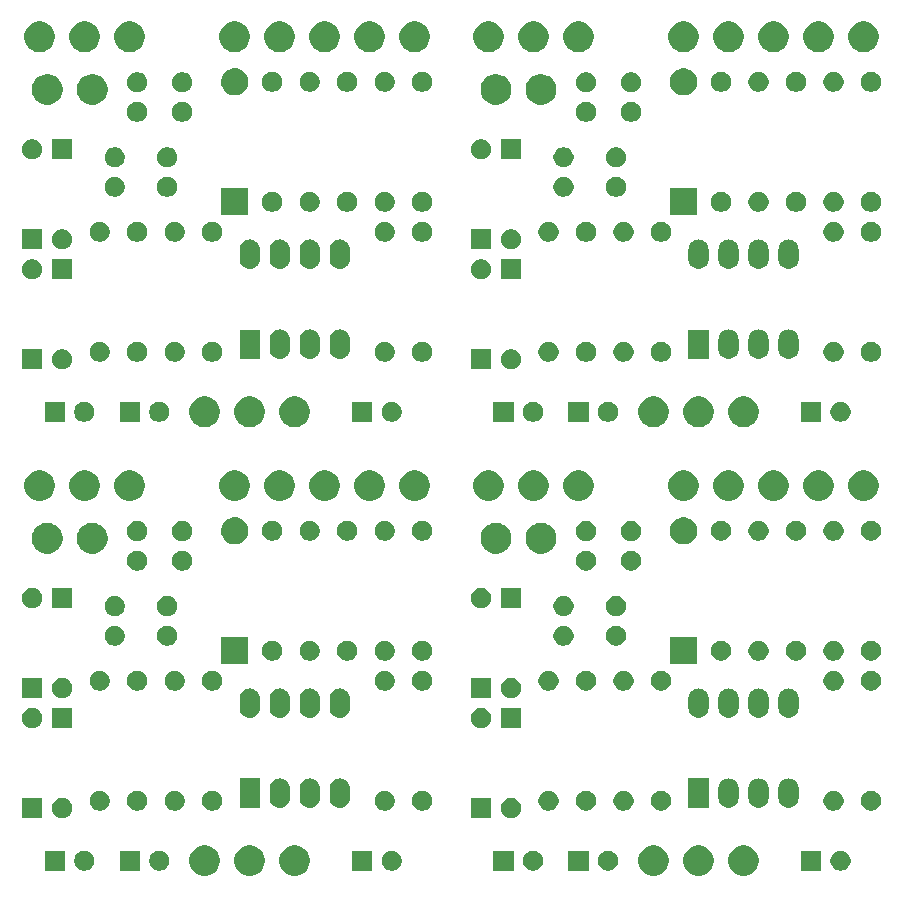
<source format=gts>
G04 #@! TF.GenerationSoftware,KiCad,Pcbnew,(5.1.5-0-10_14)*
G04 #@! TF.CreationDate,2021-05-05T16:20:11+09:00*
G04 #@! TF.ProjectId,Eternity,45746572-6e69-4747-992e-6b696361645f,rev?*
G04 #@! TF.SameCoordinates,Original*
G04 #@! TF.FileFunction,Soldermask,Top*
G04 #@! TF.FilePolarity,Negative*
%FSLAX46Y46*%
G04 Gerber Fmt 4.6, Leading zero omitted, Abs format (unit mm)*
G04 Created by KiCad (PCBNEW (5.1.5-0-10_14)) date 2021-05-05 16:20:11*
%MOMM*%
%LPD*%
G04 APERTURE LIST*
%ADD10C,0.100000*%
G04 APERTURE END LIST*
D10*
G36*
X172999487Y-156128996D02*
G01*
X173236253Y-156227068D01*
X173236255Y-156227069D01*
X173449339Y-156369447D01*
X173630553Y-156550661D01*
X173772932Y-156763747D01*
X173871004Y-157000513D01*
X173921000Y-157251861D01*
X173921000Y-157508139D01*
X173871004Y-157759487D01*
X173861224Y-157783097D01*
X173772931Y-157996255D01*
X173630553Y-158209339D01*
X173449339Y-158390553D01*
X173236255Y-158532931D01*
X173236254Y-158532932D01*
X173236253Y-158532932D01*
X172999487Y-158631004D01*
X172748139Y-158681000D01*
X172491861Y-158681000D01*
X172240513Y-158631004D01*
X172003747Y-158532932D01*
X172003746Y-158532932D01*
X172003745Y-158532931D01*
X171790661Y-158390553D01*
X171609447Y-158209339D01*
X171467069Y-157996255D01*
X171378776Y-157783097D01*
X171368996Y-157759487D01*
X171319000Y-157508139D01*
X171319000Y-157251861D01*
X171368996Y-157000513D01*
X171467068Y-156763747D01*
X171609447Y-156550661D01*
X171790661Y-156369447D01*
X172003745Y-156227069D01*
X172003747Y-156227068D01*
X172240513Y-156128996D01*
X172491861Y-156079000D01*
X172748139Y-156079000D01*
X172999487Y-156128996D01*
G37*
G36*
X169189487Y-156128996D02*
G01*
X169426253Y-156227068D01*
X169426255Y-156227069D01*
X169639339Y-156369447D01*
X169820553Y-156550661D01*
X169962932Y-156763747D01*
X170061004Y-157000513D01*
X170111000Y-157251861D01*
X170111000Y-157508139D01*
X170061004Y-157759487D01*
X170051224Y-157783097D01*
X169962931Y-157996255D01*
X169820553Y-158209339D01*
X169639339Y-158390553D01*
X169426255Y-158532931D01*
X169426254Y-158532932D01*
X169426253Y-158532932D01*
X169189487Y-158631004D01*
X168938139Y-158681000D01*
X168681861Y-158681000D01*
X168430513Y-158631004D01*
X168193747Y-158532932D01*
X168193746Y-158532932D01*
X168193745Y-158532931D01*
X167980661Y-158390553D01*
X167799447Y-158209339D01*
X167657069Y-157996255D01*
X167568776Y-157783097D01*
X167558996Y-157759487D01*
X167509000Y-157508139D01*
X167509000Y-157251861D01*
X167558996Y-157000513D01*
X167657068Y-156763747D01*
X167799447Y-156550661D01*
X167980661Y-156369447D01*
X168193745Y-156227069D01*
X168193747Y-156227068D01*
X168430513Y-156128996D01*
X168681861Y-156079000D01*
X168938139Y-156079000D01*
X169189487Y-156128996D01*
G37*
G36*
X165379487Y-156128996D02*
G01*
X165616253Y-156227068D01*
X165616255Y-156227069D01*
X165829339Y-156369447D01*
X166010553Y-156550661D01*
X166152932Y-156763747D01*
X166251004Y-157000513D01*
X166301000Y-157251861D01*
X166301000Y-157508139D01*
X166251004Y-157759487D01*
X166241224Y-157783097D01*
X166152931Y-157996255D01*
X166010553Y-158209339D01*
X165829339Y-158390553D01*
X165616255Y-158532931D01*
X165616254Y-158532932D01*
X165616253Y-158532932D01*
X165379487Y-158631004D01*
X165128139Y-158681000D01*
X164871861Y-158681000D01*
X164620513Y-158631004D01*
X164383747Y-158532932D01*
X164383746Y-158532932D01*
X164383745Y-158532931D01*
X164170661Y-158390553D01*
X163989447Y-158209339D01*
X163847069Y-157996255D01*
X163758776Y-157783097D01*
X163748996Y-157759487D01*
X163699000Y-157508139D01*
X163699000Y-157251861D01*
X163748996Y-157000513D01*
X163847068Y-156763747D01*
X163989447Y-156550661D01*
X164170661Y-156369447D01*
X164383745Y-156227069D01*
X164383747Y-156227068D01*
X164620513Y-156128996D01*
X164871861Y-156079000D01*
X165128139Y-156079000D01*
X165379487Y-156128996D01*
G37*
G36*
X134999487Y-156128996D02*
G01*
X135236253Y-156227068D01*
X135236255Y-156227069D01*
X135449339Y-156369447D01*
X135630553Y-156550661D01*
X135772932Y-156763747D01*
X135871004Y-157000513D01*
X135921000Y-157251861D01*
X135921000Y-157508139D01*
X135871004Y-157759487D01*
X135861224Y-157783097D01*
X135772931Y-157996255D01*
X135630553Y-158209339D01*
X135449339Y-158390553D01*
X135236255Y-158532931D01*
X135236254Y-158532932D01*
X135236253Y-158532932D01*
X134999487Y-158631004D01*
X134748139Y-158681000D01*
X134491861Y-158681000D01*
X134240513Y-158631004D01*
X134003747Y-158532932D01*
X134003746Y-158532932D01*
X134003745Y-158532931D01*
X133790661Y-158390553D01*
X133609447Y-158209339D01*
X133467069Y-157996255D01*
X133378776Y-157783097D01*
X133368996Y-157759487D01*
X133319000Y-157508139D01*
X133319000Y-157251861D01*
X133368996Y-157000513D01*
X133467068Y-156763747D01*
X133609447Y-156550661D01*
X133790661Y-156369447D01*
X134003745Y-156227069D01*
X134003747Y-156227068D01*
X134240513Y-156128996D01*
X134491861Y-156079000D01*
X134748139Y-156079000D01*
X134999487Y-156128996D01*
G37*
G36*
X131189487Y-156128996D02*
G01*
X131426253Y-156227068D01*
X131426255Y-156227069D01*
X131639339Y-156369447D01*
X131820553Y-156550661D01*
X131962932Y-156763747D01*
X132061004Y-157000513D01*
X132111000Y-157251861D01*
X132111000Y-157508139D01*
X132061004Y-157759487D01*
X132051224Y-157783097D01*
X131962931Y-157996255D01*
X131820553Y-158209339D01*
X131639339Y-158390553D01*
X131426255Y-158532931D01*
X131426254Y-158532932D01*
X131426253Y-158532932D01*
X131189487Y-158631004D01*
X130938139Y-158681000D01*
X130681861Y-158681000D01*
X130430513Y-158631004D01*
X130193747Y-158532932D01*
X130193746Y-158532932D01*
X130193745Y-158532931D01*
X129980661Y-158390553D01*
X129799447Y-158209339D01*
X129657069Y-157996255D01*
X129568776Y-157783097D01*
X129558996Y-157759487D01*
X129509000Y-157508139D01*
X129509000Y-157251861D01*
X129558996Y-157000513D01*
X129657068Y-156763747D01*
X129799447Y-156550661D01*
X129980661Y-156369447D01*
X130193745Y-156227069D01*
X130193747Y-156227068D01*
X130430513Y-156128996D01*
X130681861Y-156079000D01*
X130938139Y-156079000D01*
X131189487Y-156128996D01*
G37*
G36*
X127379487Y-156128996D02*
G01*
X127616253Y-156227068D01*
X127616255Y-156227069D01*
X127829339Y-156369447D01*
X128010553Y-156550661D01*
X128152932Y-156763747D01*
X128251004Y-157000513D01*
X128301000Y-157251861D01*
X128301000Y-157508139D01*
X128251004Y-157759487D01*
X128241224Y-157783097D01*
X128152931Y-157996255D01*
X128010553Y-158209339D01*
X127829339Y-158390553D01*
X127616255Y-158532931D01*
X127616254Y-158532932D01*
X127616253Y-158532932D01*
X127379487Y-158631004D01*
X127128139Y-158681000D01*
X126871861Y-158681000D01*
X126620513Y-158631004D01*
X126383747Y-158532932D01*
X126383746Y-158532932D01*
X126383745Y-158532931D01*
X126170661Y-158390553D01*
X125989447Y-158209339D01*
X125847069Y-157996255D01*
X125758776Y-157783097D01*
X125748996Y-157759487D01*
X125699000Y-157508139D01*
X125699000Y-157251861D01*
X125748996Y-157000513D01*
X125847068Y-156763747D01*
X125989447Y-156550661D01*
X126170661Y-156369447D01*
X126383745Y-156227069D01*
X126383747Y-156227068D01*
X126620513Y-156128996D01*
X126871861Y-156079000D01*
X127128139Y-156079000D01*
X127379487Y-156128996D01*
G37*
G36*
X143083228Y-156561703D02*
G01*
X143238100Y-156625853D01*
X143377481Y-156718985D01*
X143496015Y-156837519D01*
X143589147Y-156976900D01*
X143653297Y-157131772D01*
X143686000Y-157296184D01*
X143686000Y-157463816D01*
X143653297Y-157628228D01*
X143589147Y-157783100D01*
X143496015Y-157922481D01*
X143377481Y-158041015D01*
X143238100Y-158134147D01*
X143083228Y-158198297D01*
X142918816Y-158231000D01*
X142751184Y-158231000D01*
X142586772Y-158198297D01*
X142431900Y-158134147D01*
X142292519Y-158041015D01*
X142173985Y-157922481D01*
X142080853Y-157783100D01*
X142016703Y-157628228D01*
X141984000Y-157463816D01*
X141984000Y-157296184D01*
X142016703Y-157131772D01*
X142080853Y-156976900D01*
X142173985Y-156837519D01*
X142292519Y-156718985D01*
X142431900Y-156625853D01*
X142586772Y-156561703D01*
X142751184Y-156529000D01*
X142918816Y-156529000D01*
X143083228Y-156561703D01*
G37*
G36*
X141186000Y-158231000D02*
G01*
X139484000Y-158231000D01*
X139484000Y-156529000D01*
X141186000Y-156529000D01*
X141186000Y-158231000D01*
G37*
G36*
X123398228Y-156561703D02*
G01*
X123553100Y-156625853D01*
X123692481Y-156718985D01*
X123811015Y-156837519D01*
X123904147Y-156976900D01*
X123968297Y-157131772D01*
X124001000Y-157296184D01*
X124001000Y-157463816D01*
X123968297Y-157628228D01*
X123904147Y-157783100D01*
X123811015Y-157922481D01*
X123692481Y-158041015D01*
X123553100Y-158134147D01*
X123398228Y-158198297D01*
X123233816Y-158231000D01*
X123066184Y-158231000D01*
X122901772Y-158198297D01*
X122746900Y-158134147D01*
X122607519Y-158041015D01*
X122488985Y-157922481D01*
X122395853Y-157783100D01*
X122331703Y-157628228D01*
X122299000Y-157463816D01*
X122299000Y-157296184D01*
X122331703Y-157131772D01*
X122395853Y-156976900D01*
X122488985Y-156837519D01*
X122607519Y-156718985D01*
X122746900Y-156625853D01*
X122901772Y-156561703D01*
X123066184Y-156529000D01*
X123233816Y-156529000D01*
X123398228Y-156561703D01*
G37*
G36*
X121501000Y-158231000D02*
G01*
X119799000Y-158231000D01*
X119799000Y-156529000D01*
X121501000Y-156529000D01*
X121501000Y-158231000D01*
G37*
G36*
X117048228Y-156561703D02*
G01*
X117203100Y-156625853D01*
X117342481Y-156718985D01*
X117461015Y-156837519D01*
X117554147Y-156976900D01*
X117618297Y-157131772D01*
X117651000Y-157296184D01*
X117651000Y-157463816D01*
X117618297Y-157628228D01*
X117554147Y-157783100D01*
X117461015Y-157922481D01*
X117342481Y-158041015D01*
X117203100Y-158134147D01*
X117048228Y-158198297D01*
X116883816Y-158231000D01*
X116716184Y-158231000D01*
X116551772Y-158198297D01*
X116396900Y-158134147D01*
X116257519Y-158041015D01*
X116138985Y-157922481D01*
X116045853Y-157783100D01*
X115981703Y-157628228D01*
X115949000Y-157463816D01*
X115949000Y-157296184D01*
X115981703Y-157131772D01*
X116045853Y-156976900D01*
X116138985Y-156837519D01*
X116257519Y-156718985D01*
X116396900Y-156625853D01*
X116551772Y-156561703D01*
X116716184Y-156529000D01*
X116883816Y-156529000D01*
X117048228Y-156561703D01*
G37*
G36*
X115151000Y-158231000D02*
G01*
X113449000Y-158231000D01*
X113449000Y-156529000D01*
X115151000Y-156529000D01*
X115151000Y-158231000D01*
G37*
G36*
X181083228Y-156561703D02*
G01*
X181238100Y-156625853D01*
X181377481Y-156718985D01*
X181496015Y-156837519D01*
X181589147Y-156976900D01*
X181653297Y-157131772D01*
X181686000Y-157296184D01*
X181686000Y-157463816D01*
X181653297Y-157628228D01*
X181589147Y-157783100D01*
X181496015Y-157922481D01*
X181377481Y-158041015D01*
X181238100Y-158134147D01*
X181083228Y-158198297D01*
X180918816Y-158231000D01*
X180751184Y-158231000D01*
X180586772Y-158198297D01*
X180431900Y-158134147D01*
X180292519Y-158041015D01*
X180173985Y-157922481D01*
X180080853Y-157783100D01*
X180016703Y-157628228D01*
X179984000Y-157463816D01*
X179984000Y-157296184D01*
X180016703Y-157131772D01*
X180080853Y-156976900D01*
X180173985Y-156837519D01*
X180292519Y-156718985D01*
X180431900Y-156625853D01*
X180586772Y-156561703D01*
X180751184Y-156529000D01*
X180918816Y-156529000D01*
X181083228Y-156561703D01*
G37*
G36*
X179186000Y-158231000D02*
G01*
X177484000Y-158231000D01*
X177484000Y-156529000D01*
X179186000Y-156529000D01*
X179186000Y-158231000D01*
G37*
G36*
X161398228Y-156561703D02*
G01*
X161553100Y-156625853D01*
X161692481Y-156718985D01*
X161811015Y-156837519D01*
X161904147Y-156976900D01*
X161968297Y-157131772D01*
X162001000Y-157296184D01*
X162001000Y-157463816D01*
X161968297Y-157628228D01*
X161904147Y-157783100D01*
X161811015Y-157922481D01*
X161692481Y-158041015D01*
X161553100Y-158134147D01*
X161398228Y-158198297D01*
X161233816Y-158231000D01*
X161066184Y-158231000D01*
X160901772Y-158198297D01*
X160746900Y-158134147D01*
X160607519Y-158041015D01*
X160488985Y-157922481D01*
X160395853Y-157783100D01*
X160331703Y-157628228D01*
X160299000Y-157463816D01*
X160299000Y-157296184D01*
X160331703Y-157131772D01*
X160395853Y-156976900D01*
X160488985Y-156837519D01*
X160607519Y-156718985D01*
X160746900Y-156625853D01*
X160901772Y-156561703D01*
X161066184Y-156529000D01*
X161233816Y-156529000D01*
X161398228Y-156561703D01*
G37*
G36*
X159501000Y-158231000D02*
G01*
X157799000Y-158231000D01*
X157799000Y-156529000D01*
X159501000Y-156529000D01*
X159501000Y-158231000D01*
G37*
G36*
X155048228Y-156561703D02*
G01*
X155203100Y-156625853D01*
X155342481Y-156718985D01*
X155461015Y-156837519D01*
X155554147Y-156976900D01*
X155618297Y-157131772D01*
X155651000Y-157296184D01*
X155651000Y-157463816D01*
X155618297Y-157628228D01*
X155554147Y-157783100D01*
X155461015Y-157922481D01*
X155342481Y-158041015D01*
X155203100Y-158134147D01*
X155048228Y-158198297D01*
X154883816Y-158231000D01*
X154716184Y-158231000D01*
X154551772Y-158198297D01*
X154396900Y-158134147D01*
X154257519Y-158041015D01*
X154138985Y-157922481D01*
X154045853Y-157783100D01*
X153981703Y-157628228D01*
X153949000Y-157463816D01*
X153949000Y-157296184D01*
X153981703Y-157131772D01*
X154045853Y-156976900D01*
X154138985Y-156837519D01*
X154257519Y-156718985D01*
X154396900Y-156625853D01*
X154551772Y-156561703D01*
X154716184Y-156529000D01*
X154883816Y-156529000D01*
X155048228Y-156561703D01*
G37*
G36*
X153151000Y-158231000D02*
G01*
X151449000Y-158231000D01*
X151449000Y-156529000D01*
X153151000Y-156529000D01*
X153151000Y-158231000D01*
G37*
G36*
X151246000Y-153786000D02*
G01*
X149544000Y-153786000D01*
X149544000Y-152084000D01*
X151246000Y-152084000D01*
X151246000Y-153786000D01*
G37*
G36*
X153183228Y-152116703D02*
G01*
X153338100Y-152180853D01*
X153477481Y-152273985D01*
X153596015Y-152392519D01*
X153689147Y-152531900D01*
X153753297Y-152686772D01*
X153786000Y-152851184D01*
X153786000Y-153018816D01*
X153753297Y-153183228D01*
X153689147Y-153338100D01*
X153596015Y-153477481D01*
X153477481Y-153596015D01*
X153338100Y-153689147D01*
X153183228Y-153753297D01*
X153018816Y-153786000D01*
X152851184Y-153786000D01*
X152686772Y-153753297D01*
X152531900Y-153689147D01*
X152392519Y-153596015D01*
X152273985Y-153477481D01*
X152180853Y-153338100D01*
X152116703Y-153183228D01*
X152084000Y-153018816D01*
X152084000Y-152851184D01*
X152116703Y-152686772D01*
X152180853Y-152531900D01*
X152273985Y-152392519D01*
X152392519Y-152273985D01*
X152531900Y-152180853D01*
X152686772Y-152116703D01*
X152851184Y-152084000D01*
X153018816Y-152084000D01*
X153183228Y-152116703D01*
G37*
G36*
X115183228Y-152116703D02*
G01*
X115338100Y-152180853D01*
X115477481Y-152273985D01*
X115596015Y-152392519D01*
X115689147Y-152531900D01*
X115753297Y-152686772D01*
X115786000Y-152851184D01*
X115786000Y-153018816D01*
X115753297Y-153183228D01*
X115689147Y-153338100D01*
X115596015Y-153477481D01*
X115477481Y-153596015D01*
X115338100Y-153689147D01*
X115183228Y-153753297D01*
X115018816Y-153786000D01*
X114851184Y-153786000D01*
X114686772Y-153753297D01*
X114531900Y-153689147D01*
X114392519Y-153596015D01*
X114273985Y-153477481D01*
X114180853Y-153338100D01*
X114116703Y-153183228D01*
X114084000Y-153018816D01*
X114084000Y-152851184D01*
X114116703Y-152686772D01*
X114180853Y-152531900D01*
X114273985Y-152392519D01*
X114392519Y-152273985D01*
X114531900Y-152180853D01*
X114686772Y-152116703D01*
X114851184Y-152084000D01*
X115018816Y-152084000D01*
X115183228Y-152116703D01*
G37*
G36*
X113246000Y-153786000D02*
G01*
X111544000Y-153786000D01*
X111544000Y-152084000D01*
X113246000Y-152084000D01*
X113246000Y-153786000D01*
G37*
G36*
X159533228Y-151481703D02*
G01*
X159688100Y-151545853D01*
X159827481Y-151638985D01*
X159946015Y-151757519D01*
X160039147Y-151896900D01*
X160103297Y-152051772D01*
X160136000Y-152216184D01*
X160136000Y-152383816D01*
X160103297Y-152548228D01*
X160039147Y-152703100D01*
X159946015Y-152842481D01*
X159827481Y-152961015D01*
X159688100Y-153054147D01*
X159533228Y-153118297D01*
X159368816Y-153151000D01*
X159201184Y-153151000D01*
X159036772Y-153118297D01*
X158881900Y-153054147D01*
X158742519Y-152961015D01*
X158623985Y-152842481D01*
X158530853Y-152703100D01*
X158466703Y-152548228D01*
X158434000Y-152383816D01*
X158434000Y-152216184D01*
X158466703Y-152051772D01*
X158530853Y-151896900D01*
X158623985Y-151757519D01*
X158742519Y-151638985D01*
X158881900Y-151545853D01*
X159036772Y-151481703D01*
X159201184Y-151449000D01*
X159368816Y-151449000D01*
X159533228Y-151481703D01*
G37*
G36*
X162708228Y-151481703D02*
G01*
X162863100Y-151545853D01*
X163002481Y-151638985D01*
X163121015Y-151757519D01*
X163214147Y-151896900D01*
X163278297Y-152051772D01*
X163311000Y-152216184D01*
X163311000Y-152383816D01*
X163278297Y-152548228D01*
X163214147Y-152703100D01*
X163121015Y-152842481D01*
X163002481Y-152961015D01*
X162863100Y-153054147D01*
X162708228Y-153118297D01*
X162543816Y-153151000D01*
X162376184Y-153151000D01*
X162211772Y-153118297D01*
X162056900Y-153054147D01*
X161917519Y-152961015D01*
X161798985Y-152842481D01*
X161705853Y-152703100D01*
X161641703Y-152548228D01*
X161609000Y-152383816D01*
X161609000Y-152216184D01*
X161641703Y-152051772D01*
X161705853Y-151896900D01*
X161798985Y-151757519D01*
X161917519Y-151638985D01*
X162056900Y-151545853D01*
X162211772Y-151481703D01*
X162376184Y-151449000D01*
X162543816Y-151449000D01*
X162708228Y-151481703D01*
G37*
G36*
X165883228Y-151481703D02*
G01*
X166038100Y-151545853D01*
X166177481Y-151638985D01*
X166296015Y-151757519D01*
X166389147Y-151896900D01*
X166453297Y-152051772D01*
X166486000Y-152216184D01*
X166486000Y-152383816D01*
X166453297Y-152548228D01*
X166389147Y-152703100D01*
X166296015Y-152842481D01*
X166177481Y-152961015D01*
X166038100Y-153054147D01*
X165883228Y-153118297D01*
X165718816Y-153151000D01*
X165551184Y-153151000D01*
X165386772Y-153118297D01*
X165231900Y-153054147D01*
X165092519Y-152961015D01*
X164973985Y-152842481D01*
X164880853Y-152703100D01*
X164816703Y-152548228D01*
X164784000Y-152383816D01*
X164784000Y-152216184D01*
X164816703Y-152051772D01*
X164880853Y-151896900D01*
X164973985Y-151757519D01*
X165092519Y-151638985D01*
X165231900Y-151545853D01*
X165386772Y-151481703D01*
X165551184Y-151449000D01*
X165718816Y-151449000D01*
X165883228Y-151481703D01*
G37*
G36*
X156358228Y-151481703D02*
G01*
X156513100Y-151545853D01*
X156652481Y-151638985D01*
X156771015Y-151757519D01*
X156864147Y-151896900D01*
X156928297Y-152051772D01*
X156961000Y-152216184D01*
X156961000Y-152383816D01*
X156928297Y-152548228D01*
X156864147Y-152703100D01*
X156771015Y-152842481D01*
X156652481Y-152961015D01*
X156513100Y-153054147D01*
X156358228Y-153118297D01*
X156193816Y-153151000D01*
X156026184Y-153151000D01*
X155861772Y-153118297D01*
X155706900Y-153054147D01*
X155567519Y-152961015D01*
X155448985Y-152842481D01*
X155355853Y-152703100D01*
X155291703Y-152548228D01*
X155259000Y-152383816D01*
X155259000Y-152216184D01*
X155291703Y-152051772D01*
X155355853Y-151896900D01*
X155448985Y-151757519D01*
X155567519Y-151638985D01*
X155706900Y-151545853D01*
X155861772Y-151481703D01*
X156026184Y-151449000D01*
X156193816Y-151449000D01*
X156358228Y-151481703D01*
G37*
G36*
X145663228Y-151481703D02*
G01*
X145818100Y-151545853D01*
X145957481Y-151638985D01*
X146076015Y-151757519D01*
X146169147Y-151896900D01*
X146233297Y-152051772D01*
X146266000Y-152216184D01*
X146266000Y-152383816D01*
X146233297Y-152548228D01*
X146169147Y-152703100D01*
X146076015Y-152842481D01*
X145957481Y-152961015D01*
X145818100Y-153054147D01*
X145663228Y-153118297D01*
X145498816Y-153151000D01*
X145331184Y-153151000D01*
X145166772Y-153118297D01*
X145011900Y-153054147D01*
X144872519Y-152961015D01*
X144753985Y-152842481D01*
X144660853Y-152703100D01*
X144596703Y-152548228D01*
X144564000Y-152383816D01*
X144564000Y-152216184D01*
X144596703Y-152051772D01*
X144660853Y-151896900D01*
X144753985Y-151757519D01*
X144872519Y-151638985D01*
X145011900Y-151545853D01*
X145166772Y-151481703D01*
X145331184Y-151449000D01*
X145498816Y-151449000D01*
X145663228Y-151481703D01*
G37*
G36*
X142488228Y-151481703D02*
G01*
X142643100Y-151545853D01*
X142782481Y-151638985D01*
X142901015Y-151757519D01*
X142994147Y-151896900D01*
X143058297Y-152051772D01*
X143091000Y-152216184D01*
X143091000Y-152383816D01*
X143058297Y-152548228D01*
X142994147Y-152703100D01*
X142901015Y-152842481D01*
X142782481Y-152961015D01*
X142643100Y-153054147D01*
X142488228Y-153118297D01*
X142323816Y-153151000D01*
X142156184Y-153151000D01*
X141991772Y-153118297D01*
X141836900Y-153054147D01*
X141697519Y-152961015D01*
X141578985Y-152842481D01*
X141485853Y-152703100D01*
X141421703Y-152548228D01*
X141389000Y-152383816D01*
X141389000Y-152216184D01*
X141421703Y-152051772D01*
X141485853Y-151896900D01*
X141578985Y-151757519D01*
X141697519Y-151638985D01*
X141836900Y-151545853D01*
X141991772Y-151481703D01*
X142156184Y-151449000D01*
X142323816Y-151449000D01*
X142488228Y-151481703D01*
G37*
G36*
X127883228Y-151481703D02*
G01*
X128038100Y-151545853D01*
X128177481Y-151638985D01*
X128296015Y-151757519D01*
X128389147Y-151896900D01*
X128453297Y-152051772D01*
X128486000Y-152216184D01*
X128486000Y-152383816D01*
X128453297Y-152548228D01*
X128389147Y-152703100D01*
X128296015Y-152842481D01*
X128177481Y-152961015D01*
X128038100Y-153054147D01*
X127883228Y-153118297D01*
X127718816Y-153151000D01*
X127551184Y-153151000D01*
X127386772Y-153118297D01*
X127231900Y-153054147D01*
X127092519Y-152961015D01*
X126973985Y-152842481D01*
X126880853Y-152703100D01*
X126816703Y-152548228D01*
X126784000Y-152383816D01*
X126784000Y-152216184D01*
X126816703Y-152051772D01*
X126880853Y-151896900D01*
X126973985Y-151757519D01*
X127092519Y-151638985D01*
X127231900Y-151545853D01*
X127386772Y-151481703D01*
X127551184Y-151449000D01*
X127718816Y-151449000D01*
X127883228Y-151481703D01*
G37*
G36*
X180488228Y-151481703D02*
G01*
X180643100Y-151545853D01*
X180782481Y-151638985D01*
X180901015Y-151757519D01*
X180994147Y-151896900D01*
X181058297Y-152051772D01*
X181091000Y-152216184D01*
X181091000Y-152383816D01*
X181058297Y-152548228D01*
X180994147Y-152703100D01*
X180901015Y-152842481D01*
X180782481Y-152961015D01*
X180643100Y-153054147D01*
X180488228Y-153118297D01*
X180323816Y-153151000D01*
X180156184Y-153151000D01*
X179991772Y-153118297D01*
X179836900Y-153054147D01*
X179697519Y-152961015D01*
X179578985Y-152842481D01*
X179485853Y-152703100D01*
X179421703Y-152548228D01*
X179389000Y-152383816D01*
X179389000Y-152216184D01*
X179421703Y-152051772D01*
X179485853Y-151896900D01*
X179578985Y-151757519D01*
X179697519Y-151638985D01*
X179836900Y-151545853D01*
X179991772Y-151481703D01*
X180156184Y-151449000D01*
X180323816Y-151449000D01*
X180488228Y-151481703D01*
G37*
G36*
X124708228Y-151481703D02*
G01*
X124863100Y-151545853D01*
X125002481Y-151638985D01*
X125121015Y-151757519D01*
X125214147Y-151896900D01*
X125278297Y-152051772D01*
X125311000Y-152216184D01*
X125311000Y-152383816D01*
X125278297Y-152548228D01*
X125214147Y-152703100D01*
X125121015Y-152842481D01*
X125002481Y-152961015D01*
X124863100Y-153054147D01*
X124708228Y-153118297D01*
X124543816Y-153151000D01*
X124376184Y-153151000D01*
X124211772Y-153118297D01*
X124056900Y-153054147D01*
X123917519Y-152961015D01*
X123798985Y-152842481D01*
X123705853Y-152703100D01*
X123641703Y-152548228D01*
X123609000Y-152383816D01*
X123609000Y-152216184D01*
X123641703Y-152051772D01*
X123705853Y-151896900D01*
X123798985Y-151757519D01*
X123917519Y-151638985D01*
X124056900Y-151545853D01*
X124211772Y-151481703D01*
X124376184Y-151449000D01*
X124543816Y-151449000D01*
X124708228Y-151481703D01*
G37*
G36*
X118358228Y-151481703D02*
G01*
X118513100Y-151545853D01*
X118652481Y-151638985D01*
X118771015Y-151757519D01*
X118864147Y-151896900D01*
X118928297Y-152051772D01*
X118961000Y-152216184D01*
X118961000Y-152383816D01*
X118928297Y-152548228D01*
X118864147Y-152703100D01*
X118771015Y-152842481D01*
X118652481Y-152961015D01*
X118513100Y-153054147D01*
X118358228Y-153118297D01*
X118193816Y-153151000D01*
X118026184Y-153151000D01*
X117861772Y-153118297D01*
X117706900Y-153054147D01*
X117567519Y-152961015D01*
X117448985Y-152842481D01*
X117355853Y-152703100D01*
X117291703Y-152548228D01*
X117259000Y-152383816D01*
X117259000Y-152216184D01*
X117291703Y-152051772D01*
X117355853Y-151896900D01*
X117448985Y-151757519D01*
X117567519Y-151638985D01*
X117706900Y-151545853D01*
X117861772Y-151481703D01*
X118026184Y-151449000D01*
X118193816Y-151449000D01*
X118358228Y-151481703D01*
G37*
G36*
X121533228Y-151481703D02*
G01*
X121688100Y-151545853D01*
X121827481Y-151638985D01*
X121946015Y-151757519D01*
X122039147Y-151896900D01*
X122103297Y-152051772D01*
X122136000Y-152216184D01*
X122136000Y-152383816D01*
X122103297Y-152548228D01*
X122039147Y-152703100D01*
X121946015Y-152842481D01*
X121827481Y-152961015D01*
X121688100Y-153054147D01*
X121533228Y-153118297D01*
X121368816Y-153151000D01*
X121201184Y-153151000D01*
X121036772Y-153118297D01*
X120881900Y-153054147D01*
X120742519Y-152961015D01*
X120623985Y-152842481D01*
X120530853Y-152703100D01*
X120466703Y-152548228D01*
X120434000Y-152383816D01*
X120434000Y-152216184D01*
X120466703Y-152051772D01*
X120530853Y-151896900D01*
X120623985Y-151757519D01*
X120742519Y-151638985D01*
X120881900Y-151545853D01*
X121036772Y-151481703D01*
X121201184Y-151449000D01*
X121368816Y-151449000D01*
X121533228Y-151481703D01*
G37*
G36*
X183663228Y-151481703D02*
G01*
X183818100Y-151545853D01*
X183957481Y-151638985D01*
X184076015Y-151757519D01*
X184169147Y-151896900D01*
X184233297Y-152051772D01*
X184266000Y-152216184D01*
X184266000Y-152383816D01*
X184233297Y-152548228D01*
X184169147Y-152703100D01*
X184076015Y-152842481D01*
X183957481Y-152961015D01*
X183818100Y-153054147D01*
X183663228Y-153118297D01*
X183498816Y-153151000D01*
X183331184Y-153151000D01*
X183166772Y-153118297D01*
X183011900Y-153054147D01*
X182872519Y-152961015D01*
X182753985Y-152842481D01*
X182660853Y-152703100D01*
X182596703Y-152548228D01*
X182564000Y-152383816D01*
X182564000Y-152216184D01*
X182596703Y-152051772D01*
X182660853Y-151896900D01*
X182753985Y-151757519D01*
X182872519Y-151638985D01*
X183011900Y-151545853D01*
X183166772Y-151481703D01*
X183331184Y-151449000D01*
X183498816Y-151449000D01*
X183663228Y-151481703D01*
G37*
G36*
X138596822Y-150426313D02*
G01*
X138757241Y-150474976D01*
X138905077Y-150553995D01*
X139034659Y-150660341D01*
X139141004Y-150789922D01*
X139141005Y-150789924D01*
X139220024Y-150937758D01*
X139268687Y-151098177D01*
X139281000Y-151223196D01*
X139281000Y-152106803D01*
X139268687Y-152231822D01*
X139220024Y-152392242D01*
X139219875Y-152392520D01*
X139141004Y-152540078D01*
X139034659Y-152669659D01*
X138905078Y-152776004D01*
X138905076Y-152776005D01*
X138757242Y-152855024D01*
X138596823Y-152903687D01*
X138430000Y-152920117D01*
X138263178Y-152903687D01*
X138102759Y-152855024D01*
X137954925Y-152776005D01*
X137954923Y-152776004D01*
X137825342Y-152669659D01*
X137718997Y-152540078D01*
X137640126Y-152392520D01*
X137639977Y-152392242D01*
X137591314Y-152231823D01*
X137579000Y-152106803D01*
X137579000Y-151223197D01*
X137591313Y-151098178D01*
X137639976Y-150937759D01*
X137718995Y-150789923D01*
X137825341Y-150660341D01*
X137954922Y-150553996D01*
X137970094Y-150545886D01*
X138102758Y-150474976D01*
X138263177Y-150426313D01*
X138430000Y-150409883D01*
X138596822Y-150426313D01*
G37*
G36*
X133516822Y-150426313D02*
G01*
X133677241Y-150474976D01*
X133825077Y-150553995D01*
X133954659Y-150660341D01*
X134061004Y-150789922D01*
X134061005Y-150789924D01*
X134140024Y-150937758D01*
X134188687Y-151098177D01*
X134201000Y-151223196D01*
X134201000Y-152106803D01*
X134188687Y-152231822D01*
X134140024Y-152392242D01*
X134139875Y-152392520D01*
X134061004Y-152540078D01*
X133954659Y-152669659D01*
X133825078Y-152776004D01*
X133825076Y-152776005D01*
X133677242Y-152855024D01*
X133516823Y-152903687D01*
X133350000Y-152920117D01*
X133183178Y-152903687D01*
X133022759Y-152855024D01*
X132874925Y-152776005D01*
X132874923Y-152776004D01*
X132745342Y-152669659D01*
X132638997Y-152540078D01*
X132560126Y-152392520D01*
X132559977Y-152392242D01*
X132511314Y-152231823D01*
X132499000Y-152106803D01*
X132499000Y-151223197D01*
X132511313Y-151098178D01*
X132559976Y-150937759D01*
X132638995Y-150789923D01*
X132745341Y-150660341D01*
X132874922Y-150553996D01*
X132890094Y-150545886D01*
X133022758Y-150474976D01*
X133183177Y-150426313D01*
X133350000Y-150409883D01*
X133516822Y-150426313D01*
G37*
G36*
X136056822Y-150426313D02*
G01*
X136217241Y-150474976D01*
X136365077Y-150553995D01*
X136494659Y-150660341D01*
X136601004Y-150789922D01*
X136601005Y-150789924D01*
X136680024Y-150937758D01*
X136728687Y-151098177D01*
X136741000Y-151223196D01*
X136741000Y-152106803D01*
X136728687Y-152231822D01*
X136680024Y-152392242D01*
X136679875Y-152392520D01*
X136601004Y-152540078D01*
X136494659Y-152669659D01*
X136365078Y-152776004D01*
X136365076Y-152776005D01*
X136217242Y-152855024D01*
X136056823Y-152903687D01*
X135890000Y-152920117D01*
X135723178Y-152903687D01*
X135562759Y-152855024D01*
X135414925Y-152776005D01*
X135414923Y-152776004D01*
X135285342Y-152669659D01*
X135178997Y-152540078D01*
X135100126Y-152392520D01*
X135099977Y-152392242D01*
X135051314Y-152231823D01*
X135039000Y-152106803D01*
X135039000Y-151223197D01*
X135051313Y-151098178D01*
X135099976Y-150937759D01*
X135178995Y-150789923D01*
X135285341Y-150660341D01*
X135414922Y-150553996D01*
X135430094Y-150545886D01*
X135562758Y-150474976D01*
X135723177Y-150426313D01*
X135890000Y-150409883D01*
X136056822Y-150426313D01*
G37*
G36*
X171516822Y-150426313D02*
G01*
X171677241Y-150474976D01*
X171825077Y-150553995D01*
X171954659Y-150660341D01*
X172061004Y-150789922D01*
X172061005Y-150789924D01*
X172140024Y-150937758D01*
X172188687Y-151098177D01*
X172201000Y-151223196D01*
X172201000Y-152106803D01*
X172188687Y-152231822D01*
X172140024Y-152392242D01*
X172139875Y-152392520D01*
X172061004Y-152540078D01*
X171954659Y-152669659D01*
X171825078Y-152776004D01*
X171825076Y-152776005D01*
X171677242Y-152855024D01*
X171516823Y-152903687D01*
X171350000Y-152920117D01*
X171183178Y-152903687D01*
X171022759Y-152855024D01*
X170874925Y-152776005D01*
X170874923Y-152776004D01*
X170745342Y-152669659D01*
X170638997Y-152540078D01*
X170560126Y-152392520D01*
X170559977Y-152392242D01*
X170511314Y-152231823D01*
X170499000Y-152106803D01*
X170499000Y-151223197D01*
X170511313Y-151098178D01*
X170559976Y-150937759D01*
X170638995Y-150789923D01*
X170745341Y-150660341D01*
X170874922Y-150553996D01*
X170890094Y-150545886D01*
X171022758Y-150474976D01*
X171183177Y-150426313D01*
X171350000Y-150409883D01*
X171516822Y-150426313D01*
G37*
G36*
X174056822Y-150426313D02*
G01*
X174217241Y-150474976D01*
X174365077Y-150553995D01*
X174494659Y-150660341D01*
X174601004Y-150789922D01*
X174601005Y-150789924D01*
X174680024Y-150937758D01*
X174728687Y-151098177D01*
X174741000Y-151223196D01*
X174741000Y-152106803D01*
X174728687Y-152231822D01*
X174680024Y-152392242D01*
X174679875Y-152392520D01*
X174601004Y-152540078D01*
X174494659Y-152669659D01*
X174365078Y-152776004D01*
X174365076Y-152776005D01*
X174217242Y-152855024D01*
X174056823Y-152903687D01*
X173890000Y-152920117D01*
X173723178Y-152903687D01*
X173562759Y-152855024D01*
X173414925Y-152776005D01*
X173414923Y-152776004D01*
X173285342Y-152669659D01*
X173178997Y-152540078D01*
X173100126Y-152392520D01*
X173099977Y-152392242D01*
X173051314Y-152231823D01*
X173039000Y-152106803D01*
X173039000Y-151223197D01*
X173051313Y-151098178D01*
X173099976Y-150937759D01*
X173178995Y-150789923D01*
X173285341Y-150660341D01*
X173414922Y-150553996D01*
X173430094Y-150545886D01*
X173562758Y-150474976D01*
X173723177Y-150426313D01*
X173890000Y-150409883D01*
X174056822Y-150426313D01*
G37*
G36*
X176596822Y-150426313D02*
G01*
X176757241Y-150474976D01*
X176905077Y-150553995D01*
X177034659Y-150660341D01*
X177141004Y-150789922D01*
X177141005Y-150789924D01*
X177220024Y-150937758D01*
X177268687Y-151098177D01*
X177281000Y-151223196D01*
X177281000Y-152106803D01*
X177268687Y-152231822D01*
X177220024Y-152392242D01*
X177219875Y-152392520D01*
X177141004Y-152540078D01*
X177034659Y-152669659D01*
X176905078Y-152776004D01*
X176905076Y-152776005D01*
X176757242Y-152855024D01*
X176596823Y-152903687D01*
X176430000Y-152920117D01*
X176263178Y-152903687D01*
X176102759Y-152855024D01*
X175954925Y-152776005D01*
X175954923Y-152776004D01*
X175825342Y-152669659D01*
X175718997Y-152540078D01*
X175640126Y-152392520D01*
X175639977Y-152392242D01*
X175591314Y-152231823D01*
X175579000Y-152106803D01*
X175579000Y-151223197D01*
X175591313Y-151098178D01*
X175639976Y-150937759D01*
X175718995Y-150789923D01*
X175825341Y-150660341D01*
X175954922Y-150553996D01*
X175970094Y-150545886D01*
X176102758Y-150474976D01*
X176263177Y-150426313D01*
X176430000Y-150409883D01*
X176596822Y-150426313D01*
G37*
G36*
X131661000Y-152916000D02*
G01*
X129959000Y-152916000D01*
X129959000Y-150414000D01*
X131661000Y-150414000D01*
X131661000Y-152916000D01*
G37*
G36*
X169661000Y-152916000D02*
G01*
X167959000Y-152916000D01*
X167959000Y-150414000D01*
X169661000Y-150414000D01*
X169661000Y-152916000D01*
G37*
G36*
X153786000Y-146166000D02*
G01*
X152084000Y-146166000D01*
X152084000Y-144464000D01*
X153786000Y-144464000D01*
X153786000Y-146166000D01*
G37*
G36*
X115786000Y-146166000D02*
G01*
X114084000Y-146166000D01*
X114084000Y-144464000D01*
X115786000Y-144464000D01*
X115786000Y-146166000D01*
G37*
G36*
X150643228Y-144496703D02*
G01*
X150798100Y-144560853D01*
X150937481Y-144653985D01*
X151056015Y-144772519D01*
X151149147Y-144911900D01*
X151213297Y-145066772D01*
X151246000Y-145231184D01*
X151246000Y-145398816D01*
X151213297Y-145563228D01*
X151149147Y-145718100D01*
X151056015Y-145857481D01*
X150937481Y-145976015D01*
X150798100Y-146069147D01*
X150643228Y-146133297D01*
X150478816Y-146166000D01*
X150311184Y-146166000D01*
X150146772Y-146133297D01*
X149991900Y-146069147D01*
X149852519Y-145976015D01*
X149733985Y-145857481D01*
X149640853Y-145718100D01*
X149576703Y-145563228D01*
X149544000Y-145398816D01*
X149544000Y-145231184D01*
X149576703Y-145066772D01*
X149640853Y-144911900D01*
X149733985Y-144772519D01*
X149852519Y-144653985D01*
X149991900Y-144560853D01*
X150146772Y-144496703D01*
X150311184Y-144464000D01*
X150478816Y-144464000D01*
X150643228Y-144496703D01*
G37*
G36*
X112643228Y-144496703D02*
G01*
X112798100Y-144560853D01*
X112937481Y-144653985D01*
X113056015Y-144772519D01*
X113149147Y-144911900D01*
X113213297Y-145066772D01*
X113246000Y-145231184D01*
X113246000Y-145398816D01*
X113213297Y-145563228D01*
X113149147Y-145718100D01*
X113056015Y-145857481D01*
X112937481Y-145976015D01*
X112798100Y-146069147D01*
X112643228Y-146133297D01*
X112478816Y-146166000D01*
X112311184Y-146166000D01*
X112146772Y-146133297D01*
X111991900Y-146069147D01*
X111852519Y-145976015D01*
X111733985Y-145857481D01*
X111640853Y-145718100D01*
X111576703Y-145563228D01*
X111544000Y-145398816D01*
X111544000Y-145231184D01*
X111576703Y-145066772D01*
X111640853Y-144911900D01*
X111733985Y-144772519D01*
X111852519Y-144653985D01*
X111991900Y-144560853D01*
X112146772Y-144496703D01*
X112311184Y-144464000D01*
X112478816Y-144464000D01*
X112643228Y-144496703D01*
G37*
G36*
X168976822Y-142806313D02*
G01*
X169137241Y-142854976D01*
X169285077Y-142933995D01*
X169354537Y-142991000D01*
X169414659Y-143040341D01*
X169521004Y-143169922D01*
X169521005Y-143169924D01*
X169600024Y-143317758D01*
X169648687Y-143478177D01*
X169661000Y-143603196D01*
X169661000Y-144486803D01*
X169648687Y-144611822D01*
X169600024Y-144772242D01*
X169599875Y-144772520D01*
X169521004Y-144920078D01*
X169414659Y-145049659D01*
X169285078Y-145156004D01*
X169285076Y-145156005D01*
X169137242Y-145235024D01*
X168976823Y-145283687D01*
X168810000Y-145300117D01*
X168643178Y-145283687D01*
X168482759Y-145235024D01*
X168334925Y-145156005D01*
X168334923Y-145156004D01*
X168205342Y-145049659D01*
X168098997Y-144920078D01*
X168020126Y-144772520D01*
X168019977Y-144772242D01*
X167971314Y-144611823D01*
X167959000Y-144486803D01*
X167959000Y-143603197D01*
X167971313Y-143478178D01*
X168019976Y-143317759D01*
X168098995Y-143169923D01*
X168205341Y-143040341D01*
X168265463Y-142991000D01*
X168334922Y-142933996D01*
X168350094Y-142925886D01*
X168482758Y-142854976D01*
X168643177Y-142806313D01*
X168810000Y-142789883D01*
X168976822Y-142806313D01*
G37*
G36*
X130976822Y-142806313D02*
G01*
X131137241Y-142854976D01*
X131285077Y-142933995D01*
X131354537Y-142991000D01*
X131414659Y-143040341D01*
X131521004Y-143169922D01*
X131521005Y-143169924D01*
X131600024Y-143317758D01*
X131648687Y-143478177D01*
X131661000Y-143603196D01*
X131661000Y-144486803D01*
X131648687Y-144611822D01*
X131600024Y-144772242D01*
X131599875Y-144772520D01*
X131521004Y-144920078D01*
X131414659Y-145049659D01*
X131285078Y-145156004D01*
X131285076Y-145156005D01*
X131137242Y-145235024D01*
X130976823Y-145283687D01*
X130810000Y-145300117D01*
X130643178Y-145283687D01*
X130482759Y-145235024D01*
X130334925Y-145156005D01*
X130334923Y-145156004D01*
X130205342Y-145049659D01*
X130098997Y-144920078D01*
X130020126Y-144772520D01*
X130019977Y-144772242D01*
X129971314Y-144611823D01*
X129959000Y-144486803D01*
X129959000Y-143603197D01*
X129971313Y-143478178D01*
X130019976Y-143317759D01*
X130098995Y-143169923D01*
X130205341Y-143040341D01*
X130265463Y-142991000D01*
X130334922Y-142933996D01*
X130350094Y-142925886D01*
X130482758Y-142854976D01*
X130643177Y-142806313D01*
X130810000Y-142789883D01*
X130976822Y-142806313D01*
G37*
G36*
X171516822Y-142806313D02*
G01*
X171677241Y-142854976D01*
X171825077Y-142933995D01*
X171894537Y-142991000D01*
X171954659Y-143040341D01*
X172061004Y-143169922D01*
X172061005Y-143169924D01*
X172140024Y-143317758D01*
X172188687Y-143478177D01*
X172201000Y-143603196D01*
X172201000Y-144486803D01*
X172188687Y-144611822D01*
X172140024Y-144772242D01*
X172139875Y-144772520D01*
X172061004Y-144920078D01*
X171954659Y-145049659D01*
X171825078Y-145156004D01*
X171825076Y-145156005D01*
X171677242Y-145235024D01*
X171516823Y-145283687D01*
X171350000Y-145300117D01*
X171183178Y-145283687D01*
X171022759Y-145235024D01*
X170874925Y-145156005D01*
X170874923Y-145156004D01*
X170745342Y-145049659D01*
X170638997Y-144920078D01*
X170560126Y-144772520D01*
X170559977Y-144772242D01*
X170511314Y-144611823D01*
X170499000Y-144486803D01*
X170499000Y-143603197D01*
X170511313Y-143478178D01*
X170559976Y-143317759D01*
X170638995Y-143169923D01*
X170745341Y-143040341D01*
X170805463Y-142991000D01*
X170874922Y-142933996D01*
X170890094Y-142925886D01*
X171022758Y-142854976D01*
X171183177Y-142806313D01*
X171350000Y-142789883D01*
X171516822Y-142806313D01*
G37*
G36*
X133516822Y-142806313D02*
G01*
X133677241Y-142854976D01*
X133825077Y-142933995D01*
X133894537Y-142991000D01*
X133954659Y-143040341D01*
X134061004Y-143169922D01*
X134061005Y-143169924D01*
X134140024Y-143317758D01*
X134188687Y-143478177D01*
X134201000Y-143603196D01*
X134201000Y-144486803D01*
X134188687Y-144611822D01*
X134140024Y-144772242D01*
X134139875Y-144772520D01*
X134061004Y-144920078D01*
X133954659Y-145049659D01*
X133825078Y-145156004D01*
X133825076Y-145156005D01*
X133677242Y-145235024D01*
X133516823Y-145283687D01*
X133350000Y-145300117D01*
X133183178Y-145283687D01*
X133022759Y-145235024D01*
X132874925Y-145156005D01*
X132874923Y-145156004D01*
X132745342Y-145049659D01*
X132638997Y-144920078D01*
X132560126Y-144772520D01*
X132559977Y-144772242D01*
X132511314Y-144611823D01*
X132499000Y-144486803D01*
X132499000Y-143603197D01*
X132511313Y-143478178D01*
X132559976Y-143317759D01*
X132638995Y-143169923D01*
X132745341Y-143040341D01*
X132805463Y-142991000D01*
X132874922Y-142933996D01*
X132890094Y-142925886D01*
X133022758Y-142854976D01*
X133183177Y-142806313D01*
X133350000Y-142789883D01*
X133516822Y-142806313D01*
G37*
G36*
X174056822Y-142806313D02*
G01*
X174217241Y-142854976D01*
X174365077Y-142933995D01*
X174434537Y-142991000D01*
X174494659Y-143040341D01*
X174601004Y-143169922D01*
X174601005Y-143169924D01*
X174680024Y-143317758D01*
X174728687Y-143478177D01*
X174741000Y-143603196D01*
X174741000Y-144486803D01*
X174728687Y-144611822D01*
X174680024Y-144772242D01*
X174679875Y-144772520D01*
X174601004Y-144920078D01*
X174494659Y-145049659D01*
X174365078Y-145156004D01*
X174365076Y-145156005D01*
X174217242Y-145235024D01*
X174056823Y-145283687D01*
X173890000Y-145300117D01*
X173723178Y-145283687D01*
X173562759Y-145235024D01*
X173414925Y-145156005D01*
X173414923Y-145156004D01*
X173285342Y-145049659D01*
X173178997Y-144920078D01*
X173100126Y-144772520D01*
X173099977Y-144772242D01*
X173051314Y-144611823D01*
X173039000Y-144486803D01*
X173039000Y-143603197D01*
X173051313Y-143478178D01*
X173099976Y-143317759D01*
X173178995Y-143169923D01*
X173285341Y-143040341D01*
X173345463Y-142991000D01*
X173414922Y-142933996D01*
X173430094Y-142925886D01*
X173562758Y-142854976D01*
X173723177Y-142806313D01*
X173890000Y-142789883D01*
X174056822Y-142806313D01*
G37*
G36*
X136056822Y-142806313D02*
G01*
X136217241Y-142854976D01*
X136365077Y-142933995D01*
X136434537Y-142991000D01*
X136494659Y-143040341D01*
X136601004Y-143169922D01*
X136601005Y-143169924D01*
X136680024Y-143317758D01*
X136728687Y-143478177D01*
X136741000Y-143603196D01*
X136741000Y-144486803D01*
X136728687Y-144611822D01*
X136680024Y-144772242D01*
X136679875Y-144772520D01*
X136601004Y-144920078D01*
X136494659Y-145049659D01*
X136365078Y-145156004D01*
X136365076Y-145156005D01*
X136217242Y-145235024D01*
X136056823Y-145283687D01*
X135890000Y-145300117D01*
X135723178Y-145283687D01*
X135562759Y-145235024D01*
X135414925Y-145156005D01*
X135414923Y-145156004D01*
X135285342Y-145049659D01*
X135178997Y-144920078D01*
X135100126Y-144772520D01*
X135099977Y-144772242D01*
X135051314Y-144611823D01*
X135039000Y-144486803D01*
X135039000Y-143603197D01*
X135051313Y-143478178D01*
X135099976Y-143317759D01*
X135178995Y-143169923D01*
X135285341Y-143040341D01*
X135345463Y-142991000D01*
X135414922Y-142933996D01*
X135430094Y-142925886D01*
X135562758Y-142854976D01*
X135723177Y-142806313D01*
X135890000Y-142789883D01*
X136056822Y-142806313D01*
G37*
G36*
X176596822Y-142806313D02*
G01*
X176757241Y-142854976D01*
X176905077Y-142933995D01*
X176974537Y-142991000D01*
X177034659Y-143040341D01*
X177141004Y-143169922D01*
X177141005Y-143169924D01*
X177220024Y-143317758D01*
X177268687Y-143478177D01*
X177281000Y-143603196D01*
X177281000Y-144486803D01*
X177268687Y-144611822D01*
X177220024Y-144772242D01*
X177219875Y-144772520D01*
X177141004Y-144920078D01*
X177034659Y-145049659D01*
X176905078Y-145156004D01*
X176905076Y-145156005D01*
X176757242Y-145235024D01*
X176596823Y-145283687D01*
X176430000Y-145300117D01*
X176263178Y-145283687D01*
X176102759Y-145235024D01*
X175954925Y-145156005D01*
X175954923Y-145156004D01*
X175825342Y-145049659D01*
X175718997Y-144920078D01*
X175640126Y-144772520D01*
X175639977Y-144772242D01*
X175591314Y-144611823D01*
X175579000Y-144486803D01*
X175579000Y-143603197D01*
X175591313Y-143478178D01*
X175639976Y-143317759D01*
X175718995Y-143169923D01*
X175825341Y-143040341D01*
X175885463Y-142991000D01*
X175954922Y-142933996D01*
X175970094Y-142925886D01*
X176102758Y-142854976D01*
X176263177Y-142806313D01*
X176430000Y-142789883D01*
X176596822Y-142806313D01*
G37*
G36*
X138596822Y-142806313D02*
G01*
X138757241Y-142854976D01*
X138905077Y-142933995D01*
X138974537Y-142991000D01*
X139034659Y-143040341D01*
X139141004Y-143169922D01*
X139141005Y-143169924D01*
X139220024Y-143317758D01*
X139268687Y-143478177D01*
X139281000Y-143603196D01*
X139281000Y-144486803D01*
X139268687Y-144611822D01*
X139220024Y-144772242D01*
X139219875Y-144772520D01*
X139141004Y-144920078D01*
X139034659Y-145049659D01*
X138905078Y-145156004D01*
X138905076Y-145156005D01*
X138757242Y-145235024D01*
X138596823Y-145283687D01*
X138430000Y-145300117D01*
X138263178Y-145283687D01*
X138102759Y-145235024D01*
X137954925Y-145156005D01*
X137954923Y-145156004D01*
X137825342Y-145049659D01*
X137718997Y-144920078D01*
X137640126Y-144772520D01*
X137639977Y-144772242D01*
X137591314Y-144611823D01*
X137579000Y-144486803D01*
X137579000Y-143603197D01*
X137591313Y-143478178D01*
X137639976Y-143317759D01*
X137718995Y-143169923D01*
X137825341Y-143040341D01*
X137885463Y-142991000D01*
X137954922Y-142933996D01*
X137970094Y-142925886D01*
X138102758Y-142854976D01*
X138263177Y-142806313D01*
X138430000Y-142789883D01*
X138596822Y-142806313D01*
G37*
G36*
X113246000Y-143626000D02*
G01*
X111544000Y-143626000D01*
X111544000Y-141924000D01*
X113246000Y-141924000D01*
X113246000Y-143626000D01*
G37*
G36*
X151246000Y-143626000D02*
G01*
X149544000Y-143626000D01*
X149544000Y-141924000D01*
X151246000Y-141924000D01*
X151246000Y-143626000D01*
G37*
G36*
X153183228Y-141956703D02*
G01*
X153338100Y-142020853D01*
X153477481Y-142113985D01*
X153596015Y-142232519D01*
X153689147Y-142371900D01*
X153753297Y-142526772D01*
X153786000Y-142691184D01*
X153786000Y-142858816D01*
X153753297Y-143023228D01*
X153689147Y-143178100D01*
X153596015Y-143317481D01*
X153477481Y-143436015D01*
X153338100Y-143529147D01*
X153183228Y-143593297D01*
X153018816Y-143626000D01*
X152851184Y-143626000D01*
X152686772Y-143593297D01*
X152531900Y-143529147D01*
X152392519Y-143436015D01*
X152273985Y-143317481D01*
X152180853Y-143178100D01*
X152116703Y-143023228D01*
X152084000Y-142858816D01*
X152084000Y-142691184D01*
X152116703Y-142526772D01*
X152180853Y-142371900D01*
X152273985Y-142232519D01*
X152392519Y-142113985D01*
X152531900Y-142020853D01*
X152686772Y-141956703D01*
X152851184Y-141924000D01*
X153018816Y-141924000D01*
X153183228Y-141956703D01*
G37*
G36*
X115183228Y-141956703D02*
G01*
X115338100Y-142020853D01*
X115477481Y-142113985D01*
X115596015Y-142232519D01*
X115689147Y-142371900D01*
X115753297Y-142526772D01*
X115786000Y-142691184D01*
X115786000Y-142858816D01*
X115753297Y-143023228D01*
X115689147Y-143178100D01*
X115596015Y-143317481D01*
X115477481Y-143436015D01*
X115338100Y-143529147D01*
X115183228Y-143593297D01*
X115018816Y-143626000D01*
X114851184Y-143626000D01*
X114686772Y-143593297D01*
X114531900Y-143529147D01*
X114392519Y-143436015D01*
X114273985Y-143317481D01*
X114180853Y-143178100D01*
X114116703Y-143023228D01*
X114084000Y-142858816D01*
X114084000Y-142691184D01*
X114116703Y-142526772D01*
X114180853Y-142371900D01*
X114273985Y-142232519D01*
X114392519Y-142113985D01*
X114531900Y-142020853D01*
X114686772Y-141956703D01*
X114851184Y-141924000D01*
X115018816Y-141924000D01*
X115183228Y-141956703D01*
G37*
G36*
X159533228Y-141321703D02*
G01*
X159688100Y-141385853D01*
X159827481Y-141478985D01*
X159946015Y-141597519D01*
X160039147Y-141736900D01*
X160103297Y-141891772D01*
X160136000Y-142056184D01*
X160136000Y-142223816D01*
X160103297Y-142388228D01*
X160039147Y-142543100D01*
X159946015Y-142682481D01*
X159827481Y-142801015D01*
X159688100Y-142894147D01*
X159533228Y-142958297D01*
X159368816Y-142991000D01*
X159201184Y-142991000D01*
X159036772Y-142958297D01*
X158881900Y-142894147D01*
X158742519Y-142801015D01*
X158623985Y-142682481D01*
X158530853Y-142543100D01*
X158466703Y-142388228D01*
X158434000Y-142223816D01*
X158434000Y-142056184D01*
X158466703Y-141891772D01*
X158530853Y-141736900D01*
X158623985Y-141597519D01*
X158742519Y-141478985D01*
X158881900Y-141385853D01*
X159036772Y-141321703D01*
X159201184Y-141289000D01*
X159368816Y-141289000D01*
X159533228Y-141321703D01*
G37*
G36*
X121533228Y-141321703D02*
G01*
X121688100Y-141385853D01*
X121827481Y-141478985D01*
X121946015Y-141597519D01*
X122039147Y-141736900D01*
X122103297Y-141891772D01*
X122136000Y-142056184D01*
X122136000Y-142223816D01*
X122103297Y-142388228D01*
X122039147Y-142543100D01*
X121946015Y-142682481D01*
X121827481Y-142801015D01*
X121688100Y-142894147D01*
X121533228Y-142958297D01*
X121368816Y-142991000D01*
X121201184Y-142991000D01*
X121036772Y-142958297D01*
X120881900Y-142894147D01*
X120742519Y-142801015D01*
X120623985Y-142682481D01*
X120530853Y-142543100D01*
X120466703Y-142388228D01*
X120434000Y-142223816D01*
X120434000Y-142056184D01*
X120466703Y-141891772D01*
X120530853Y-141736900D01*
X120623985Y-141597519D01*
X120742519Y-141478985D01*
X120881900Y-141385853D01*
X121036772Y-141321703D01*
X121201184Y-141289000D01*
X121368816Y-141289000D01*
X121533228Y-141321703D01*
G37*
G36*
X165883228Y-141321703D02*
G01*
X166038100Y-141385853D01*
X166177481Y-141478985D01*
X166296015Y-141597519D01*
X166389147Y-141736900D01*
X166453297Y-141891772D01*
X166486000Y-142056184D01*
X166486000Y-142223816D01*
X166453297Y-142388228D01*
X166389147Y-142543100D01*
X166296015Y-142682481D01*
X166177481Y-142801015D01*
X166038100Y-142894147D01*
X165883228Y-142958297D01*
X165718816Y-142991000D01*
X165551184Y-142991000D01*
X165386772Y-142958297D01*
X165231900Y-142894147D01*
X165092519Y-142801015D01*
X164973985Y-142682481D01*
X164880853Y-142543100D01*
X164816703Y-142388228D01*
X164784000Y-142223816D01*
X164784000Y-142056184D01*
X164816703Y-141891772D01*
X164880853Y-141736900D01*
X164973985Y-141597519D01*
X165092519Y-141478985D01*
X165231900Y-141385853D01*
X165386772Y-141321703D01*
X165551184Y-141289000D01*
X165718816Y-141289000D01*
X165883228Y-141321703D01*
G37*
G36*
X180488228Y-141321703D02*
G01*
X180643100Y-141385853D01*
X180782481Y-141478985D01*
X180901015Y-141597519D01*
X180994147Y-141736900D01*
X181058297Y-141891772D01*
X181091000Y-142056184D01*
X181091000Y-142223816D01*
X181058297Y-142388228D01*
X180994147Y-142543100D01*
X180901015Y-142682481D01*
X180782481Y-142801015D01*
X180643100Y-142894147D01*
X180488228Y-142958297D01*
X180323816Y-142991000D01*
X180156184Y-142991000D01*
X179991772Y-142958297D01*
X179836900Y-142894147D01*
X179697519Y-142801015D01*
X179578985Y-142682481D01*
X179485853Y-142543100D01*
X179421703Y-142388228D01*
X179389000Y-142223816D01*
X179389000Y-142056184D01*
X179421703Y-141891772D01*
X179485853Y-141736900D01*
X179578985Y-141597519D01*
X179697519Y-141478985D01*
X179836900Y-141385853D01*
X179991772Y-141321703D01*
X180156184Y-141289000D01*
X180323816Y-141289000D01*
X180488228Y-141321703D01*
G37*
G36*
X142488228Y-141321703D02*
G01*
X142643100Y-141385853D01*
X142782481Y-141478985D01*
X142901015Y-141597519D01*
X142994147Y-141736900D01*
X143058297Y-141891772D01*
X143091000Y-142056184D01*
X143091000Y-142223816D01*
X143058297Y-142388228D01*
X142994147Y-142543100D01*
X142901015Y-142682481D01*
X142782481Y-142801015D01*
X142643100Y-142894147D01*
X142488228Y-142958297D01*
X142323816Y-142991000D01*
X142156184Y-142991000D01*
X141991772Y-142958297D01*
X141836900Y-142894147D01*
X141697519Y-142801015D01*
X141578985Y-142682481D01*
X141485853Y-142543100D01*
X141421703Y-142388228D01*
X141389000Y-142223816D01*
X141389000Y-142056184D01*
X141421703Y-141891772D01*
X141485853Y-141736900D01*
X141578985Y-141597519D01*
X141697519Y-141478985D01*
X141836900Y-141385853D01*
X141991772Y-141321703D01*
X142156184Y-141289000D01*
X142323816Y-141289000D01*
X142488228Y-141321703D01*
G37*
G36*
X127883228Y-141321703D02*
G01*
X128038100Y-141385853D01*
X128177481Y-141478985D01*
X128296015Y-141597519D01*
X128389147Y-141736900D01*
X128453297Y-141891772D01*
X128486000Y-142056184D01*
X128486000Y-142223816D01*
X128453297Y-142388228D01*
X128389147Y-142543100D01*
X128296015Y-142682481D01*
X128177481Y-142801015D01*
X128038100Y-142894147D01*
X127883228Y-142958297D01*
X127718816Y-142991000D01*
X127551184Y-142991000D01*
X127386772Y-142958297D01*
X127231900Y-142894147D01*
X127092519Y-142801015D01*
X126973985Y-142682481D01*
X126880853Y-142543100D01*
X126816703Y-142388228D01*
X126784000Y-142223816D01*
X126784000Y-142056184D01*
X126816703Y-141891772D01*
X126880853Y-141736900D01*
X126973985Y-141597519D01*
X127092519Y-141478985D01*
X127231900Y-141385853D01*
X127386772Y-141321703D01*
X127551184Y-141289000D01*
X127718816Y-141289000D01*
X127883228Y-141321703D01*
G37*
G36*
X124708228Y-141321703D02*
G01*
X124863100Y-141385853D01*
X125002481Y-141478985D01*
X125121015Y-141597519D01*
X125214147Y-141736900D01*
X125278297Y-141891772D01*
X125311000Y-142056184D01*
X125311000Y-142223816D01*
X125278297Y-142388228D01*
X125214147Y-142543100D01*
X125121015Y-142682481D01*
X125002481Y-142801015D01*
X124863100Y-142894147D01*
X124708228Y-142958297D01*
X124543816Y-142991000D01*
X124376184Y-142991000D01*
X124211772Y-142958297D01*
X124056900Y-142894147D01*
X123917519Y-142801015D01*
X123798985Y-142682481D01*
X123705853Y-142543100D01*
X123641703Y-142388228D01*
X123609000Y-142223816D01*
X123609000Y-142056184D01*
X123641703Y-141891772D01*
X123705853Y-141736900D01*
X123798985Y-141597519D01*
X123917519Y-141478985D01*
X124056900Y-141385853D01*
X124211772Y-141321703D01*
X124376184Y-141289000D01*
X124543816Y-141289000D01*
X124708228Y-141321703D01*
G37*
G36*
X118358228Y-141321703D02*
G01*
X118513100Y-141385853D01*
X118652481Y-141478985D01*
X118771015Y-141597519D01*
X118864147Y-141736900D01*
X118928297Y-141891772D01*
X118961000Y-142056184D01*
X118961000Y-142223816D01*
X118928297Y-142388228D01*
X118864147Y-142543100D01*
X118771015Y-142682481D01*
X118652481Y-142801015D01*
X118513100Y-142894147D01*
X118358228Y-142958297D01*
X118193816Y-142991000D01*
X118026184Y-142991000D01*
X117861772Y-142958297D01*
X117706900Y-142894147D01*
X117567519Y-142801015D01*
X117448985Y-142682481D01*
X117355853Y-142543100D01*
X117291703Y-142388228D01*
X117259000Y-142223816D01*
X117259000Y-142056184D01*
X117291703Y-141891772D01*
X117355853Y-141736900D01*
X117448985Y-141597519D01*
X117567519Y-141478985D01*
X117706900Y-141385853D01*
X117861772Y-141321703D01*
X118026184Y-141289000D01*
X118193816Y-141289000D01*
X118358228Y-141321703D01*
G37*
G36*
X156358228Y-141321703D02*
G01*
X156513100Y-141385853D01*
X156652481Y-141478985D01*
X156771015Y-141597519D01*
X156864147Y-141736900D01*
X156928297Y-141891772D01*
X156961000Y-142056184D01*
X156961000Y-142223816D01*
X156928297Y-142388228D01*
X156864147Y-142543100D01*
X156771015Y-142682481D01*
X156652481Y-142801015D01*
X156513100Y-142894147D01*
X156358228Y-142958297D01*
X156193816Y-142991000D01*
X156026184Y-142991000D01*
X155861772Y-142958297D01*
X155706900Y-142894147D01*
X155567519Y-142801015D01*
X155448985Y-142682481D01*
X155355853Y-142543100D01*
X155291703Y-142388228D01*
X155259000Y-142223816D01*
X155259000Y-142056184D01*
X155291703Y-141891772D01*
X155355853Y-141736900D01*
X155448985Y-141597519D01*
X155567519Y-141478985D01*
X155706900Y-141385853D01*
X155861772Y-141321703D01*
X156026184Y-141289000D01*
X156193816Y-141289000D01*
X156358228Y-141321703D01*
G37*
G36*
X183663228Y-141321703D02*
G01*
X183818100Y-141385853D01*
X183957481Y-141478985D01*
X184076015Y-141597519D01*
X184169147Y-141736900D01*
X184233297Y-141891772D01*
X184266000Y-142056184D01*
X184266000Y-142223816D01*
X184233297Y-142388228D01*
X184169147Y-142543100D01*
X184076015Y-142682481D01*
X183957481Y-142801015D01*
X183818100Y-142894147D01*
X183663228Y-142958297D01*
X183498816Y-142991000D01*
X183331184Y-142991000D01*
X183166772Y-142958297D01*
X183011900Y-142894147D01*
X182872519Y-142801015D01*
X182753985Y-142682481D01*
X182660853Y-142543100D01*
X182596703Y-142388228D01*
X182564000Y-142223816D01*
X182564000Y-142056184D01*
X182596703Y-141891772D01*
X182660853Y-141736900D01*
X182753985Y-141597519D01*
X182872519Y-141478985D01*
X183011900Y-141385853D01*
X183166772Y-141321703D01*
X183331184Y-141289000D01*
X183498816Y-141289000D01*
X183663228Y-141321703D01*
G37*
G36*
X145663228Y-141321703D02*
G01*
X145818100Y-141385853D01*
X145957481Y-141478985D01*
X146076015Y-141597519D01*
X146169147Y-141736900D01*
X146233297Y-141891772D01*
X146266000Y-142056184D01*
X146266000Y-142223816D01*
X146233297Y-142388228D01*
X146169147Y-142543100D01*
X146076015Y-142682481D01*
X145957481Y-142801015D01*
X145818100Y-142894147D01*
X145663228Y-142958297D01*
X145498816Y-142991000D01*
X145331184Y-142991000D01*
X145166772Y-142958297D01*
X145011900Y-142894147D01*
X144872519Y-142801015D01*
X144753985Y-142682481D01*
X144660853Y-142543100D01*
X144596703Y-142388228D01*
X144564000Y-142223816D01*
X144564000Y-142056184D01*
X144596703Y-141891772D01*
X144660853Y-141736900D01*
X144753985Y-141597519D01*
X144872519Y-141478985D01*
X145011900Y-141385853D01*
X145166772Y-141321703D01*
X145331184Y-141289000D01*
X145498816Y-141289000D01*
X145663228Y-141321703D01*
G37*
G36*
X162708228Y-141321703D02*
G01*
X162863100Y-141385853D01*
X163002481Y-141478985D01*
X163121015Y-141597519D01*
X163214147Y-141736900D01*
X163278297Y-141891772D01*
X163311000Y-142056184D01*
X163311000Y-142223816D01*
X163278297Y-142388228D01*
X163214147Y-142543100D01*
X163121015Y-142682481D01*
X163002481Y-142801015D01*
X162863100Y-142894147D01*
X162708228Y-142958297D01*
X162543816Y-142991000D01*
X162376184Y-142991000D01*
X162211772Y-142958297D01*
X162056900Y-142894147D01*
X161917519Y-142801015D01*
X161798985Y-142682481D01*
X161705853Y-142543100D01*
X161641703Y-142388228D01*
X161609000Y-142223816D01*
X161609000Y-142056184D01*
X161641703Y-141891772D01*
X161705853Y-141736900D01*
X161798985Y-141597519D01*
X161917519Y-141478985D01*
X162056900Y-141385853D01*
X162211772Y-141321703D01*
X162376184Y-141289000D01*
X162543816Y-141289000D01*
X162708228Y-141321703D01*
G37*
G36*
X168691000Y-140751000D02*
G01*
X166389000Y-140751000D01*
X166389000Y-138449000D01*
X168691000Y-138449000D01*
X168691000Y-140751000D01*
G37*
G36*
X130691000Y-140751000D02*
G01*
X128389000Y-140751000D01*
X128389000Y-138449000D01*
X130691000Y-138449000D01*
X130691000Y-140751000D01*
G37*
G36*
X139313228Y-138781703D02*
G01*
X139468100Y-138845853D01*
X139607481Y-138938985D01*
X139726015Y-139057519D01*
X139819147Y-139196900D01*
X139883297Y-139351772D01*
X139916000Y-139516184D01*
X139916000Y-139683816D01*
X139883297Y-139848228D01*
X139819147Y-140003100D01*
X139726015Y-140142481D01*
X139607481Y-140261015D01*
X139468100Y-140354147D01*
X139313228Y-140418297D01*
X139148816Y-140451000D01*
X138981184Y-140451000D01*
X138816772Y-140418297D01*
X138661900Y-140354147D01*
X138522519Y-140261015D01*
X138403985Y-140142481D01*
X138310853Y-140003100D01*
X138246703Y-139848228D01*
X138214000Y-139683816D01*
X138214000Y-139516184D01*
X138246703Y-139351772D01*
X138310853Y-139196900D01*
X138403985Y-139057519D01*
X138522519Y-138938985D01*
X138661900Y-138845853D01*
X138816772Y-138781703D01*
X138981184Y-138749000D01*
X139148816Y-138749000D01*
X139313228Y-138781703D01*
G37*
G36*
X177313228Y-138781703D02*
G01*
X177468100Y-138845853D01*
X177607481Y-138938985D01*
X177726015Y-139057519D01*
X177819147Y-139196900D01*
X177883297Y-139351772D01*
X177916000Y-139516184D01*
X177916000Y-139683816D01*
X177883297Y-139848228D01*
X177819147Y-140003100D01*
X177726015Y-140142481D01*
X177607481Y-140261015D01*
X177468100Y-140354147D01*
X177313228Y-140418297D01*
X177148816Y-140451000D01*
X176981184Y-140451000D01*
X176816772Y-140418297D01*
X176661900Y-140354147D01*
X176522519Y-140261015D01*
X176403985Y-140142481D01*
X176310853Y-140003100D01*
X176246703Y-139848228D01*
X176214000Y-139683816D01*
X176214000Y-139516184D01*
X176246703Y-139351772D01*
X176310853Y-139196900D01*
X176403985Y-139057519D01*
X176522519Y-138938985D01*
X176661900Y-138845853D01*
X176816772Y-138781703D01*
X176981184Y-138749000D01*
X177148816Y-138749000D01*
X177313228Y-138781703D01*
G37*
G36*
X136138228Y-138781703D02*
G01*
X136293100Y-138845853D01*
X136432481Y-138938985D01*
X136551015Y-139057519D01*
X136644147Y-139196900D01*
X136708297Y-139351772D01*
X136741000Y-139516184D01*
X136741000Y-139683816D01*
X136708297Y-139848228D01*
X136644147Y-140003100D01*
X136551015Y-140142481D01*
X136432481Y-140261015D01*
X136293100Y-140354147D01*
X136138228Y-140418297D01*
X135973816Y-140451000D01*
X135806184Y-140451000D01*
X135641772Y-140418297D01*
X135486900Y-140354147D01*
X135347519Y-140261015D01*
X135228985Y-140142481D01*
X135135853Y-140003100D01*
X135071703Y-139848228D01*
X135039000Y-139683816D01*
X135039000Y-139516184D01*
X135071703Y-139351772D01*
X135135853Y-139196900D01*
X135228985Y-139057519D01*
X135347519Y-138938985D01*
X135486900Y-138845853D01*
X135641772Y-138781703D01*
X135806184Y-138749000D01*
X135973816Y-138749000D01*
X136138228Y-138781703D01*
G37*
G36*
X132963228Y-138781703D02*
G01*
X133118100Y-138845853D01*
X133257481Y-138938985D01*
X133376015Y-139057519D01*
X133469147Y-139196900D01*
X133533297Y-139351772D01*
X133566000Y-139516184D01*
X133566000Y-139683816D01*
X133533297Y-139848228D01*
X133469147Y-140003100D01*
X133376015Y-140142481D01*
X133257481Y-140261015D01*
X133118100Y-140354147D01*
X132963228Y-140418297D01*
X132798816Y-140451000D01*
X132631184Y-140451000D01*
X132466772Y-140418297D01*
X132311900Y-140354147D01*
X132172519Y-140261015D01*
X132053985Y-140142481D01*
X131960853Y-140003100D01*
X131896703Y-139848228D01*
X131864000Y-139683816D01*
X131864000Y-139516184D01*
X131896703Y-139351772D01*
X131960853Y-139196900D01*
X132053985Y-139057519D01*
X132172519Y-138938985D01*
X132311900Y-138845853D01*
X132466772Y-138781703D01*
X132631184Y-138749000D01*
X132798816Y-138749000D01*
X132963228Y-138781703D01*
G37*
G36*
X170963228Y-138781703D02*
G01*
X171118100Y-138845853D01*
X171257481Y-138938985D01*
X171376015Y-139057519D01*
X171469147Y-139196900D01*
X171533297Y-139351772D01*
X171566000Y-139516184D01*
X171566000Y-139683816D01*
X171533297Y-139848228D01*
X171469147Y-140003100D01*
X171376015Y-140142481D01*
X171257481Y-140261015D01*
X171118100Y-140354147D01*
X170963228Y-140418297D01*
X170798816Y-140451000D01*
X170631184Y-140451000D01*
X170466772Y-140418297D01*
X170311900Y-140354147D01*
X170172519Y-140261015D01*
X170053985Y-140142481D01*
X169960853Y-140003100D01*
X169896703Y-139848228D01*
X169864000Y-139683816D01*
X169864000Y-139516184D01*
X169896703Y-139351772D01*
X169960853Y-139196900D01*
X170053985Y-139057519D01*
X170172519Y-138938985D01*
X170311900Y-138845853D01*
X170466772Y-138781703D01*
X170631184Y-138749000D01*
X170798816Y-138749000D01*
X170963228Y-138781703D01*
G37*
G36*
X142488228Y-138781703D02*
G01*
X142643100Y-138845853D01*
X142782481Y-138938985D01*
X142901015Y-139057519D01*
X142994147Y-139196900D01*
X143058297Y-139351772D01*
X143091000Y-139516184D01*
X143091000Y-139683816D01*
X143058297Y-139848228D01*
X142994147Y-140003100D01*
X142901015Y-140142481D01*
X142782481Y-140261015D01*
X142643100Y-140354147D01*
X142488228Y-140418297D01*
X142323816Y-140451000D01*
X142156184Y-140451000D01*
X141991772Y-140418297D01*
X141836900Y-140354147D01*
X141697519Y-140261015D01*
X141578985Y-140142481D01*
X141485853Y-140003100D01*
X141421703Y-139848228D01*
X141389000Y-139683816D01*
X141389000Y-139516184D01*
X141421703Y-139351772D01*
X141485853Y-139196900D01*
X141578985Y-139057519D01*
X141697519Y-138938985D01*
X141836900Y-138845853D01*
X141991772Y-138781703D01*
X142156184Y-138749000D01*
X142323816Y-138749000D01*
X142488228Y-138781703D01*
G37*
G36*
X145663228Y-138781703D02*
G01*
X145818100Y-138845853D01*
X145957481Y-138938985D01*
X146076015Y-139057519D01*
X146169147Y-139196900D01*
X146233297Y-139351772D01*
X146266000Y-139516184D01*
X146266000Y-139683816D01*
X146233297Y-139848228D01*
X146169147Y-140003100D01*
X146076015Y-140142481D01*
X145957481Y-140261015D01*
X145818100Y-140354147D01*
X145663228Y-140418297D01*
X145498816Y-140451000D01*
X145331184Y-140451000D01*
X145166772Y-140418297D01*
X145011900Y-140354147D01*
X144872519Y-140261015D01*
X144753985Y-140142481D01*
X144660853Y-140003100D01*
X144596703Y-139848228D01*
X144564000Y-139683816D01*
X144564000Y-139516184D01*
X144596703Y-139351772D01*
X144660853Y-139196900D01*
X144753985Y-139057519D01*
X144872519Y-138938985D01*
X145011900Y-138845853D01*
X145166772Y-138781703D01*
X145331184Y-138749000D01*
X145498816Y-138749000D01*
X145663228Y-138781703D01*
G37*
G36*
X174138228Y-138781703D02*
G01*
X174293100Y-138845853D01*
X174432481Y-138938985D01*
X174551015Y-139057519D01*
X174644147Y-139196900D01*
X174708297Y-139351772D01*
X174741000Y-139516184D01*
X174741000Y-139683816D01*
X174708297Y-139848228D01*
X174644147Y-140003100D01*
X174551015Y-140142481D01*
X174432481Y-140261015D01*
X174293100Y-140354147D01*
X174138228Y-140418297D01*
X173973816Y-140451000D01*
X173806184Y-140451000D01*
X173641772Y-140418297D01*
X173486900Y-140354147D01*
X173347519Y-140261015D01*
X173228985Y-140142481D01*
X173135853Y-140003100D01*
X173071703Y-139848228D01*
X173039000Y-139683816D01*
X173039000Y-139516184D01*
X173071703Y-139351772D01*
X173135853Y-139196900D01*
X173228985Y-139057519D01*
X173347519Y-138938985D01*
X173486900Y-138845853D01*
X173641772Y-138781703D01*
X173806184Y-138749000D01*
X173973816Y-138749000D01*
X174138228Y-138781703D01*
G37*
G36*
X180488228Y-138781703D02*
G01*
X180643100Y-138845853D01*
X180782481Y-138938985D01*
X180901015Y-139057519D01*
X180994147Y-139196900D01*
X181058297Y-139351772D01*
X181091000Y-139516184D01*
X181091000Y-139683816D01*
X181058297Y-139848228D01*
X180994147Y-140003100D01*
X180901015Y-140142481D01*
X180782481Y-140261015D01*
X180643100Y-140354147D01*
X180488228Y-140418297D01*
X180323816Y-140451000D01*
X180156184Y-140451000D01*
X179991772Y-140418297D01*
X179836900Y-140354147D01*
X179697519Y-140261015D01*
X179578985Y-140142481D01*
X179485853Y-140003100D01*
X179421703Y-139848228D01*
X179389000Y-139683816D01*
X179389000Y-139516184D01*
X179421703Y-139351772D01*
X179485853Y-139196900D01*
X179578985Y-139057519D01*
X179697519Y-138938985D01*
X179836900Y-138845853D01*
X179991772Y-138781703D01*
X180156184Y-138749000D01*
X180323816Y-138749000D01*
X180488228Y-138781703D01*
G37*
G36*
X183663228Y-138781703D02*
G01*
X183818100Y-138845853D01*
X183957481Y-138938985D01*
X184076015Y-139057519D01*
X184169147Y-139196900D01*
X184233297Y-139351772D01*
X184266000Y-139516184D01*
X184266000Y-139683816D01*
X184233297Y-139848228D01*
X184169147Y-140003100D01*
X184076015Y-140142481D01*
X183957481Y-140261015D01*
X183818100Y-140354147D01*
X183663228Y-140418297D01*
X183498816Y-140451000D01*
X183331184Y-140451000D01*
X183166772Y-140418297D01*
X183011900Y-140354147D01*
X182872519Y-140261015D01*
X182753985Y-140142481D01*
X182660853Y-140003100D01*
X182596703Y-139848228D01*
X182564000Y-139683816D01*
X182564000Y-139516184D01*
X182596703Y-139351772D01*
X182660853Y-139196900D01*
X182753985Y-139057519D01*
X182872519Y-138938985D01*
X183011900Y-138845853D01*
X183166772Y-138781703D01*
X183331184Y-138749000D01*
X183498816Y-138749000D01*
X183663228Y-138781703D01*
G37*
G36*
X124073228Y-137511703D02*
G01*
X124228100Y-137575853D01*
X124367481Y-137668985D01*
X124486015Y-137787519D01*
X124579147Y-137926900D01*
X124643297Y-138081772D01*
X124676000Y-138246184D01*
X124676000Y-138413816D01*
X124643297Y-138578228D01*
X124579147Y-138733100D01*
X124486015Y-138872481D01*
X124367481Y-138991015D01*
X124228100Y-139084147D01*
X124073228Y-139148297D01*
X123908816Y-139181000D01*
X123741184Y-139181000D01*
X123576772Y-139148297D01*
X123421900Y-139084147D01*
X123282519Y-138991015D01*
X123163985Y-138872481D01*
X123070853Y-138733100D01*
X123006703Y-138578228D01*
X122974000Y-138413816D01*
X122974000Y-138246184D01*
X123006703Y-138081772D01*
X123070853Y-137926900D01*
X123163985Y-137787519D01*
X123282519Y-137668985D01*
X123421900Y-137575853D01*
X123576772Y-137511703D01*
X123741184Y-137479000D01*
X123908816Y-137479000D01*
X124073228Y-137511703D01*
G37*
G36*
X157628228Y-137511703D02*
G01*
X157783100Y-137575853D01*
X157922481Y-137668985D01*
X158041015Y-137787519D01*
X158134147Y-137926900D01*
X158198297Y-138081772D01*
X158231000Y-138246184D01*
X158231000Y-138413816D01*
X158198297Y-138578228D01*
X158134147Y-138733100D01*
X158041015Y-138872481D01*
X157922481Y-138991015D01*
X157783100Y-139084147D01*
X157628228Y-139148297D01*
X157463816Y-139181000D01*
X157296184Y-139181000D01*
X157131772Y-139148297D01*
X156976900Y-139084147D01*
X156837519Y-138991015D01*
X156718985Y-138872481D01*
X156625853Y-138733100D01*
X156561703Y-138578228D01*
X156529000Y-138413816D01*
X156529000Y-138246184D01*
X156561703Y-138081772D01*
X156625853Y-137926900D01*
X156718985Y-137787519D01*
X156837519Y-137668985D01*
X156976900Y-137575853D01*
X157131772Y-137511703D01*
X157296184Y-137479000D01*
X157463816Y-137479000D01*
X157628228Y-137511703D01*
G37*
G36*
X119628228Y-137511703D02*
G01*
X119783100Y-137575853D01*
X119922481Y-137668985D01*
X120041015Y-137787519D01*
X120134147Y-137926900D01*
X120198297Y-138081772D01*
X120231000Y-138246184D01*
X120231000Y-138413816D01*
X120198297Y-138578228D01*
X120134147Y-138733100D01*
X120041015Y-138872481D01*
X119922481Y-138991015D01*
X119783100Y-139084147D01*
X119628228Y-139148297D01*
X119463816Y-139181000D01*
X119296184Y-139181000D01*
X119131772Y-139148297D01*
X118976900Y-139084147D01*
X118837519Y-138991015D01*
X118718985Y-138872481D01*
X118625853Y-138733100D01*
X118561703Y-138578228D01*
X118529000Y-138413816D01*
X118529000Y-138246184D01*
X118561703Y-138081772D01*
X118625853Y-137926900D01*
X118718985Y-137787519D01*
X118837519Y-137668985D01*
X118976900Y-137575853D01*
X119131772Y-137511703D01*
X119296184Y-137479000D01*
X119463816Y-137479000D01*
X119628228Y-137511703D01*
G37*
G36*
X162073228Y-137511703D02*
G01*
X162228100Y-137575853D01*
X162367481Y-137668985D01*
X162486015Y-137787519D01*
X162579147Y-137926900D01*
X162643297Y-138081772D01*
X162676000Y-138246184D01*
X162676000Y-138413816D01*
X162643297Y-138578228D01*
X162579147Y-138733100D01*
X162486015Y-138872481D01*
X162367481Y-138991015D01*
X162228100Y-139084147D01*
X162073228Y-139148297D01*
X161908816Y-139181000D01*
X161741184Y-139181000D01*
X161576772Y-139148297D01*
X161421900Y-139084147D01*
X161282519Y-138991015D01*
X161163985Y-138872481D01*
X161070853Y-138733100D01*
X161006703Y-138578228D01*
X160974000Y-138413816D01*
X160974000Y-138246184D01*
X161006703Y-138081772D01*
X161070853Y-137926900D01*
X161163985Y-137787519D01*
X161282519Y-137668985D01*
X161421900Y-137575853D01*
X161576772Y-137511703D01*
X161741184Y-137479000D01*
X161908816Y-137479000D01*
X162073228Y-137511703D01*
G37*
G36*
X119628228Y-135011703D02*
G01*
X119783100Y-135075853D01*
X119922481Y-135168985D01*
X120041015Y-135287519D01*
X120134147Y-135426900D01*
X120198297Y-135581772D01*
X120231000Y-135746184D01*
X120231000Y-135913816D01*
X120198297Y-136078228D01*
X120134147Y-136233100D01*
X120041015Y-136372481D01*
X119922481Y-136491015D01*
X119783100Y-136584147D01*
X119628228Y-136648297D01*
X119463816Y-136681000D01*
X119296184Y-136681000D01*
X119131772Y-136648297D01*
X118976900Y-136584147D01*
X118837519Y-136491015D01*
X118718985Y-136372481D01*
X118625853Y-136233100D01*
X118561703Y-136078228D01*
X118529000Y-135913816D01*
X118529000Y-135746184D01*
X118561703Y-135581772D01*
X118625853Y-135426900D01*
X118718985Y-135287519D01*
X118837519Y-135168985D01*
X118976900Y-135075853D01*
X119131772Y-135011703D01*
X119296184Y-134979000D01*
X119463816Y-134979000D01*
X119628228Y-135011703D01*
G37*
G36*
X124073228Y-135011703D02*
G01*
X124228100Y-135075853D01*
X124367481Y-135168985D01*
X124486015Y-135287519D01*
X124579147Y-135426900D01*
X124643297Y-135581772D01*
X124676000Y-135746184D01*
X124676000Y-135913816D01*
X124643297Y-136078228D01*
X124579147Y-136233100D01*
X124486015Y-136372481D01*
X124367481Y-136491015D01*
X124228100Y-136584147D01*
X124073228Y-136648297D01*
X123908816Y-136681000D01*
X123741184Y-136681000D01*
X123576772Y-136648297D01*
X123421900Y-136584147D01*
X123282519Y-136491015D01*
X123163985Y-136372481D01*
X123070853Y-136233100D01*
X123006703Y-136078228D01*
X122974000Y-135913816D01*
X122974000Y-135746184D01*
X123006703Y-135581772D01*
X123070853Y-135426900D01*
X123163985Y-135287519D01*
X123282519Y-135168985D01*
X123421900Y-135075853D01*
X123576772Y-135011703D01*
X123741184Y-134979000D01*
X123908816Y-134979000D01*
X124073228Y-135011703D01*
G37*
G36*
X157628228Y-135011703D02*
G01*
X157783100Y-135075853D01*
X157922481Y-135168985D01*
X158041015Y-135287519D01*
X158134147Y-135426900D01*
X158198297Y-135581772D01*
X158231000Y-135746184D01*
X158231000Y-135913816D01*
X158198297Y-136078228D01*
X158134147Y-136233100D01*
X158041015Y-136372481D01*
X157922481Y-136491015D01*
X157783100Y-136584147D01*
X157628228Y-136648297D01*
X157463816Y-136681000D01*
X157296184Y-136681000D01*
X157131772Y-136648297D01*
X156976900Y-136584147D01*
X156837519Y-136491015D01*
X156718985Y-136372481D01*
X156625853Y-136233100D01*
X156561703Y-136078228D01*
X156529000Y-135913816D01*
X156529000Y-135746184D01*
X156561703Y-135581772D01*
X156625853Y-135426900D01*
X156718985Y-135287519D01*
X156837519Y-135168985D01*
X156976900Y-135075853D01*
X157131772Y-135011703D01*
X157296184Y-134979000D01*
X157463816Y-134979000D01*
X157628228Y-135011703D01*
G37*
G36*
X162073228Y-135011703D02*
G01*
X162228100Y-135075853D01*
X162367481Y-135168985D01*
X162486015Y-135287519D01*
X162579147Y-135426900D01*
X162643297Y-135581772D01*
X162676000Y-135746184D01*
X162676000Y-135913816D01*
X162643297Y-136078228D01*
X162579147Y-136233100D01*
X162486015Y-136372481D01*
X162367481Y-136491015D01*
X162228100Y-136584147D01*
X162073228Y-136648297D01*
X161908816Y-136681000D01*
X161741184Y-136681000D01*
X161576772Y-136648297D01*
X161421900Y-136584147D01*
X161282519Y-136491015D01*
X161163985Y-136372481D01*
X161070853Y-136233100D01*
X161006703Y-136078228D01*
X160974000Y-135913816D01*
X160974000Y-135746184D01*
X161006703Y-135581772D01*
X161070853Y-135426900D01*
X161163985Y-135287519D01*
X161282519Y-135168985D01*
X161421900Y-135075853D01*
X161576772Y-135011703D01*
X161741184Y-134979000D01*
X161908816Y-134979000D01*
X162073228Y-135011703D01*
G37*
G36*
X112643228Y-134336703D02*
G01*
X112798100Y-134400853D01*
X112937481Y-134493985D01*
X113056015Y-134612519D01*
X113149147Y-134751900D01*
X113213297Y-134906772D01*
X113246000Y-135071184D01*
X113246000Y-135238816D01*
X113213297Y-135403228D01*
X113149147Y-135558100D01*
X113056015Y-135697481D01*
X112937481Y-135816015D01*
X112798100Y-135909147D01*
X112643228Y-135973297D01*
X112478816Y-136006000D01*
X112311184Y-136006000D01*
X112146772Y-135973297D01*
X111991900Y-135909147D01*
X111852519Y-135816015D01*
X111733985Y-135697481D01*
X111640853Y-135558100D01*
X111576703Y-135403228D01*
X111544000Y-135238816D01*
X111544000Y-135071184D01*
X111576703Y-134906772D01*
X111640853Y-134751900D01*
X111733985Y-134612519D01*
X111852519Y-134493985D01*
X111991900Y-134400853D01*
X112146772Y-134336703D01*
X112311184Y-134304000D01*
X112478816Y-134304000D01*
X112643228Y-134336703D01*
G37*
G36*
X150643228Y-134336703D02*
G01*
X150798100Y-134400853D01*
X150937481Y-134493985D01*
X151056015Y-134612519D01*
X151149147Y-134751900D01*
X151213297Y-134906772D01*
X151246000Y-135071184D01*
X151246000Y-135238816D01*
X151213297Y-135403228D01*
X151149147Y-135558100D01*
X151056015Y-135697481D01*
X150937481Y-135816015D01*
X150798100Y-135909147D01*
X150643228Y-135973297D01*
X150478816Y-136006000D01*
X150311184Y-136006000D01*
X150146772Y-135973297D01*
X149991900Y-135909147D01*
X149852519Y-135816015D01*
X149733985Y-135697481D01*
X149640853Y-135558100D01*
X149576703Y-135403228D01*
X149544000Y-135238816D01*
X149544000Y-135071184D01*
X149576703Y-134906772D01*
X149640853Y-134751900D01*
X149733985Y-134612519D01*
X149852519Y-134493985D01*
X149991900Y-134400853D01*
X150146772Y-134336703D01*
X150311184Y-134304000D01*
X150478816Y-134304000D01*
X150643228Y-134336703D01*
G37*
G36*
X153786000Y-136006000D02*
G01*
X152084000Y-136006000D01*
X152084000Y-134304000D01*
X153786000Y-134304000D01*
X153786000Y-136006000D01*
G37*
G36*
X115786000Y-136006000D02*
G01*
X114084000Y-136006000D01*
X114084000Y-134304000D01*
X115786000Y-134304000D01*
X115786000Y-136006000D01*
G37*
G36*
X163343228Y-131161703D02*
G01*
X163498100Y-131225853D01*
X163637481Y-131318985D01*
X163756015Y-131437519D01*
X163849147Y-131576900D01*
X163913297Y-131731772D01*
X163946000Y-131896184D01*
X163946000Y-132063816D01*
X163913297Y-132228228D01*
X163849147Y-132383100D01*
X163756015Y-132522481D01*
X163637481Y-132641015D01*
X163498100Y-132734147D01*
X163343228Y-132798297D01*
X163178816Y-132831000D01*
X163011184Y-132831000D01*
X162846772Y-132798297D01*
X162691900Y-132734147D01*
X162552519Y-132641015D01*
X162433985Y-132522481D01*
X162340853Y-132383100D01*
X162276703Y-132228228D01*
X162244000Y-132063816D01*
X162244000Y-131896184D01*
X162276703Y-131731772D01*
X162340853Y-131576900D01*
X162433985Y-131437519D01*
X162552519Y-131318985D01*
X162691900Y-131225853D01*
X162846772Y-131161703D01*
X163011184Y-131129000D01*
X163178816Y-131129000D01*
X163343228Y-131161703D01*
G37*
G36*
X159533228Y-131161703D02*
G01*
X159688100Y-131225853D01*
X159827481Y-131318985D01*
X159946015Y-131437519D01*
X160039147Y-131576900D01*
X160103297Y-131731772D01*
X160136000Y-131896184D01*
X160136000Y-132063816D01*
X160103297Y-132228228D01*
X160039147Y-132383100D01*
X159946015Y-132522481D01*
X159827481Y-132641015D01*
X159688100Y-132734147D01*
X159533228Y-132798297D01*
X159368816Y-132831000D01*
X159201184Y-132831000D01*
X159036772Y-132798297D01*
X158881900Y-132734147D01*
X158742519Y-132641015D01*
X158623985Y-132522481D01*
X158530853Y-132383100D01*
X158466703Y-132228228D01*
X158434000Y-132063816D01*
X158434000Y-131896184D01*
X158466703Y-131731772D01*
X158530853Y-131576900D01*
X158623985Y-131437519D01*
X158742519Y-131318985D01*
X158881900Y-131225853D01*
X159036772Y-131161703D01*
X159201184Y-131129000D01*
X159368816Y-131129000D01*
X159533228Y-131161703D01*
G37*
G36*
X125343228Y-131161703D02*
G01*
X125498100Y-131225853D01*
X125637481Y-131318985D01*
X125756015Y-131437519D01*
X125849147Y-131576900D01*
X125913297Y-131731772D01*
X125946000Y-131896184D01*
X125946000Y-132063816D01*
X125913297Y-132228228D01*
X125849147Y-132383100D01*
X125756015Y-132522481D01*
X125637481Y-132641015D01*
X125498100Y-132734147D01*
X125343228Y-132798297D01*
X125178816Y-132831000D01*
X125011184Y-132831000D01*
X124846772Y-132798297D01*
X124691900Y-132734147D01*
X124552519Y-132641015D01*
X124433985Y-132522481D01*
X124340853Y-132383100D01*
X124276703Y-132228228D01*
X124244000Y-132063816D01*
X124244000Y-131896184D01*
X124276703Y-131731772D01*
X124340853Y-131576900D01*
X124433985Y-131437519D01*
X124552519Y-131318985D01*
X124691900Y-131225853D01*
X124846772Y-131161703D01*
X125011184Y-131129000D01*
X125178816Y-131129000D01*
X125343228Y-131161703D01*
G37*
G36*
X121533228Y-131161703D02*
G01*
X121688100Y-131225853D01*
X121827481Y-131318985D01*
X121946015Y-131437519D01*
X122039147Y-131576900D01*
X122103297Y-131731772D01*
X122136000Y-131896184D01*
X122136000Y-132063816D01*
X122103297Y-132228228D01*
X122039147Y-132383100D01*
X121946015Y-132522481D01*
X121827481Y-132641015D01*
X121688100Y-132734147D01*
X121533228Y-132798297D01*
X121368816Y-132831000D01*
X121201184Y-132831000D01*
X121036772Y-132798297D01*
X120881900Y-132734147D01*
X120742519Y-132641015D01*
X120623985Y-132522481D01*
X120530853Y-132383100D01*
X120466703Y-132228228D01*
X120434000Y-132063816D01*
X120434000Y-131896184D01*
X120466703Y-131731772D01*
X120530853Y-131576900D01*
X120623985Y-131437519D01*
X120742519Y-131318985D01*
X120881900Y-131225853D01*
X121036772Y-131161703D01*
X121201184Y-131129000D01*
X121368816Y-131129000D01*
X121533228Y-131161703D01*
G37*
G36*
X155854487Y-128823996D02*
G01*
X156091253Y-128922068D01*
X156091255Y-128922069D01*
X156114379Y-128937520D01*
X156304339Y-129064447D01*
X156485553Y-129245661D01*
X156627932Y-129458747D01*
X156726004Y-129695513D01*
X156776000Y-129946861D01*
X156776000Y-130203139D01*
X156726004Y-130454487D01*
X156669458Y-130591000D01*
X156627931Y-130691255D01*
X156485553Y-130904339D01*
X156304339Y-131085553D01*
X156091255Y-131227931D01*
X156091254Y-131227932D01*
X156091253Y-131227932D01*
X155854487Y-131326004D01*
X155603139Y-131376000D01*
X155346861Y-131376000D01*
X155095513Y-131326004D01*
X154858747Y-131227932D01*
X154858746Y-131227932D01*
X154858745Y-131227931D01*
X154645661Y-131085553D01*
X154464447Y-130904339D01*
X154322069Y-130691255D01*
X154280542Y-130591000D01*
X154223996Y-130454487D01*
X154174000Y-130203139D01*
X154174000Y-129946861D01*
X154223996Y-129695513D01*
X154322068Y-129458747D01*
X154464447Y-129245661D01*
X154645661Y-129064447D01*
X154835621Y-128937520D01*
X154858745Y-128922069D01*
X154858747Y-128922068D01*
X155095513Y-128823996D01*
X155346861Y-128774000D01*
X155603139Y-128774000D01*
X155854487Y-128823996D01*
G37*
G36*
X114044487Y-128823996D02*
G01*
X114281253Y-128922068D01*
X114281255Y-128922069D01*
X114304379Y-128937520D01*
X114494339Y-129064447D01*
X114675553Y-129245661D01*
X114817932Y-129458747D01*
X114916004Y-129695513D01*
X114966000Y-129946861D01*
X114966000Y-130203139D01*
X114916004Y-130454487D01*
X114859458Y-130591000D01*
X114817931Y-130691255D01*
X114675553Y-130904339D01*
X114494339Y-131085553D01*
X114281255Y-131227931D01*
X114281254Y-131227932D01*
X114281253Y-131227932D01*
X114044487Y-131326004D01*
X113793139Y-131376000D01*
X113536861Y-131376000D01*
X113285513Y-131326004D01*
X113048747Y-131227932D01*
X113048746Y-131227932D01*
X113048745Y-131227931D01*
X112835661Y-131085553D01*
X112654447Y-130904339D01*
X112512069Y-130691255D01*
X112470542Y-130591000D01*
X112413996Y-130454487D01*
X112364000Y-130203139D01*
X112364000Y-129946861D01*
X112413996Y-129695513D01*
X112512068Y-129458747D01*
X112654447Y-129245661D01*
X112835661Y-129064447D01*
X113025621Y-128937520D01*
X113048745Y-128922069D01*
X113048747Y-128922068D01*
X113285513Y-128823996D01*
X113536861Y-128774000D01*
X113793139Y-128774000D01*
X114044487Y-128823996D01*
G37*
G36*
X152044487Y-128823996D02*
G01*
X152281253Y-128922068D01*
X152281255Y-128922069D01*
X152304379Y-128937520D01*
X152494339Y-129064447D01*
X152675553Y-129245661D01*
X152817932Y-129458747D01*
X152916004Y-129695513D01*
X152966000Y-129946861D01*
X152966000Y-130203139D01*
X152916004Y-130454487D01*
X152859458Y-130591000D01*
X152817931Y-130691255D01*
X152675553Y-130904339D01*
X152494339Y-131085553D01*
X152281255Y-131227931D01*
X152281254Y-131227932D01*
X152281253Y-131227932D01*
X152044487Y-131326004D01*
X151793139Y-131376000D01*
X151536861Y-131376000D01*
X151285513Y-131326004D01*
X151048747Y-131227932D01*
X151048746Y-131227932D01*
X151048745Y-131227931D01*
X150835661Y-131085553D01*
X150654447Y-130904339D01*
X150512069Y-130691255D01*
X150470542Y-130591000D01*
X150413996Y-130454487D01*
X150364000Y-130203139D01*
X150364000Y-129946861D01*
X150413996Y-129695513D01*
X150512068Y-129458747D01*
X150654447Y-129245661D01*
X150835661Y-129064447D01*
X151025621Y-128937520D01*
X151048745Y-128922069D01*
X151048747Y-128922068D01*
X151285513Y-128823996D01*
X151536861Y-128774000D01*
X151793139Y-128774000D01*
X152044487Y-128823996D01*
G37*
G36*
X117854487Y-128823996D02*
G01*
X118091253Y-128922068D01*
X118091255Y-128922069D01*
X118114379Y-128937520D01*
X118304339Y-129064447D01*
X118485553Y-129245661D01*
X118627932Y-129458747D01*
X118726004Y-129695513D01*
X118776000Y-129946861D01*
X118776000Y-130203139D01*
X118726004Y-130454487D01*
X118669458Y-130591000D01*
X118627931Y-130691255D01*
X118485553Y-130904339D01*
X118304339Y-131085553D01*
X118091255Y-131227931D01*
X118091254Y-131227932D01*
X118091253Y-131227932D01*
X117854487Y-131326004D01*
X117603139Y-131376000D01*
X117346861Y-131376000D01*
X117095513Y-131326004D01*
X116858747Y-131227932D01*
X116858746Y-131227932D01*
X116858745Y-131227931D01*
X116645661Y-131085553D01*
X116464447Y-130904339D01*
X116322069Y-130691255D01*
X116280542Y-130591000D01*
X116223996Y-130454487D01*
X116174000Y-130203139D01*
X116174000Y-129946861D01*
X116223996Y-129695513D01*
X116322068Y-129458747D01*
X116464447Y-129245661D01*
X116645661Y-129064447D01*
X116835621Y-128937520D01*
X116858745Y-128922069D01*
X116858747Y-128922068D01*
X117095513Y-128823996D01*
X117346861Y-128774000D01*
X117603139Y-128774000D01*
X117854487Y-128823996D01*
G37*
G36*
X167764549Y-128311116D02*
G01*
X167875734Y-128333232D01*
X168085203Y-128419997D01*
X168273720Y-128545960D01*
X168434040Y-128706280D01*
X168509347Y-128818985D01*
X168560004Y-128894799D01*
X168585416Y-128956150D01*
X168646768Y-129104266D01*
X168691000Y-129326636D01*
X168691000Y-129553364D01*
X168656218Y-129728228D01*
X168646768Y-129775733D01*
X168561131Y-129982481D01*
X168560003Y-129985203D01*
X168434040Y-130173720D01*
X168273720Y-130334040D01*
X168085203Y-130460003D01*
X167875734Y-130546768D01*
X167764549Y-130568884D01*
X167653365Y-130591000D01*
X167426635Y-130591000D01*
X167315451Y-130568884D01*
X167204266Y-130546768D01*
X166994797Y-130460003D01*
X166806280Y-130334040D01*
X166645960Y-130173720D01*
X166519997Y-129985203D01*
X166518870Y-129982481D01*
X166433232Y-129775733D01*
X166423783Y-129728228D01*
X166389000Y-129553364D01*
X166389000Y-129326636D01*
X166433232Y-129104266D01*
X166494584Y-128956150D01*
X166519996Y-128894799D01*
X166570653Y-128818985D01*
X166645960Y-128706280D01*
X166806280Y-128545960D01*
X166994797Y-128419997D01*
X167204266Y-128333232D01*
X167315451Y-128311116D01*
X167426635Y-128289000D01*
X167653365Y-128289000D01*
X167764549Y-128311116D01*
G37*
G36*
X129764549Y-128311116D02*
G01*
X129875734Y-128333232D01*
X130085203Y-128419997D01*
X130273720Y-128545960D01*
X130434040Y-128706280D01*
X130509347Y-128818985D01*
X130560004Y-128894799D01*
X130585416Y-128956150D01*
X130646768Y-129104266D01*
X130691000Y-129326636D01*
X130691000Y-129553364D01*
X130656218Y-129728228D01*
X130646768Y-129775733D01*
X130561131Y-129982481D01*
X130560003Y-129985203D01*
X130434040Y-130173720D01*
X130273720Y-130334040D01*
X130085203Y-130460003D01*
X129875734Y-130546768D01*
X129764549Y-130568884D01*
X129653365Y-130591000D01*
X129426635Y-130591000D01*
X129315451Y-130568884D01*
X129204266Y-130546768D01*
X128994797Y-130460003D01*
X128806280Y-130334040D01*
X128645960Y-130173720D01*
X128519997Y-129985203D01*
X128518870Y-129982481D01*
X128433232Y-129775733D01*
X128423783Y-129728228D01*
X128389000Y-129553364D01*
X128389000Y-129326636D01*
X128433232Y-129104266D01*
X128494584Y-128956150D01*
X128519996Y-128894799D01*
X128570653Y-128818985D01*
X128645960Y-128706280D01*
X128806280Y-128545960D01*
X128994797Y-128419997D01*
X129204266Y-128333232D01*
X129315451Y-128311116D01*
X129426635Y-128289000D01*
X129653365Y-128289000D01*
X129764549Y-128311116D01*
G37*
G36*
X163343228Y-128661703D02*
G01*
X163498100Y-128725853D01*
X163637481Y-128818985D01*
X163756015Y-128937519D01*
X163849147Y-129076900D01*
X163913297Y-129231772D01*
X163946000Y-129396184D01*
X163946000Y-129563816D01*
X163913297Y-129728228D01*
X163849147Y-129883100D01*
X163756015Y-130022481D01*
X163637481Y-130141015D01*
X163498100Y-130234147D01*
X163343228Y-130298297D01*
X163178816Y-130331000D01*
X163011184Y-130331000D01*
X162846772Y-130298297D01*
X162691900Y-130234147D01*
X162552519Y-130141015D01*
X162433985Y-130022481D01*
X162340853Y-129883100D01*
X162276703Y-129728228D01*
X162244000Y-129563816D01*
X162244000Y-129396184D01*
X162276703Y-129231772D01*
X162340853Y-129076900D01*
X162433985Y-128937519D01*
X162552519Y-128818985D01*
X162691900Y-128725853D01*
X162846772Y-128661703D01*
X163011184Y-128629000D01*
X163178816Y-128629000D01*
X163343228Y-128661703D01*
G37*
G36*
X125343228Y-128661703D02*
G01*
X125498100Y-128725853D01*
X125637481Y-128818985D01*
X125756015Y-128937519D01*
X125849147Y-129076900D01*
X125913297Y-129231772D01*
X125946000Y-129396184D01*
X125946000Y-129563816D01*
X125913297Y-129728228D01*
X125849147Y-129883100D01*
X125756015Y-130022481D01*
X125637481Y-130141015D01*
X125498100Y-130234147D01*
X125343228Y-130298297D01*
X125178816Y-130331000D01*
X125011184Y-130331000D01*
X124846772Y-130298297D01*
X124691900Y-130234147D01*
X124552519Y-130141015D01*
X124433985Y-130022481D01*
X124340853Y-129883100D01*
X124276703Y-129728228D01*
X124244000Y-129563816D01*
X124244000Y-129396184D01*
X124276703Y-129231772D01*
X124340853Y-129076900D01*
X124433985Y-128937519D01*
X124552519Y-128818985D01*
X124691900Y-128725853D01*
X124846772Y-128661703D01*
X125011184Y-128629000D01*
X125178816Y-128629000D01*
X125343228Y-128661703D01*
G37*
G36*
X159533228Y-128661703D02*
G01*
X159688100Y-128725853D01*
X159827481Y-128818985D01*
X159946015Y-128937519D01*
X160039147Y-129076900D01*
X160103297Y-129231772D01*
X160136000Y-129396184D01*
X160136000Y-129563816D01*
X160103297Y-129728228D01*
X160039147Y-129883100D01*
X159946015Y-130022481D01*
X159827481Y-130141015D01*
X159688100Y-130234147D01*
X159533228Y-130298297D01*
X159368816Y-130331000D01*
X159201184Y-130331000D01*
X159036772Y-130298297D01*
X158881900Y-130234147D01*
X158742519Y-130141015D01*
X158623985Y-130022481D01*
X158530853Y-129883100D01*
X158466703Y-129728228D01*
X158434000Y-129563816D01*
X158434000Y-129396184D01*
X158466703Y-129231772D01*
X158530853Y-129076900D01*
X158623985Y-128937519D01*
X158742519Y-128818985D01*
X158881900Y-128725853D01*
X159036772Y-128661703D01*
X159201184Y-128629000D01*
X159368816Y-128629000D01*
X159533228Y-128661703D01*
G37*
G36*
X121533228Y-128661703D02*
G01*
X121688100Y-128725853D01*
X121827481Y-128818985D01*
X121946015Y-128937519D01*
X122039147Y-129076900D01*
X122103297Y-129231772D01*
X122136000Y-129396184D01*
X122136000Y-129563816D01*
X122103297Y-129728228D01*
X122039147Y-129883100D01*
X121946015Y-130022481D01*
X121827481Y-130141015D01*
X121688100Y-130234147D01*
X121533228Y-130298297D01*
X121368816Y-130331000D01*
X121201184Y-130331000D01*
X121036772Y-130298297D01*
X120881900Y-130234147D01*
X120742519Y-130141015D01*
X120623985Y-130022481D01*
X120530853Y-129883100D01*
X120466703Y-129728228D01*
X120434000Y-129563816D01*
X120434000Y-129396184D01*
X120466703Y-129231772D01*
X120530853Y-129076900D01*
X120623985Y-128937519D01*
X120742519Y-128818985D01*
X120881900Y-128725853D01*
X121036772Y-128661703D01*
X121201184Y-128629000D01*
X121368816Y-128629000D01*
X121533228Y-128661703D01*
G37*
G36*
X132963228Y-128621703D02*
G01*
X133118100Y-128685853D01*
X133257481Y-128778985D01*
X133376015Y-128897519D01*
X133469147Y-129036900D01*
X133533297Y-129191772D01*
X133566000Y-129356184D01*
X133566000Y-129523816D01*
X133533297Y-129688228D01*
X133469147Y-129843100D01*
X133376015Y-129982481D01*
X133257481Y-130101015D01*
X133118100Y-130194147D01*
X132963228Y-130258297D01*
X132798816Y-130291000D01*
X132631184Y-130291000D01*
X132466772Y-130258297D01*
X132311900Y-130194147D01*
X132172519Y-130101015D01*
X132053985Y-129982481D01*
X131960853Y-129843100D01*
X131896703Y-129688228D01*
X131864000Y-129523816D01*
X131864000Y-129356184D01*
X131896703Y-129191772D01*
X131960853Y-129036900D01*
X132053985Y-128897519D01*
X132172519Y-128778985D01*
X132311900Y-128685853D01*
X132466772Y-128621703D01*
X132631184Y-128589000D01*
X132798816Y-128589000D01*
X132963228Y-128621703D01*
G37*
G36*
X177313228Y-128621703D02*
G01*
X177468100Y-128685853D01*
X177607481Y-128778985D01*
X177726015Y-128897519D01*
X177819147Y-129036900D01*
X177883297Y-129191772D01*
X177916000Y-129356184D01*
X177916000Y-129523816D01*
X177883297Y-129688228D01*
X177819147Y-129843100D01*
X177726015Y-129982481D01*
X177607481Y-130101015D01*
X177468100Y-130194147D01*
X177313228Y-130258297D01*
X177148816Y-130291000D01*
X176981184Y-130291000D01*
X176816772Y-130258297D01*
X176661900Y-130194147D01*
X176522519Y-130101015D01*
X176403985Y-129982481D01*
X176310853Y-129843100D01*
X176246703Y-129688228D01*
X176214000Y-129523816D01*
X176214000Y-129356184D01*
X176246703Y-129191772D01*
X176310853Y-129036900D01*
X176403985Y-128897519D01*
X176522519Y-128778985D01*
X176661900Y-128685853D01*
X176816772Y-128621703D01*
X176981184Y-128589000D01*
X177148816Y-128589000D01*
X177313228Y-128621703D01*
G37*
G36*
X170963228Y-128621703D02*
G01*
X171118100Y-128685853D01*
X171257481Y-128778985D01*
X171376015Y-128897519D01*
X171469147Y-129036900D01*
X171533297Y-129191772D01*
X171566000Y-129356184D01*
X171566000Y-129523816D01*
X171533297Y-129688228D01*
X171469147Y-129843100D01*
X171376015Y-129982481D01*
X171257481Y-130101015D01*
X171118100Y-130194147D01*
X170963228Y-130258297D01*
X170798816Y-130291000D01*
X170631184Y-130291000D01*
X170466772Y-130258297D01*
X170311900Y-130194147D01*
X170172519Y-130101015D01*
X170053985Y-129982481D01*
X169960853Y-129843100D01*
X169896703Y-129688228D01*
X169864000Y-129523816D01*
X169864000Y-129356184D01*
X169896703Y-129191772D01*
X169960853Y-129036900D01*
X170053985Y-128897519D01*
X170172519Y-128778985D01*
X170311900Y-128685853D01*
X170466772Y-128621703D01*
X170631184Y-128589000D01*
X170798816Y-128589000D01*
X170963228Y-128621703D01*
G37*
G36*
X180488228Y-128621703D02*
G01*
X180643100Y-128685853D01*
X180782481Y-128778985D01*
X180901015Y-128897519D01*
X180994147Y-129036900D01*
X181058297Y-129191772D01*
X181091000Y-129356184D01*
X181091000Y-129523816D01*
X181058297Y-129688228D01*
X180994147Y-129843100D01*
X180901015Y-129982481D01*
X180782481Y-130101015D01*
X180643100Y-130194147D01*
X180488228Y-130258297D01*
X180323816Y-130291000D01*
X180156184Y-130291000D01*
X179991772Y-130258297D01*
X179836900Y-130194147D01*
X179697519Y-130101015D01*
X179578985Y-129982481D01*
X179485853Y-129843100D01*
X179421703Y-129688228D01*
X179389000Y-129523816D01*
X179389000Y-129356184D01*
X179421703Y-129191772D01*
X179485853Y-129036900D01*
X179578985Y-128897519D01*
X179697519Y-128778985D01*
X179836900Y-128685853D01*
X179991772Y-128621703D01*
X180156184Y-128589000D01*
X180323816Y-128589000D01*
X180488228Y-128621703D01*
G37*
G36*
X183663228Y-128621703D02*
G01*
X183818100Y-128685853D01*
X183957481Y-128778985D01*
X184076015Y-128897519D01*
X184169147Y-129036900D01*
X184233297Y-129191772D01*
X184266000Y-129356184D01*
X184266000Y-129523816D01*
X184233297Y-129688228D01*
X184169147Y-129843100D01*
X184076015Y-129982481D01*
X183957481Y-130101015D01*
X183818100Y-130194147D01*
X183663228Y-130258297D01*
X183498816Y-130291000D01*
X183331184Y-130291000D01*
X183166772Y-130258297D01*
X183011900Y-130194147D01*
X182872519Y-130101015D01*
X182753985Y-129982481D01*
X182660853Y-129843100D01*
X182596703Y-129688228D01*
X182564000Y-129523816D01*
X182564000Y-129356184D01*
X182596703Y-129191772D01*
X182660853Y-129036900D01*
X182753985Y-128897519D01*
X182872519Y-128778985D01*
X183011900Y-128685853D01*
X183166772Y-128621703D01*
X183331184Y-128589000D01*
X183498816Y-128589000D01*
X183663228Y-128621703D01*
G37*
G36*
X174138228Y-128621703D02*
G01*
X174293100Y-128685853D01*
X174432481Y-128778985D01*
X174551015Y-128897519D01*
X174644147Y-129036900D01*
X174708297Y-129191772D01*
X174741000Y-129356184D01*
X174741000Y-129523816D01*
X174708297Y-129688228D01*
X174644147Y-129843100D01*
X174551015Y-129982481D01*
X174432481Y-130101015D01*
X174293100Y-130194147D01*
X174138228Y-130258297D01*
X173973816Y-130291000D01*
X173806184Y-130291000D01*
X173641772Y-130258297D01*
X173486900Y-130194147D01*
X173347519Y-130101015D01*
X173228985Y-129982481D01*
X173135853Y-129843100D01*
X173071703Y-129688228D01*
X173039000Y-129523816D01*
X173039000Y-129356184D01*
X173071703Y-129191772D01*
X173135853Y-129036900D01*
X173228985Y-128897519D01*
X173347519Y-128778985D01*
X173486900Y-128685853D01*
X173641772Y-128621703D01*
X173806184Y-128589000D01*
X173973816Y-128589000D01*
X174138228Y-128621703D01*
G37*
G36*
X145663228Y-128621703D02*
G01*
X145818100Y-128685853D01*
X145957481Y-128778985D01*
X146076015Y-128897519D01*
X146169147Y-129036900D01*
X146233297Y-129191772D01*
X146266000Y-129356184D01*
X146266000Y-129523816D01*
X146233297Y-129688228D01*
X146169147Y-129843100D01*
X146076015Y-129982481D01*
X145957481Y-130101015D01*
X145818100Y-130194147D01*
X145663228Y-130258297D01*
X145498816Y-130291000D01*
X145331184Y-130291000D01*
X145166772Y-130258297D01*
X145011900Y-130194147D01*
X144872519Y-130101015D01*
X144753985Y-129982481D01*
X144660853Y-129843100D01*
X144596703Y-129688228D01*
X144564000Y-129523816D01*
X144564000Y-129356184D01*
X144596703Y-129191772D01*
X144660853Y-129036900D01*
X144753985Y-128897519D01*
X144872519Y-128778985D01*
X145011900Y-128685853D01*
X145166772Y-128621703D01*
X145331184Y-128589000D01*
X145498816Y-128589000D01*
X145663228Y-128621703D01*
G37*
G36*
X142488228Y-128621703D02*
G01*
X142643100Y-128685853D01*
X142782481Y-128778985D01*
X142901015Y-128897519D01*
X142994147Y-129036900D01*
X143058297Y-129191772D01*
X143091000Y-129356184D01*
X143091000Y-129523816D01*
X143058297Y-129688228D01*
X142994147Y-129843100D01*
X142901015Y-129982481D01*
X142782481Y-130101015D01*
X142643100Y-130194147D01*
X142488228Y-130258297D01*
X142323816Y-130291000D01*
X142156184Y-130291000D01*
X141991772Y-130258297D01*
X141836900Y-130194147D01*
X141697519Y-130101015D01*
X141578985Y-129982481D01*
X141485853Y-129843100D01*
X141421703Y-129688228D01*
X141389000Y-129523816D01*
X141389000Y-129356184D01*
X141421703Y-129191772D01*
X141485853Y-129036900D01*
X141578985Y-128897519D01*
X141697519Y-128778985D01*
X141836900Y-128685853D01*
X141991772Y-128621703D01*
X142156184Y-128589000D01*
X142323816Y-128589000D01*
X142488228Y-128621703D01*
G37*
G36*
X139313228Y-128621703D02*
G01*
X139468100Y-128685853D01*
X139607481Y-128778985D01*
X139726015Y-128897519D01*
X139819147Y-129036900D01*
X139883297Y-129191772D01*
X139916000Y-129356184D01*
X139916000Y-129523816D01*
X139883297Y-129688228D01*
X139819147Y-129843100D01*
X139726015Y-129982481D01*
X139607481Y-130101015D01*
X139468100Y-130194147D01*
X139313228Y-130258297D01*
X139148816Y-130291000D01*
X138981184Y-130291000D01*
X138816772Y-130258297D01*
X138661900Y-130194147D01*
X138522519Y-130101015D01*
X138403985Y-129982481D01*
X138310853Y-129843100D01*
X138246703Y-129688228D01*
X138214000Y-129523816D01*
X138214000Y-129356184D01*
X138246703Y-129191772D01*
X138310853Y-129036900D01*
X138403985Y-128897519D01*
X138522519Y-128778985D01*
X138661900Y-128685853D01*
X138816772Y-128621703D01*
X138981184Y-128589000D01*
X139148816Y-128589000D01*
X139313228Y-128621703D01*
G37*
G36*
X136138228Y-128621703D02*
G01*
X136293100Y-128685853D01*
X136432481Y-128778985D01*
X136551015Y-128897519D01*
X136644147Y-129036900D01*
X136708297Y-129191772D01*
X136741000Y-129356184D01*
X136741000Y-129523816D01*
X136708297Y-129688228D01*
X136644147Y-129843100D01*
X136551015Y-129982481D01*
X136432481Y-130101015D01*
X136293100Y-130194147D01*
X136138228Y-130258297D01*
X135973816Y-130291000D01*
X135806184Y-130291000D01*
X135641772Y-130258297D01*
X135486900Y-130194147D01*
X135347519Y-130101015D01*
X135228985Y-129982481D01*
X135135853Y-129843100D01*
X135071703Y-129688228D01*
X135039000Y-129523816D01*
X135039000Y-129356184D01*
X135071703Y-129191772D01*
X135135853Y-129036900D01*
X135228985Y-128897519D01*
X135347519Y-128778985D01*
X135486900Y-128685853D01*
X135641772Y-128621703D01*
X135806184Y-128589000D01*
X135973816Y-128589000D01*
X136138228Y-128621703D01*
G37*
G36*
X167919487Y-124378996D02*
G01*
X168156253Y-124477068D01*
X168156255Y-124477069D01*
X168369339Y-124619447D01*
X168550553Y-124800661D01*
X168692932Y-125013747D01*
X168791004Y-125250513D01*
X168841000Y-125501861D01*
X168841000Y-125758139D01*
X168791004Y-126009487D01*
X168692932Y-126246253D01*
X168692931Y-126246255D01*
X168550553Y-126459339D01*
X168369339Y-126640553D01*
X168156255Y-126782931D01*
X168156254Y-126782932D01*
X168156253Y-126782932D01*
X167919487Y-126881004D01*
X167668139Y-126931000D01*
X167411861Y-126931000D01*
X167160513Y-126881004D01*
X166923747Y-126782932D01*
X166923746Y-126782932D01*
X166923745Y-126782931D01*
X166710661Y-126640553D01*
X166529447Y-126459339D01*
X166387069Y-126246255D01*
X166387068Y-126246253D01*
X166288996Y-126009487D01*
X166239000Y-125758139D01*
X166239000Y-125501861D01*
X166288996Y-125250513D01*
X166387068Y-125013747D01*
X166529447Y-124800661D01*
X166710661Y-124619447D01*
X166923745Y-124477069D01*
X166923747Y-124477068D01*
X167160513Y-124378996D01*
X167411861Y-124329000D01*
X167668139Y-124329000D01*
X167919487Y-124378996D01*
G37*
G36*
X113409487Y-124378996D02*
G01*
X113646253Y-124477068D01*
X113646255Y-124477069D01*
X113859339Y-124619447D01*
X114040553Y-124800661D01*
X114182932Y-125013747D01*
X114281004Y-125250513D01*
X114331000Y-125501861D01*
X114331000Y-125758139D01*
X114281004Y-126009487D01*
X114182932Y-126246253D01*
X114182931Y-126246255D01*
X114040553Y-126459339D01*
X113859339Y-126640553D01*
X113646255Y-126782931D01*
X113646254Y-126782932D01*
X113646253Y-126782932D01*
X113409487Y-126881004D01*
X113158139Y-126931000D01*
X112901861Y-126931000D01*
X112650513Y-126881004D01*
X112413747Y-126782932D01*
X112413746Y-126782932D01*
X112413745Y-126782931D01*
X112200661Y-126640553D01*
X112019447Y-126459339D01*
X111877069Y-126246255D01*
X111877068Y-126246253D01*
X111778996Y-126009487D01*
X111729000Y-125758139D01*
X111729000Y-125501861D01*
X111778996Y-125250513D01*
X111877068Y-125013747D01*
X112019447Y-124800661D01*
X112200661Y-124619447D01*
X112413745Y-124477069D01*
X112413747Y-124477068D01*
X112650513Y-124378996D01*
X112901861Y-124329000D01*
X113158139Y-124329000D01*
X113409487Y-124378996D01*
G37*
G36*
X171729487Y-124378996D02*
G01*
X171966253Y-124477068D01*
X171966255Y-124477069D01*
X172179339Y-124619447D01*
X172360553Y-124800661D01*
X172502932Y-125013747D01*
X172601004Y-125250513D01*
X172651000Y-125501861D01*
X172651000Y-125758139D01*
X172601004Y-126009487D01*
X172502932Y-126246253D01*
X172502931Y-126246255D01*
X172360553Y-126459339D01*
X172179339Y-126640553D01*
X171966255Y-126782931D01*
X171966254Y-126782932D01*
X171966253Y-126782932D01*
X171729487Y-126881004D01*
X171478139Y-126931000D01*
X171221861Y-126931000D01*
X170970513Y-126881004D01*
X170733747Y-126782932D01*
X170733746Y-126782932D01*
X170733745Y-126782931D01*
X170520661Y-126640553D01*
X170339447Y-126459339D01*
X170197069Y-126246255D01*
X170197068Y-126246253D01*
X170098996Y-126009487D01*
X170049000Y-125758139D01*
X170049000Y-125501861D01*
X170098996Y-125250513D01*
X170197068Y-125013747D01*
X170339447Y-124800661D01*
X170520661Y-124619447D01*
X170733745Y-124477069D01*
X170733747Y-124477068D01*
X170970513Y-124378996D01*
X171221861Y-124329000D01*
X171478139Y-124329000D01*
X171729487Y-124378996D01*
G37*
G36*
X133729487Y-124378996D02*
G01*
X133966253Y-124477068D01*
X133966255Y-124477069D01*
X134179339Y-124619447D01*
X134360553Y-124800661D01*
X134502932Y-125013747D01*
X134601004Y-125250513D01*
X134651000Y-125501861D01*
X134651000Y-125758139D01*
X134601004Y-126009487D01*
X134502932Y-126246253D01*
X134502931Y-126246255D01*
X134360553Y-126459339D01*
X134179339Y-126640553D01*
X133966255Y-126782931D01*
X133966254Y-126782932D01*
X133966253Y-126782932D01*
X133729487Y-126881004D01*
X133478139Y-126931000D01*
X133221861Y-126931000D01*
X132970513Y-126881004D01*
X132733747Y-126782932D01*
X132733746Y-126782932D01*
X132733745Y-126782931D01*
X132520661Y-126640553D01*
X132339447Y-126459339D01*
X132197069Y-126246255D01*
X132197068Y-126246253D01*
X132098996Y-126009487D01*
X132049000Y-125758139D01*
X132049000Y-125501861D01*
X132098996Y-125250513D01*
X132197068Y-125013747D01*
X132339447Y-124800661D01*
X132520661Y-124619447D01*
X132733745Y-124477069D01*
X132733747Y-124477068D01*
X132970513Y-124378996D01*
X133221861Y-124329000D01*
X133478139Y-124329000D01*
X133729487Y-124378996D01*
G37*
G36*
X129919487Y-124378996D02*
G01*
X130156253Y-124477068D01*
X130156255Y-124477069D01*
X130369339Y-124619447D01*
X130550553Y-124800661D01*
X130692932Y-125013747D01*
X130791004Y-125250513D01*
X130841000Y-125501861D01*
X130841000Y-125758139D01*
X130791004Y-126009487D01*
X130692932Y-126246253D01*
X130692931Y-126246255D01*
X130550553Y-126459339D01*
X130369339Y-126640553D01*
X130156255Y-126782931D01*
X130156254Y-126782932D01*
X130156253Y-126782932D01*
X129919487Y-126881004D01*
X129668139Y-126931000D01*
X129411861Y-126931000D01*
X129160513Y-126881004D01*
X128923747Y-126782932D01*
X128923746Y-126782932D01*
X128923745Y-126782931D01*
X128710661Y-126640553D01*
X128529447Y-126459339D01*
X128387069Y-126246255D01*
X128387068Y-126246253D01*
X128288996Y-126009487D01*
X128239000Y-125758139D01*
X128239000Y-125501861D01*
X128288996Y-125250513D01*
X128387068Y-125013747D01*
X128529447Y-124800661D01*
X128710661Y-124619447D01*
X128923745Y-124477069D01*
X128923747Y-124477068D01*
X129160513Y-124378996D01*
X129411861Y-124329000D01*
X129668139Y-124329000D01*
X129919487Y-124378996D01*
G37*
G36*
X183159487Y-124378996D02*
G01*
X183396253Y-124477068D01*
X183396255Y-124477069D01*
X183609339Y-124619447D01*
X183790553Y-124800661D01*
X183932932Y-125013747D01*
X184031004Y-125250513D01*
X184081000Y-125501861D01*
X184081000Y-125758139D01*
X184031004Y-126009487D01*
X183932932Y-126246253D01*
X183932931Y-126246255D01*
X183790553Y-126459339D01*
X183609339Y-126640553D01*
X183396255Y-126782931D01*
X183396254Y-126782932D01*
X183396253Y-126782932D01*
X183159487Y-126881004D01*
X182908139Y-126931000D01*
X182651861Y-126931000D01*
X182400513Y-126881004D01*
X182163747Y-126782932D01*
X182163746Y-126782932D01*
X182163745Y-126782931D01*
X181950661Y-126640553D01*
X181769447Y-126459339D01*
X181627069Y-126246255D01*
X181627068Y-126246253D01*
X181528996Y-126009487D01*
X181479000Y-125758139D01*
X181479000Y-125501861D01*
X181528996Y-125250513D01*
X181627068Y-125013747D01*
X181769447Y-124800661D01*
X181950661Y-124619447D01*
X182163745Y-124477069D01*
X182163747Y-124477068D01*
X182400513Y-124378996D01*
X182651861Y-124329000D01*
X182908139Y-124329000D01*
X183159487Y-124378996D01*
G37*
G36*
X145159487Y-124378996D02*
G01*
X145396253Y-124477068D01*
X145396255Y-124477069D01*
X145609339Y-124619447D01*
X145790553Y-124800661D01*
X145932932Y-125013747D01*
X146031004Y-125250513D01*
X146081000Y-125501861D01*
X146081000Y-125758139D01*
X146031004Y-126009487D01*
X145932932Y-126246253D01*
X145932931Y-126246255D01*
X145790553Y-126459339D01*
X145609339Y-126640553D01*
X145396255Y-126782931D01*
X145396254Y-126782932D01*
X145396253Y-126782932D01*
X145159487Y-126881004D01*
X144908139Y-126931000D01*
X144651861Y-126931000D01*
X144400513Y-126881004D01*
X144163747Y-126782932D01*
X144163746Y-126782932D01*
X144163745Y-126782931D01*
X143950661Y-126640553D01*
X143769447Y-126459339D01*
X143627069Y-126246255D01*
X143627068Y-126246253D01*
X143528996Y-126009487D01*
X143479000Y-125758139D01*
X143479000Y-125501861D01*
X143528996Y-125250513D01*
X143627068Y-125013747D01*
X143769447Y-124800661D01*
X143950661Y-124619447D01*
X144163745Y-124477069D01*
X144163747Y-124477068D01*
X144400513Y-124378996D01*
X144651861Y-124329000D01*
X144908139Y-124329000D01*
X145159487Y-124378996D01*
G37*
G36*
X179349487Y-124378996D02*
G01*
X179586253Y-124477068D01*
X179586255Y-124477069D01*
X179799339Y-124619447D01*
X179980553Y-124800661D01*
X180122932Y-125013747D01*
X180221004Y-125250513D01*
X180271000Y-125501861D01*
X180271000Y-125758139D01*
X180221004Y-126009487D01*
X180122932Y-126246253D01*
X180122931Y-126246255D01*
X179980553Y-126459339D01*
X179799339Y-126640553D01*
X179586255Y-126782931D01*
X179586254Y-126782932D01*
X179586253Y-126782932D01*
X179349487Y-126881004D01*
X179098139Y-126931000D01*
X178841861Y-126931000D01*
X178590513Y-126881004D01*
X178353747Y-126782932D01*
X178353746Y-126782932D01*
X178353745Y-126782931D01*
X178140661Y-126640553D01*
X177959447Y-126459339D01*
X177817069Y-126246255D01*
X177817068Y-126246253D01*
X177718996Y-126009487D01*
X177669000Y-125758139D01*
X177669000Y-125501861D01*
X177718996Y-125250513D01*
X177817068Y-125013747D01*
X177959447Y-124800661D01*
X178140661Y-124619447D01*
X178353745Y-124477069D01*
X178353747Y-124477068D01*
X178590513Y-124378996D01*
X178841861Y-124329000D01*
X179098139Y-124329000D01*
X179349487Y-124378996D01*
G37*
G36*
X141349487Y-124378996D02*
G01*
X141586253Y-124477068D01*
X141586255Y-124477069D01*
X141799339Y-124619447D01*
X141980553Y-124800661D01*
X142122932Y-125013747D01*
X142221004Y-125250513D01*
X142271000Y-125501861D01*
X142271000Y-125758139D01*
X142221004Y-126009487D01*
X142122932Y-126246253D01*
X142122931Y-126246255D01*
X141980553Y-126459339D01*
X141799339Y-126640553D01*
X141586255Y-126782931D01*
X141586254Y-126782932D01*
X141586253Y-126782932D01*
X141349487Y-126881004D01*
X141098139Y-126931000D01*
X140841861Y-126931000D01*
X140590513Y-126881004D01*
X140353747Y-126782932D01*
X140353746Y-126782932D01*
X140353745Y-126782931D01*
X140140661Y-126640553D01*
X139959447Y-126459339D01*
X139817069Y-126246255D01*
X139817068Y-126246253D01*
X139718996Y-126009487D01*
X139669000Y-125758139D01*
X139669000Y-125501861D01*
X139718996Y-125250513D01*
X139817068Y-125013747D01*
X139959447Y-124800661D01*
X140140661Y-124619447D01*
X140353745Y-124477069D01*
X140353747Y-124477068D01*
X140590513Y-124378996D01*
X140841861Y-124329000D01*
X141098139Y-124329000D01*
X141349487Y-124378996D01*
G37*
G36*
X175539487Y-124378996D02*
G01*
X175776253Y-124477068D01*
X175776255Y-124477069D01*
X175989339Y-124619447D01*
X176170553Y-124800661D01*
X176312932Y-125013747D01*
X176411004Y-125250513D01*
X176461000Y-125501861D01*
X176461000Y-125758139D01*
X176411004Y-126009487D01*
X176312932Y-126246253D01*
X176312931Y-126246255D01*
X176170553Y-126459339D01*
X175989339Y-126640553D01*
X175776255Y-126782931D01*
X175776254Y-126782932D01*
X175776253Y-126782932D01*
X175539487Y-126881004D01*
X175288139Y-126931000D01*
X175031861Y-126931000D01*
X174780513Y-126881004D01*
X174543747Y-126782932D01*
X174543746Y-126782932D01*
X174543745Y-126782931D01*
X174330661Y-126640553D01*
X174149447Y-126459339D01*
X174007069Y-126246255D01*
X174007068Y-126246253D01*
X173908996Y-126009487D01*
X173859000Y-125758139D01*
X173859000Y-125501861D01*
X173908996Y-125250513D01*
X174007068Y-125013747D01*
X174149447Y-124800661D01*
X174330661Y-124619447D01*
X174543745Y-124477069D01*
X174543747Y-124477068D01*
X174780513Y-124378996D01*
X175031861Y-124329000D01*
X175288139Y-124329000D01*
X175539487Y-124378996D01*
G37*
G36*
X137539487Y-124378996D02*
G01*
X137776253Y-124477068D01*
X137776255Y-124477069D01*
X137989339Y-124619447D01*
X138170553Y-124800661D01*
X138312932Y-125013747D01*
X138411004Y-125250513D01*
X138461000Y-125501861D01*
X138461000Y-125758139D01*
X138411004Y-126009487D01*
X138312932Y-126246253D01*
X138312931Y-126246255D01*
X138170553Y-126459339D01*
X137989339Y-126640553D01*
X137776255Y-126782931D01*
X137776254Y-126782932D01*
X137776253Y-126782932D01*
X137539487Y-126881004D01*
X137288139Y-126931000D01*
X137031861Y-126931000D01*
X136780513Y-126881004D01*
X136543747Y-126782932D01*
X136543746Y-126782932D01*
X136543745Y-126782931D01*
X136330661Y-126640553D01*
X136149447Y-126459339D01*
X136007069Y-126246255D01*
X136007068Y-126246253D01*
X135908996Y-126009487D01*
X135859000Y-125758139D01*
X135859000Y-125501861D01*
X135908996Y-125250513D01*
X136007068Y-125013747D01*
X136149447Y-124800661D01*
X136330661Y-124619447D01*
X136543745Y-124477069D01*
X136543747Y-124477068D01*
X136780513Y-124378996D01*
X137031861Y-124329000D01*
X137288139Y-124329000D01*
X137539487Y-124378996D01*
G37*
G36*
X159029487Y-124378996D02*
G01*
X159266253Y-124477068D01*
X159266255Y-124477069D01*
X159479339Y-124619447D01*
X159660553Y-124800661D01*
X159802932Y-125013747D01*
X159901004Y-125250513D01*
X159951000Y-125501861D01*
X159951000Y-125758139D01*
X159901004Y-126009487D01*
X159802932Y-126246253D01*
X159802931Y-126246255D01*
X159660553Y-126459339D01*
X159479339Y-126640553D01*
X159266255Y-126782931D01*
X159266254Y-126782932D01*
X159266253Y-126782932D01*
X159029487Y-126881004D01*
X158778139Y-126931000D01*
X158521861Y-126931000D01*
X158270513Y-126881004D01*
X158033747Y-126782932D01*
X158033746Y-126782932D01*
X158033745Y-126782931D01*
X157820661Y-126640553D01*
X157639447Y-126459339D01*
X157497069Y-126246255D01*
X157497068Y-126246253D01*
X157398996Y-126009487D01*
X157349000Y-125758139D01*
X157349000Y-125501861D01*
X157398996Y-125250513D01*
X157497068Y-125013747D01*
X157639447Y-124800661D01*
X157820661Y-124619447D01*
X158033745Y-124477069D01*
X158033747Y-124477068D01*
X158270513Y-124378996D01*
X158521861Y-124329000D01*
X158778139Y-124329000D01*
X159029487Y-124378996D01*
G37*
G36*
X121029487Y-124378996D02*
G01*
X121266253Y-124477068D01*
X121266255Y-124477069D01*
X121479339Y-124619447D01*
X121660553Y-124800661D01*
X121802932Y-125013747D01*
X121901004Y-125250513D01*
X121951000Y-125501861D01*
X121951000Y-125758139D01*
X121901004Y-126009487D01*
X121802932Y-126246253D01*
X121802931Y-126246255D01*
X121660553Y-126459339D01*
X121479339Y-126640553D01*
X121266255Y-126782931D01*
X121266254Y-126782932D01*
X121266253Y-126782932D01*
X121029487Y-126881004D01*
X120778139Y-126931000D01*
X120521861Y-126931000D01*
X120270513Y-126881004D01*
X120033747Y-126782932D01*
X120033746Y-126782932D01*
X120033745Y-126782931D01*
X119820661Y-126640553D01*
X119639447Y-126459339D01*
X119497069Y-126246255D01*
X119497068Y-126246253D01*
X119398996Y-126009487D01*
X119349000Y-125758139D01*
X119349000Y-125501861D01*
X119398996Y-125250513D01*
X119497068Y-125013747D01*
X119639447Y-124800661D01*
X119820661Y-124619447D01*
X120033745Y-124477069D01*
X120033747Y-124477068D01*
X120270513Y-124378996D01*
X120521861Y-124329000D01*
X120778139Y-124329000D01*
X121029487Y-124378996D01*
G37*
G36*
X155219487Y-124378996D02*
G01*
X155456253Y-124477068D01*
X155456255Y-124477069D01*
X155669339Y-124619447D01*
X155850553Y-124800661D01*
X155992932Y-125013747D01*
X156091004Y-125250513D01*
X156141000Y-125501861D01*
X156141000Y-125758139D01*
X156091004Y-126009487D01*
X155992932Y-126246253D01*
X155992931Y-126246255D01*
X155850553Y-126459339D01*
X155669339Y-126640553D01*
X155456255Y-126782931D01*
X155456254Y-126782932D01*
X155456253Y-126782932D01*
X155219487Y-126881004D01*
X154968139Y-126931000D01*
X154711861Y-126931000D01*
X154460513Y-126881004D01*
X154223747Y-126782932D01*
X154223746Y-126782932D01*
X154223745Y-126782931D01*
X154010661Y-126640553D01*
X153829447Y-126459339D01*
X153687069Y-126246255D01*
X153687068Y-126246253D01*
X153588996Y-126009487D01*
X153539000Y-125758139D01*
X153539000Y-125501861D01*
X153588996Y-125250513D01*
X153687068Y-125013747D01*
X153829447Y-124800661D01*
X154010661Y-124619447D01*
X154223745Y-124477069D01*
X154223747Y-124477068D01*
X154460513Y-124378996D01*
X154711861Y-124329000D01*
X154968139Y-124329000D01*
X155219487Y-124378996D01*
G37*
G36*
X117219487Y-124378996D02*
G01*
X117456253Y-124477068D01*
X117456255Y-124477069D01*
X117669339Y-124619447D01*
X117850553Y-124800661D01*
X117992932Y-125013747D01*
X118091004Y-125250513D01*
X118141000Y-125501861D01*
X118141000Y-125758139D01*
X118091004Y-126009487D01*
X117992932Y-126246253D01*
X117992931Y-126246255D01*
X117850553Y-126459339D01*
X117669339Y-126640553D01*
X117456255Y-126782931D01*
X117456254Y-126782932D01*
X117456253Y-126782932D01*
X117219487Y-126881004D01*
X116968139Y-126931000D01*
X116711861Y-126931000D01*
X116460513Y-126881004D01*
X116223747Y-126782932D01*
X116223746Y-126782932D01*
X116223745Y-126782931D01*
X116010661Y-126640553D01*
X115829447Y-126459339D01*
X115687069Y-126246255D01*
X115687068Y-126246253D01*
X115588996Y-126009487D01*
X115539000Y-125758139D01*
X115539000Y-125501861D01*
X115588996Y-125250513D01*
X115687068Y-125013747D01*
X115829447Y-124800661D01*
X116010661Y-124619447D01*
X116223745Y-124477069D01*
X116223747Y-124477068D01*
X116460513Y-124378996D01*
X116711861Y-124329000D01*
X116968139Y-124329000D01*
X117219487Y-124378996D01*
G37*
G36*
X151409487Y-124378996D02*
G01*
X151646253Y-124477068D01*
X151646255Y-124477069D01*
X151859339Y-124619447D01*
X152040553Y-124800661D01*
X152182932Y-125013747D01*
X152281004Y-125250513D01*
X152331000Y-125501861D01*
X152331000Y-125758139D01*
X152281004Y-126009487D01*
X152182932Y-126246253D01*
X152182931Y-126246255D01*
X152040553Y-126459339D01*
X151859339Y-126640553D01*
X151646255Y-126782931D01*
X151646254Y-126782932D01*
X151646253Y-126782932D01*
X151409487Y-126881004D01*
X151158139Y-126931000D01*
X150901861Y-126931000D01*
X150650513Y-126881004D01*
X150413747Y-126782932D01*
X150413746Y-126782932D01*
X150413745Y-126782931D01*
X150200661Y-126640553D01*
X150019447Y-126459339D01*
X149877069Y-126246255D01*
X149877068Y-126246253D01*
X149778996Y-126009487D01*
X149729000Y-125758139D01*
X149729000Y-125501861D01*
X149778996Y-125250513D01*
X149877068Y-125013747D01*
X150019447Y-124800661D01*
X150200661Y-124619447D01*
X150413745Y-124477069D01*
X150413747Y-124477068D01*
X150650513Y-124378996D01*
X150901861Y-124329000D01*
X151158139Y-124329000D01*
X151409487Y-124378996D01*
G37*
G36*
X172999487Y-118128996D02*
G01*
X173236253Y-118227068D01*
X173236255Y-118227069D01*
X173449339Y-118369447D01*
X173630553Y-118550661D01*
X173772932Y-118763747D01*
X173871004Y-119000513D01*
X173921000Y-119251861D01*
X173921000Y-119508139D01*
X173871004Y-119759487D01*
X173861224Y-119783097D01*
X173772931Y-119996255D01*
X173630553Y-120209339D01*
X173449339Y-120390553D01*
X173236255Y-120532931D01*
X173236254Y-120532932D01*
X173236253Y-120532932D01*
X172999487Y-120631004D01*
X172748139Y-120681000D01*
X172491861Y-120681000D01*
X172240513Y-120631004D01*
X172003747Y-120532932D01*
X172003746Y-120532932D01*
X172003745Y-120532931D01*
X171790661Y-120390553D01*
X171609447Y-120209339D01*
X171467069Y-119996255D01*
X171378776Y-119783097D01*
X171368996Y-119759487D01*
X171319000Y-119508139D01*
X171319000Y-119251861D01*
X171368996Y-119000513D01*
X171467068Y-118763747D01*
X171609447Y-118550661D01*
X171790661Y-118369447D01*
X172003745Y-118227069D01*
X172003747Y-118227068D01*
X172240513Y-118128996D01*
X172491861Y-118079000D01*
X172748139Y-118079000D01*
X172999487Y-118128996D01*
G37*
G36*
X169189487Y-118128996D02*
G01*
X169426253Y-118227068D01*
X169426255Y-118227069D01*
X169639339Y-118369447D01*
X169820553Y-118550661D01*
X169962932Y-118763747D01*
X170061004Y-119000513D01*
X170111000Y-119251861D01*
X170111000Y-119508139D01*
X170061004Y-119759487D01*
X170051224Y-119783097D01*
X169962931Y-119996255D01*
X169820553Y-120209339D01*
X169639339Y-120390553D01*
X169426255Y-120532931D01*
X169426254Y-120532932D01*
X169426253Y-120532932D01*
X169189487Y-120631004D01*
X168938139Y-120681000D01*
X168681861Y-120681000D01*
X168430513Y-120631004D01*
X168193747Y-120532932D01*
X168193746Y-120532932D01*
X168193745Y-120532931D01*
X167980661Y-120390553D01*
X167799447Y-120209339D01*
X167657069Y-119996255D01*
X167568776Y-119783097D01*
X167558996Y-119759487D01*
X167509000Y-119508139D01*
X167509000Y-119251861D01*
X167558996Y-119000513D01*
X167657068Y-118763747D01*
X167799447Y-118550661D01*
X167980661Y-118369447D01*
X168193745Y-118227069D01*
X168193747Y-118227068D01*
X168430513Y-118128996D01*
X168681861Y-118079000D01*
X168938139Y-118079000D01*
X169189487Y-118128996D01*
G37*
G36*
X165379487Y-118128996D02*
G01*
X165616253Y-118227068D01*
X165616255Y-118227069D01*
X165829339Y-118369447D01*
X166010553Y-118550661D01*
X166152932Y-118763747D01*
X166251004Y-119000513D01*
X166301000Y-119251861D01*
X166301000Y-119508139D01*
X166251004Y-119759487D01*
X166241224Y-119783097D01*
X166152931Y-119996255D01*
X166010553Y-120209339D01*
X165829339Y-120390553D01*
X165616255Y-120532931D01*
X165616254Y-120532932D01*
X165616253Y-120532932D01*
X165379487Y-120631004D01*
X165128139Y-120681000D01*
X164871861Y-120681000D01*
X164620513Y-120631004D01*
X164383747Y-120532932D01*
X164383746Y-120532932D01*
X164383745Y-120532931D01*
X164170661Y-120390553D01*
X163989447Y-120209339D01*
X163847069Y-119996255D01*
X163758776Y-119783097D01*
X163748996Y-119759487D01*
X163699000Y-119508139D01*
X163699000Y-119251861D01*
X163748996Y-119000513D01*
X163847068Y-118763747D01*
X163989447Y-118550661D01*
X164170661Y-118369447D01*
X164383745Y-118227069D01*
X164383747Y-118227068D01*
X164620513Y-118128996D01*
X164871861Y-118079000D01*
X165128139Y-118079000D01*
X165379487Y-118128996D01*
G37*
G36*
X134999487Y-118128996D02*
G01*
X135236253Y-118227068D01*
X135236255Y-118227069D01*
X135449339Y-118369447D01*
X135630553Y-118550661D01*
X135772932Y-118763747D01*
X135871004Y-119000513D01*
X135921000Y-119251861D01*
X135921000Y-119508139D01*
X135871004Y-119759487D01*
X135861224Y-119783097D01*
X135772931Y-119996255D01*
X135630553Y-120209339D01*
X135449339Y-120390553D01*
X135236255Y-120532931D01*
X135236254Y-120532932D01*
X135236253Y-120532932D01*
X134999487Y-120631004D01*
X134748139Y-120681000D01*
X134491861Y-120681000D01*
X134240513Y-120631004D01*
X134003747Y-120532932D01*
X134003746Y-120532932D01*
X134003745Y-120532931D01*
X133790661Y-120390553D01*
X133609447Y-120209339D01*
X133467069Y-119996255D01*
X133378776Y-119783097D01*
X133368996Y-119759487D01*
X133319000Y-119508139D01*
X133319000Y-119251861D01*
X133368996Y-119000513D01*
X133467068Y-118763747D01*
X133609447Y-118550661D01*
X133790661Y-118369447D01*
X134003745Y-118227069D01*
X134003747Y-118227068D01*
X134240513Y-118128996D01*
X134491861Y-118079000D01*
X134748139Y-118079000D01*
X134999487Y-118128996D01*
G37*
G36*
X127379487Y-118128996D02*
G01*
X127616253Y-118227068D01*
X127616255Y-118227069D01*
X127829339Y-118369447D01*
X128010553Y-118550661D01*
X128152932Y-118763747D01*
X128251004Y-119000513D01*
X128301000Y-119251861D01*
X128301000Y-119508139D01*
X128251004Y-119759487D01*
X128241224Y-119783097D01*
X128152931Y-119996255D01*
X128010553Y-120209339D01*
X127829339Y-120390553D01*
X127616255Y-120532931D01*
X127616254Y-120532932D01*
X127616253Y-120532932D01*
X127379487Y-120631004D01*
X127128139Y-120681000D01*
X126871861Y-120681000D01*
X126620513Y-120631004D01*
X126383747Y-120532932D01*
X126383746Y-120532932D01*
X126383745Y-120532931D01*
X126170661Y-120390553D01*
X125989447Y-120209339D01*
X125847069Y-119996255D01*
X125758776Y-119783097D01*
X125748996Y-119759487D01*
X125699000Y-119508139D01*
X125699000Y-119251861D01*
X125748996Y-119000513D01*
X125847068Y-118763747D01*
X125989447Y-118550661D01*
X126170661Y-118369447D01*
X126383745Y-118227069D01*
X126383747Y-118227068D01*
X126620513Y-118128996D01*
X126871861Y-118079000D01*
X127128139Y-118079000D01*
X127379487Y-118128996D01*
G37*
G36*
X131189487Y-118128996D02*
G01*
X131426253Y-118227068D01*
X131426255Y-118227069D01*
X131639339Y-118369447D01*
X131820553Y-118550661D01*
X131962932Y-118763747D01*
X132061004Y-119000513D01*
X132111000Y-119251861D01*
X132111000Y-119508139D01*
X132061004Y-119759487D01*
X132051224Y-119783097D01*
X131962931Y-119996255D01*
X131820553Y-120209339D01*
X131639339Y-120390553D01*
X131426255Y-120532931D01*
X131426254Y-120532932D01*
X131426253Y-120532932D01*
X131189487Y-120631004D01*
X130938139Y-120681000D01*
X130681861Y-120681000D01*
X130430513Y-120631004D01*
X130193747Y-120532932D01*
X130193746Y-120532932D01*
X130193745Y-120532931D01*
X129980661Y-120390553D01*
X129799447Y-120209339D01*
X129657069Y-119996255D01*
X129568776Y-119783097D01*
X129558996Y-119759487D01*
X129509000Y-119508139D01*
X129509000Y-119251861D01*
X129558996Y-119000513D01*
X129657068Y-118763747D01*
X129799447Y-118550661D01*
X129980661Y-118369447D01*
X130193745Y-118227069D01*
X130193747Y-118227068D01*
X130430513Y-118128996D01*
X130681861Y-118079000D01*
X130938139Y-118079000D01*
X131189487Y-118128996D01*
G37*
G36*
X159501000Y-120231000D02*
G01*
X157799000Y-120231000D01*
X157799000Y-118529000D01*
X159501000Y-118529000D01*
X159501000Y-120231000D01*
G37*
G36*
X161398228Y-118561703D02*
G01*
X161553100Y-118625853D01*
X161692481Y-118718985D01*
X161811015Y-118837519D01*
X161904147Y-118976900D01*
X161968297Y-119131772D01*
X162001000Y-119296184D01*
X162001000Y-119463816D01*
X161968297Y-119628228D01*
X161904147Y-119783100D01*
X161811015Y-119922481D01*
X161692481Y-120041015D01*
X161553100Y-120134147D01*
X161398228Y-120198297D01*
X161233816Y-120231000D01*
X161066184Y-120231000D01*
X160901772Y-120198297D01*
X160746900Y-120134147D01*
X160607519Y-120041015D01*
X160488985Y-119922481D01*
X160395853Y-119783100D01*
X160331703Y-119628228D01*
X160299000Y-119463816D01*
X160299000Y-119296184D01*
X160331703Y-119131772D01*
X160395853Y-118976900D01*
X160488985Y-118837519D01*
X160607519Y-118718985D01*
X160746900Y-118625853D01*
X160901772Y-118561703D01*
X161066184Y-118529000D01*
X161233816Y-118529000D01*
X161398228Y-118561703D01*
G37*
G36*
X181083228Y-118561703D02*
G01*
X181238100Y-118625853D01*
X181377481Y-118718985D01*
X181496015Y-118837519D01*
X181589147Y-118976900D01*
X181653297Y-119131772D01*
X181686000Y-119296184D01*
X181686000Y-119463816D01*
X181653297Y-119628228D01*
X181589147Y-119783100D01*
X181496015Y-119922481D01*
X181377481Y-120041015D01*
X181238100Y-120134147D01*
X181083228Y-120198297D01*
X180918816Y-120231000D01*
X180751184Y-120231000D01*
X180586772Y-120198297D01*
X180431900Y-120134147D01*
X180292519Y-120041015D01*
X180173985Y-119922481D01*
X180080853Y-119783100D01*
X180016703Y-119628228D01*
X179984000Y-119463816D01*
X179984000Y-119296184D01*
X180016703Y-119131772D01*
X180080853Y-118976900D01*
X180173985Y-118837519D01*
X180292519Y-118718985D01*
X180431900Y-118625853D01*
X180586772Y-118561703D01*
X180751184Y-118529000D01*
X180918816Y-118529000D01*
X181083228Y-118561703D01*
G37*
G36*
X179186000Y-120231000D02*
G01*
X177484000Y-120231000D01*
X177484000Y-118529000D01*
X179186000Y-118529000D01*
X179186000Y-120231000D01*
G37*
G36*
X141186000Y-120231000D02*
G01*
X139484000Y-120231000D01*
X139484000Y-118529000D01*
X141186000Y-118529000D01*
X141186000Y-120231000D01*
G37*
G36*
X143083228Y-118561703D02*
G01*
X143238100Y-118625853D01*
X143377481Y-118718985D01*
X143496015Y-118837519D01*
X143589147Y-118976900D01*
X143653297Y-119131772D01*
X143686000Y-119296184D01*
X143686000Y-119463816D01*
X143653297Y-119628228D01*
X143589147Y-119783100D01*
X143496015Y-119922481D01*
X143377481Y-120041015D01*
X143238100Y-120134147D01*
X143083228Y-120198297D01*
X142918816Y-120231000D01*
X142751184Y-120231000D01*
X142586772Y-120198297D01*
X142431900Y-120134147D01*
X142292519Y-120041015D01*
X142173985Y-119922481D01*
X142080853Y-119783100D01*
X142016703Y-119628228D01*
X141984000Y-119463816D01*
X141984000Y-119296184D01*
X142016703Y-119131772D01*
X142080853Y-118976900D01*
X142173985Y-118837519D01*
X142292519Y-118718985D01*
X142431900Y-118625853D01*
X142586772Y-118561703D01*
X142751184Y-118529000D01*
X142918816Y-118529000D01*
X143083228Y-118561703D01*
G37*
G36*
X153151000Y-120231000D02*
G01*
X151449000Y-120231000D01*
X151449000Y-118529000D01*
X153151000Y-118529000D01*
X153151000Y-120231000D01*
G37*
G36*
X155048228Y-118561703D02*
G01*
X155203100Y-118625853D01*
X155342481Y-118718985D01*
X155461015Y-118837519D01*
X155554147Y-118976900D01*
X155618297Y-119131772D01*
X155651000Y-119296184D01*
X155651000Y-119463816D01*
X155618297Y-119628228D01*
X155554147Y-119783100D01*
X155461015Y-119922481D01*
X155342481Y-120041015D01*
X155203100Y-120134147D01*
X155048228Y-120198297D01*
X154883816Y-120231000D01*
X154716184Y-120231000D01*
X154551772Y-120198297D01*
X154396900Y-120134147D01*
X154257519Y-120041015D01*
X154138985Y-119922481D01*
X154045853Y-119783100D01*
X153981703Y-119628228D01*
X153949000Y-119463816D01*
X153949000Y-119296184D01*
X153981703Y-119131772D01*
X154045853Y-118976900D01*
X154138985Y-118837519D01*
X154257519Y-118718985D01*
X154396900Y-118625853D01*
X154551772Y-118561703D01*
X154716184Y-118529000D01*
X154883816Y-118529000D01*
X155048228Y-118561703D01*
G37*
G36*
X115151000Y-120231000D02*
G01*
X113449000Y-120231000D01*
X113449000Y-118529000D01*
X115151000Y-118529000D01*
X115151000Y-120231000D01*
G37*
G36*
X123398228Y-118561703D02*
G01*
X123553100Y-118625853D01*
X123692481Y-118718985D01*
X123811015Y-118837519D01*
X123904147Y-118976900D01*
X123968297Y-119131772D01*
X124001000Y-119296184D01*
X124001000Y-119463816D01*
X123968297Y-119628228D01*
X123904147Y-119783100D01*
X123811015Y-119922481D01*
X123692481Y-120041015D01*
X123553100Y-120134147D01*
X123398228Y-120198297D01*
X123233816Y-120231000D01*
X123066184Y-120231000D01*
X122901772Y-120198297D01*
X122746900Y-120134147D01*
X122607519Y-120041015D01*
X122488985Y-119922481D01*
X122395853Y-119783100D01*
X122331703Y-119628228D01*
X122299000Y-119463816D01*
X122299000Y-119296184D01*
X122331703Y-119131772D01*
X122395853Y-118976900D01*
X122488985Y-118837519D01*
X122607519Y-118718985D01*
X122746900Y-118625853D01*
X122901772Y-118561703D01*
X123066184Y-118529000D01*
X123233816Y-118529000D01*
X123398228Y-118561703D01*
G37*
G36*
X117048228Y-118561703D02*
G01*
X117203100Y-118625853D01*
X117342481Y-118718985D01*
X117461015Y-118837519D01*
X117554147Y-118976900D01*
X117618297Y-119131772D01*
X117651000Y-119296184D01*
X117651000Y-119463816D01*
X117618297Y-119628228D01*
X117554147Y-119783100D01*
X117461015Y-119922481D01*
X117342481Y-120041015D01*
X117203100Y-120134147D01*
X117048228Y-120198297D01*
X116883816Y-120231000D01*
X116716184Y-120231000D01*
X116551772Y-120198297D01*
X116396900Y-120134147D01*
X116257519Y-120041015D01*
X116138985Y-119922481D01*
X116045853Y-119783100D01*
X115981703Y-119628228D01*
X115949000Y-119463816D01*
X115949000Y-119296184D01*
X115981703Y-119131772D01*
X116045853Y-118976900D01*
X116138985Y-118837519D01*
X116257519Y-118718985D01*
X116396900Y-118625853D01*
X116551772Y-118561703D01*
X116716184Y-118529000D01*
X116883816Y-118529000D01*
X117048228Y-118561703D01*
G37*
G36*
X121501000Y-120231000D02*
G01*
X119799000Y-120231000D01*
X119799000Y-118529000D01*
X121501000Y-118529000D01*
X121501000Y-120231000D01*
G37*
G36*
X113246000Y-115786000D02*
G01*
X111544000Y-115786000D01*
X111544000Y-114084000D01*
X113246000Y-114084000D01*
X113246000Y-115786000D01*
G37*
G36*
X115183228Y-114116703D02*
G01*
X115338100Y-114180853D01*
X115477481Y-114273985D01*
X115596015Y-114392519D01*
X115689147Y-114531900D01*
X115753297Y-114686772D01*
X115786000Y-114851184D01*
X115786000Y-115018816D01*
X115753297Y-115183228D01*
X115689147Y-115338100D01*
X115596015Y-115477481D01*
X115477481Y-115596015D01*
X115338100Y-115689147D01*
X115183228Y-115753297D01*
X115018816Y-115786000D01*
X114851184Y-115786000D01*
X114686772Y-115753297D01*
X114531900Y-115689147D01*
X114392519Y-115596015D01*
X114273985Y-115477481D01*
X114180853Y-115338100D01*
X114116703Y-115183228D01*
X114084000Y-115018816D01*
X114084000Y-114851184D01*
X114116703Y-114686772D01*
X114180853Y-114531900D01*
X114273985Y-114392519D01*
X114392519Y-114273985D01*
X114531900Y-114180853D01*
X114686772Y-114116703D01*
X114851184Y-114084000D01*
X115018816Y-114084000D01*
X115183228Y-114116703D01*
G37*
G36*
X151246000Y-115786000D02*
G01*
X149544000Y-115786000D01*
X149544000Y-114084000D01*
X151246000Y-114084000D01*
X151246000Y-115786000D01*
G37*
G36*
X153183228Y-114116703D02*
G01*
X153338100Y-114180853D01*
X153477481Y-114273985D01*
X153596015Y-114392519D01*
X153689147Y-114531900D01*
X153753297Y-114686772D01*
X153786000Y-114851184D01*
X153786000Y-115018816D01*
X153753297Y-115183228D01*
X153689147Y-115338100D01*
X153596015Y-115477481D01*
X153477481Y-115596015D01*
X153338100Y-115689147D01*
X153183228Y-115753297D01*
X153018816Y-115786000D01*
X152851184Y-115786000D01*
X152686772Y-115753297D01*
X152531900Y-115689147D01*
X152392519Y-115596015D01*
X152273985Y-115477481D01*
X152180853Y-115338100D01*
X152116703Y-115183228D01*
X152084000Y-115018816D01*
X152084000Y-114851184D01*
X152116703Y-114686772D01*
X152180853Y-114531900D01*
X152273985Y-114392519D01*
X152392519Y-114273985D01*
X152531900Y-114180853D01*
X152686772Y-114116703D01*
X152851184Y-114084000D01*
X153018816Y-114084000D01*
X153183228Y-114116703D01*
G37*
G36*
X159533228Y-113481703D02*
G01*
X159688100Y-113545853D01*
X159827481Y-113638985D01*
X159946015Y-113757519D01*
X160039147Y-113896900D01*
X160103297Y-114051772D01*
X160136000Y-114216184D01*
X160136000Y-114383816D01*
X160103297Y-114548228D01*
X160039147Y-114703100D01*
X159946015Y-114842481D01*
X159827481Y-114961015D01*
X159688100Y-115054147D01*
X159533228Y-115118297D01*
X159368816Y-115151000D01*
X159201184Y-115151000D01*
X159036772Y-115118297D01*
X158881900Y-115054147D01*
X158742519Y-114961015D01*
X158623985Y-114842481D01*
X158530853Y-114703100D01*
X158466703Y-114548228D01*
X158434000Y-114383816D01*
X158434000Y-114216184D01*
X158466703Y-114051772D01*
X158530853Y-113896900D01*
X158623985Y-113757519D01*
X158742519Y-113638985D01*
X158881900Y-113545853D01*
X159036772Y-113481703D01*
X159201184Y-113449000D01*
X159368816Y-113449000D01*
X159533228Y-113481703D01*
G37*
G36*
X162708228Y-113481703D02*
G01*
X162863100Y-113545853D01*
X163002481Y-113638985D01*
X163121015Y-113757519D01*
X163214147Y-113896900D01*
X163278297Y-114051772D01*
X163311000Y-114216184D01*
X163311000Y-114383816D01*
X163278297Y-114548228D01*
X163214147Y-114703100D01*
X163121015Y-114842481D01*
X163002481Y-114961015D01*
X162863100Y-115054147D01*
X162708228Y-115118297D01*
X162543816Y-115151000D01*
X162376184Y-115151000D01*
X162211772Y-115118297D01*
X162056900Y-115054147D01*
X161917519Y-114961015D01*
X161798985Y-114842481D01*
X161705853Y-114703100D01*
X161641703Y-114548228D01*
X161609000Y-114383816D01*
X161609000Y-114216184D01*
X161641703Y-114051772D01*
X161705853Y-113896900D01*
X161798985Y-113757519D01*
X161917519Y-113638985D01*
X162056900Y-113545853D01*
X162211772Y-113481703D01*
X162376184Y-113449000D01*
X162543816Y-113449000D01*
X162708228Y-113481703D01*
G37*
G36*
X156358228Y-113481703D02*
G01*
X156513100Y-113545853D01*
X156652481Y-113638985D01*
X156771015Y-113757519D01*
X156864147Y-113896900D01*
X156928297Y-114051772D01*
X156961000Y-114216184D01*
X156961000Y-114383816D01*
X156928297Y-114548228D01*
X156864147Y-114703100D01*
X156771015Y-114842481D01*
X156652481Y-114961015D01*
X156513100Y-115054147D01*
X156358228Y-115118297D01*
X156193816Y-115151000D01*
X156026184Y-115151000D01*
X155861772Y-115118297D01*
X155706900Y-115054147D01*
X155567519Y-114961015D01*
X155448985Y-114842481D01*
X155355853Y-114703100D01*
X155291703Y-114548228D01*
X155259000Y-114383816D01*
X155259000Y-114216184D01*
X155291703Y-114051772D01*
X155355853Y-113896900D01*
X155448985Y-113757519D01*
X155567519Y-113638985D01*
X155706900Y-113545853D01*
X155861772Y-113481703D01*
X156026184Y-113449000D01*
X156193816Y-113449000D01*
X156358228Y-113481703D01*
G37*
G36*
X183663228Y-113481703D02*
G01*
X183818100Y-113545853D01*
X183957481Y-113638985D01*
X184076015Y-113757519D01*
X184169147Y-113896900D01*
X184233297Y-114051772D01*
X184266000Y-114216184D01*
X184266000Y-114383816D01*
X184233297Y-114548228D01*
X184169147Y-114703100D01*
X184076015Y-114842481D01*
X183957481Y-114961015D01*
X183818100Y-115054147D01*
X183663228Y-115118297D01*
X183498816Y-115151000D01*
X183331184Y-115151000D01*
X183166772Y-115118297D01*
X183011900Y-115054147D01*
X182872519Y-114961015D01*
X182753985Y-114842481D01*
X182660853Y-114703100D01*
X182596703Y-114548228D01*
X182564000Y-114383816D01*
X182564000Y-114216184D01*
X182596703Y-114051772D01*
X182660853Y-113896900D01*
X182753985Y-113757519D01*
X182872519Y-113638985D01*
X183011900Y-113545853D01*
X183166772Y-113481703D01*
X183331184Y-113449000D01*
X183498816Y-113449000D01*
X183663228Y-113481703D01*
G37*
G36*
X180488228Y-113481703D02*
G01*
X180643100Y-113545853D01*
X180782481Y-113638985D01*
X180901015Y-113757519D01*
X180994147Y-113896900D01*
X181058297Y-114051772D01*
X181091000Y-114216184D01*
X181091000Y-114383816D01*
X181058297Y-114548228D01*
X180994147Y-114703100D01*
X180901015Y-114842481D01*
X180782481Y-114961015D01*
X180643100Y-115054147D01*
X180488228Y-115118297D01*
X180323816Y-115151000D01*
X180156184Y-115151000D01*
X179991772Y-115118297D01*
X179836900Y-115054147D01*
X179697519Y-114961015D01*
X179578985Y-114842481D01*
X179485853Y-114703100D01*
X179421703Y-114548228D01*
X179389000Y-114383816D01*
X179389000Y-114216184D01*
X179421703Y-114051772D01*
X179485853Y-113896900D01*
X179578985Y-113757519D01*
X179697519Y-113638985D01*
X179836900Y-113545853D01*
X179991772Y-113481703D01*
X180156184Y-113449000D01*
X180323816Y-113449000D01*
X180488228Y-113481703D01*
G37*
G36*
X165883228Y-113481703D02*
G01*
X166038100Y-113545853D01*
X166177481Y-113638985D01*
X166296015Y-113757519D01*
X166389147Y-113896900D01*
X166453297Y-114051772D01*
X166486000Y-114216184D01*
X166486000Y-114383816D01*
X166453297Y-114548228D01*
X166389147Y-114703100D01*
X166296015Y-114842481D01*
X166177481Y-114961015D01*
X166038100Y-115054147D01*
X165883228Y-115118297D01*
X165718816Y-115151000D01*
X165551184Y-115151000D01*
X165386772Y-115118297D01*
X165231900Y-115054147D01*
X165092519Y-114961015D01*
X164973985Y-114842481D01*
X164880853Y-114703100D01*
X164816703Y-114548228D01*
X164784000Y-114383816D01*
X164784000Y-114216184D01*
X164816703Y-114051772D01*
X164880853Y-113896900D01*
X164973985Y-113757519D01*
X165092519Y-113638985D01*
X165231900Y-113545853D01*
X165386772Y-113481703D01*
X165551184Y-113449000D01*
X165718816Y-113449000D01*
X165883228Y-113481703D01*
G37*
G36*
X145663228Y-113481703D02*
G01*
X145818100Y-113545853D01*
X145957481Y-113638985D01*
X146076015Y-113757519D01*
X146169147Y-113896900D01*
X146233297Y-114051772D01*
X146266000Y-114216184D01*
X146266000Y-114383816D01*
X146233297Y-114548228D01*
X146169147Y-114703100D01*
X146076015Y-114842481D01*
X145957481Y-114961015D01*
X145818100Y-115054147D01*
X145663228Y-115118297D01*
X145498816Y-115151000D01*
X145331184Y-115151000D01*
X145166772Y-115118297D01*
X145011900Y-115054147D01*
X144872519Y-114961015D01*
X144753985Y-114842481D01*
X144660853Y-114703100D01*
X144596703Y-114548228D01*
X144564000Y-114383816D01*
X144564000Y-114216184D01*
X144596703Y-114051772D01*
X144660853Y-113896900D01*
X144753985Y-113757519D01*
X144872519Y-113638985D01*
X145011900Y-113545853D01*
X145166772Y-113481703D01*
X145331184Y-113449000D01*
X145498816Y-113449000D01*
X145663228Y-113481703D01*
G37*
G36*
X142488228Y-113481703D02*
G01*
X142643100Y-113545853D01*
X142782481Y-113638985D01*
X142901015Y-113757519D01*
X142994147Y-113896900D01*
X143058297Y-114051772D01*
X143091000Y-114216184D01*
X143091000Y-114383816D01*
X143058297Y-114548228D01*
X142994147Y-114703100D01*
X142901015Y-114842481D01*
X142782481Y-114961015D01*
X142643100Y-115054147D01*
X142488228Y-115118297D01*
X142323816Y-115151000D01*
X142156184Y-115151000D01*
X141991772Y-115118297D01*
X141836900Y-115054147D01*
X141697519Y-114961015D01*
X141578985Y-114842481D01*
X141485853Y-114703100D01*
X141421703Y-114548228D01*
X141389000Y-114383816D01*
X141389000Y-114216184D01*
X141421703Y-114051772D01*
X141485853Y-113896900D01*
X141578985Y-113757519D01*
X141697519Y-113638985D01*
X141836900Y-113545853D01*
X141991772Y-113481703D01*
X142156184Y-113449000D01*
X142323816Y-113449000D01*
X142488228Y-113481703D01*
G37*
G36*
X127883228Y-113481703D02*
G01*
X128038100Y-113545853D01*
X128177481Y-113638985D01*
X128296015Y-113757519D01*
X128389147Y-113896900D01*
X128453297Y-114051772D01*
X128486000Y-114216184D01*
X128486000Y-114383816D01*
X128453297Y-114548228D01*
X128389147Y-114703100D01*
X128296015Y-114842481D01*
X128177481Y-114961015D01*
X128038100Y-115054147D01*
X127883228Y-115118297D01*
X127718816Y-115151000D01*
X127551184Y-115151000D01*
X127386772Y-115118297D01*
X127231900Y-115054147D01*
X127092519Y-114961015D01*
X126973985Y-114842481D01*
X126880853Y-114703100D01*
X126816703Y-114548228D01*
X126784000Y-114383816D01*
X126784000Y-114216184D01*
X126816703Y-114051772D01*
X126880853Y-113896900D01*
X126973985Y-113757519D01*
X127092519Y-113638985D01*
X127231900Y-113545853D01*
X127386772Y-113481703D01*
X127551184Y-113449000D01*
X127718816Y-113449000D01*
X127883228Y-113481703D01*
G37*
G36*
X124708228Y-113481703D02*
G01*
X124863100Y-113545853D01*
X125002481Y-113638985D01*
X125121015Y-113757519D01*
X125214147Y-113896900D01*
X125278297Y-114051772D01*
X125311000Y-114216184D01*
X125311000Y-114383816D01*
X125278297Y-114548228D01*
X125214147Y-114703100D01*
X125121015Y-114842481D01*
X125002481Y-114961015D01*
X124863100Y-115054147D01*
X124708228Y-115118297D01*
X124543816Y-115151000D01*
X124376184Y-115151000D01*
X124211772Y-115118297D01*
X124056900Y-115054147D01*
X123917519Y-114961015D01*
X123798985Y-114842481D01*
X123705853Y-114703100D01*
X123641703Y-114548228D01*
X123609000Y-114383816D01*
X123609000Y-114216184D01*
X123641703Y-114051772D01*
X123705853Y-113896900D01*
X123798985Y-113757519D01*
X123917519Y-113638985D01*
X124056900Y-113545853D01*
X124211772Y-113481703D01*
X124376184Y-113449000D01*
X124543816Y-113449000D01*
X124708228Y-113481703D01*
G37*
G36*
X118358228Y-113481703D02*
G01*
X118513100Y-113545853D01*
X118652481Y-113638985D01*
X118771015Y-113757519D01*
X118864147Y-113896900D01*
X118928297Y-114051772D01*
X118961000Y-114216184D01*
X118961000Y-114383816D01*
X118928297Y-114548228D01*
X118864147Y-114703100D01*
X118771015Y-114842481D01*
X118652481Y-114961015D01*
X118513100Y-115054147D01*
X118358228Y-115118297D01*
X118193816Y-115151000D01*
X118026184Y-115151000D01*
X117861772Y-115118297D01*
X117706900Y-115054147D01*
X117567519Y-114961015D01*
X117448985Y-114842481D01*
X117355853Y-114703100D01*
X117291703Y-114548228D01*
X117259000Y-114383816D01*
X117259000Y-114216184D01*
X117291703Y-114051772D01*
X117355853Y-113896900D01*
X117448985Y-113757519D01*
X117567519Y-113638985D01*
X117706900Y-113545853D01*
X117861772Y-113481703D01*
X118026184Y-113449000D01*
X118193816Y-113449000D01*
X118358228Y-113481703D01*
G37*
G36*
X121533228Y-113481703D02*
G01*
X121688100Y-113545853D01*
X121827481Y-113638985D01*
X121946015Y-113757519D01*
X122039147Y-113896900D01*
X122103297Y-114051772D01*
X122136000Y-114216184D01*
X122136000Y-114383816D01*
X122103297Y-114548228D01*
X122039147Y-114703100D01*
X121946015Y-114842481D01*
X121827481Y-114961015D01*
X121688100Y-115054147D01*
X121533228Y-115118297D01*
X121368816Y-115151000D01*
X121201184Y-115151000D01*
X121036772Y-115118297D01*
X120881900Y-115054147D01*
X120742519Y-114961015D01*
X120623985Y-114842481D01*
X120530853Y-114703100D01*
X120466703Y-114548228D01*
X120434000Y-114383816D01*
X120434000Y-114216184D01*
X120466703Y-114051772D01*
X120530853Y-113896900D01*
X120623985Y-113757519D01*
X120742519Y-113638985D01*
X120881900Y-113545853D01*
X121036772Y-113481703D01*
X121201184Y-113449000D01*
X121368816Y-113449000D01*
X121533228Y-113481703D01*
G37*
G36*
X174056822Y-112426313D02*
G01*
X174217241Y-112474976D01*
X174365077Y-112553995D01*
X174494659Y-112660341D01*
X174601004Y-112789922D01*
X174601005Y-112789924D01*
X174680024Y-112937758D01*
X174728687Y-113098177D01*
X174741000Y-113223196D01*
X174741000Y-114106803D01*
X174728687Y-114231822D01*
X174680024Y-114392242D01*
X174679875Y-114392520D01*
X174601004Y-114540078D01*
X174494659Y-114669659D01*
X174365078Y-114776004D01*
X174365076Y-114776005D01*
X174217242Y-114855024D01*
X174056823Y-114903687D01*
X173890000Y-114920117D01*
X173723178Y-114903687D01*
X173562759Y-114855024D01*
X173414925Y-114776005D01*
X173414923Y-114776004D01*
X173285342Y-114669659D01*
X173178997Y-114540078D01*
X173100126Y-114392520D01*
X173099977Y-114392242D01*
X173051314Y-114231823D01*
X173039000Y-114106803D01*
X173039000Y-113223197D01*
X173051313Y-113098178D01*
X173099976Y-112937759D01*
X173178995Y-112789923D01*
X173285341Y-112660341D01*
X173414922Y-112553996D01*
X173430094Y-112545886D01*
X173562758Y-112474976D01*
X173723177Y-112426313D01*
X173890000Y-112409883D01*
X174056822Y-112426313D01*
G37*
G36*
X176596822Y-112426313D02*
G01*
X176757241Y-112474976D01*
X176905077Y-112553995D01*
X177034659Y-112660341D01*
X177141004Y-112789922D01*
X177141005Y-112789924D01*
X177220024Y-112937758D01*
X177268687Y-113098177D01*
X177281000Y-113223196D01*
X177281000Y-114106803D01*
X177268687Y-114231822D01*
X177220024Y-114392242D01*
X177219875Y-114392520D01*
X177141004Y-114540078D01*
X177034659Y-114669659D01*
X176905078Y-114776004D01*
X176905076Y-114776005D01*
X176757242Y-114855024D01*
X176596823Y-114903687D01*
X176430000Y-114920117D01*
X176263178Y-114903687D01*
X176102759Y-114855024D01*
X175954925Y-114776005D01*
X175954923Y-114776004D01*
X175825342Y-114669659D01*
X175718997Y-114540078D01*
X175640126Y-114392520D01*
X175639977Y-114392242D01*
X175591314Y-114231823D01*
X175579000Y-114106803D01*
X175579000Y-113223197D01*
X175591313Y-113098178D01*
X175639976Y-112937759D01*
X175718995Y-112789923D01*
X175825341Y-112660341D01*
X175954922Y-112553996D01*
X175970094Y-112545886D01*
X176102758Y-112474976D01*
X176263177Y-112426313D01*
X176430000Y-112409883D01*
X176596822Y-112426313D01*
G37*
G36*
X171516822Y-112426313D02*
G01*
X171677241Y-112474976D01*
X171825077Y-112553995D01*
X171954659Y-112660341D01*
X172061004Y-112789922D01*
X172061005Y-112789924D01*
X172140024Y-112937758D01*
X172188687Y-113098177D01*
X172201000Y-113223196D01*
X172201000Y-114106803D01*
X172188687Y-114231822D01*
X172140024Y-114392242D01*
X172139875Y-114392520D01*
X172061004Y-114540078D01*
X171954659Y-114669659D01*
X171825078Y-114776004D01*
X171825076Y-114776005D01*
X171677242Y-114855024D01*
X171516823Y-114903687D01*
X171350000Y-114920117D01*
X171183178Y-114903687D01*
X171022759Y-114855024D01*
X170874925Y-114776005D01*
X170874923Y-114776004D01*
X170745342Y-114669659D01*
X170638997Y-114540078D01*
X170560126Y-114392520D01*
X170559977Y-114392242D01*
X170511314Y-114231823D01*
X170499000Y-114106803D01*
X170499000Y-113223197D01*
X170511313Y-113098178D01*
X170559976Y-112937759D01*
X170638995Y-112789923D01*
X170745341Y-112660341D01*
X170874922Y-112553996D01*
X170890094Y-112545886D01*
X171022758Y-112474976D01*
X171183177Y-112426313D01*
X171350000Y-112409883D01*
X171516822Y-112426313D01*
G37*
G36*
X138596822Y-112426313D02*
G01*
X138757241Y-112474976D01*
X138905077Y-112553995D01*
X139034659Y-112660341D01*
X139141004Y-112789922D01*
X139141005Y-112789924D01*
X139220024Y-112937758D01*
X139268687Y-113098177D01*
X139281000Y-113223196D01*
X139281000Y-114106803D01*
X139268687Y-114231822D01*
X139220024Y-114392242D01*
X139219875Y-114392520D01*
X139141004Y-114540078D01*
X139034659Y-114669659D01*
X138905078Y-114776004D01*
X138905076Y-114776005D01*
X138757242Y-114855024D01*
X138596823Y-114903687D01*
X138430000Y-114920117D01*
X138263178Y-114903687D01*
X138102759Y-114855024D01*
X137954925Y-114776005D01*
X137954923Y-114776004D01*
X137825342Y-114669659D01*
X137718997Y-114540078D01*
X137640126Y-114392520D01*
X137639977Y-114392242D01*
X137591314Y-114231823D01*
X137579000Y-114106803D01*
X137579000Y-113223197D01*
X137591313Y-113098178D01*
X137639976Y-112937759D01*
X137718995Y-112789923D01*
X137825341Y-112660341D01*
X137954922Y-112553996D01*
X137970094Y-112545886D01*
X138102758Y-112474976D01*
X138263177Y-112426313D01*
X138430000Y-112409883D01*
X138596822Y-112426313D01*
G37*
G36*
X136056822Y-112426313D02*
G01*
X136217241Y-112474976D01*
X136365077Y-112553995D01*
X136494659Y-112660341D01*
X136601004Y-112789922D01*
X136601005Y-112789924D01*
X136680024Y-112937758D01*
X136728687Y-113098177D01*
X136741000Y-113223196D01*
X136741000Y-114106803D01*
X136728687Y-114231822D01*
X136680024Y-114392242D01*
X136679875Y-114392520D01*
X136601004Y-114540078D01*
X136494659Y-114669659D01*
X136365078Y-114776004D01*
X136365076Y-114776005D01*
X136217242Y-114855024D01*
X136056823Y-114903687D01*
X135890000Y-114920117D01*
X135723178Y-114903687D01*
X135562759Y-114855024D01*
X135414925Y-114776005D01*
X135414923Y-114776004D01*
X135285342Y-114669659D01*
X135178997Y-114540078D01*
X135100126Y-114392520D01*
X135099977Y-114392242D01*
X135051314Y-114231823D01*
X135039000Y-114106803D01*
X135039000Y-113223197D01*
X135051313Y-113098178D01*
X135099976Y-112937759D01*
X135178995Y-112789923D01*
X135285341Y-112660341D01*
X135414922Y-112553996D01*
X135430094Y-112545886D01*
X135562758Y-112474976D01*
X135723177Y-112426313D01*
X135890000Y-112409883D01*
X136056822Y-112426313D01*
G37*
G36*
X133516822Y-112426313D02*
G01*
X133677241Y-112474976D01*
X133825077Y-112553995D01*
X133954659Y-112660341D01*
X134061004Y-112789922D01*
X134061005Y-112789924D01*
X134140024Y-112937758D01*
X134188687Y-113098177D01*
X134201000Y-113223196D01*
X134201000Y-114106803D01*
X134188687Y-114231822D01*
X134140024Y-114392242D01*
X134139875Y-114392520D01*
X134061004Y-114540078D01*
X133954659Y-114669659D01*
X133825078Y-114776004D01*
X133825076Y-114776005D01*
X133677242Y-114855024D01*
X133516823Y-114903687D01*
X133350000Y-114920117D01*
X133183178Y-114903687D01*
X133022759Y-114855024D01*
X132874925Y-114776005D01*
X132874923Y-114776004D01*
X132745342Y-114669659D01*
X132638997Y-114540078D01*
X132560126Y-114392520D01*
X132559977Y-114392242D01*
X132511314Y-114231823D01*
X132499000Y-114106803D01*
X132499000Y-113223197D01*
X132511313Y-113098178D01*
X132559976Y-112937759D01*
X132638995Y-112789923D01*
X132745341Y-112660341D01*
X132874922Y-112553996D01*
X132890094Y-112545886D01*
X133022758Y-112474976D01*
X133183177Y-112426313D01*
X133350000Y-112409883D01*
X133516822Y-112426313D01*
G37*
G36*
X169661000Y-114916000D02*
G01*
X167959000Y-114916000D01*
X167959000Y-112414000D01*
X169661000Y-112414000D01*
X169661000Y-114916000D01*
G37*
G36*
X131661000Y-114916000D02*
G01*
X129959000Y-114916000D01*
X129959000Y-112414000D01*
X131661000Y-112414000D01*
X131661000Y-114916000D01*
G37*
G36*
X112643228Y-106496703D02*
G01*
X112798100Y-106560853D01*
X112937481Y-106653985D01*
X113056015Y-106772519D01*
X113149147Y-106911900D01*
X113213297Y-107066772D01*
X113246000Y-107231184D01*
X113246000Y-107398816D01*
X113213297Y-107563228D01*
X113149147Y-107718100D01*
X113056015Y-107857481D01*
X112937481Y-107976015D01*
X112798100Y-108069147D01*
X112643228Y-108133297D01*
X112478816Y-108166000D01*
X112311184Y-108166000D01*
X112146772Y-108133297D01*
X111991900Y-108069147D01*
X111852519Y-107976015D01*
X111733985Y-107857481D01*
X111640853Y-107718100D01*
X111576703Y-107563228D01*
X111544000Y-107398816D01*
X111544000Y-107231184D01*
X111576703Y-107066772D01*
X111640853Y-106911900D01*
X111733985Y-106772519D01*
X111852519Y-106653985D01*
X111991900Y-106560853D01*
X112146772Y-106496703D01*
X112311184Y-106464000D01*
X112478816Y-106464000D01*
X112643228Y-106496703D01*
G37*
G36*
X115786000Y-108166000D02*
G01*
X114084000Y-108166000D01*
X114084000Y-106464000D01*
X115786000Y-106464000D01*
X115786000Y-108166000D01*
G37*
G36*
X150643228Y-106496703D02*
G01*
X150798100Y-106560853D01*
X150937481Y-106653985D01*
X151056015Y-106772519D01*
X151149147Y-106911900D01*
X151213297Y-107066772D01*
X151246000Y-107231184D01*
X151246000Y-107398816D01*
X151213297Y-107563228D01*
X151149147Y-107718100D01*
X151056015Y-107857481D01*
X150937481Y-107976015D01*
X150798100Y-108069147D01*
X150643228Y-108133297D01*
X150478816Y-108166000D01*
X150311184Y-108166000D01*
X150146772Y-108133297D01*
X149991900Y-108069147D01*
X149852519Y-107976015D01*
X149733985Y-107857481D01*
X149640853Y-107718100D01*
X149576703Y-107563228D01*
X149544000Y-107398816D01*
X149544000Y-107231184D01*
X149576703Y-107066772D01*
X149640853Y-106911900D01*
X149733985Y-106772519D01*
X149852519Y-106653985D01*
X149991900Y-106560853D01*
X150146772Y-106496703D01*
X150311184Y-106464000D01*
X150478816Y-106464000D01*
X150643228Y-106496703D01*
G37*
G36*
X153786000Y-108166000D02*
G01*
X152084000Y-108166000D01*
X152084000Y-106464000D01*
X153786000Y-106464000D01*
X153786000Y-108166000D01*
G37*
G36*
X130976822Y-104806313D02*
G01*
X131137241Y-104854976D01*
X131285077Y-104933995D01*
X131354537Y-104991000D01*
X131414659Y-105040341D01*
X131521004Y-105169922D01*
X131521005Y-105169924D01*
X131600024Y-105317758D01*
X131648687Y-105478177D01*
X131661000Y-105603196D01*
X131661000Y-106486803D01*
X131648687Y-106611822D01*
X131600024Y-106772242D01*
X131599875Y-106772520D01*
X131521004Y-106920078D01*
X131414659Y-107049659D01*
X131285078Y-107156004D01*
X131285076Y-107156005D01*
X131137242Y-107235024D01*
X130976823Y-107283687D01*
X130810000Y-107300117D01*
X130643178Y-107283687D01*
X130482759Y-107235024D01*
X130334925Y-107156005D01*
X130334923Y-107156004D01*
X130205342Y-107049659D01*
X130098997Y-106920078D01*
X130020126Y-106772520D01*
X130019977Y-106772242D01*
X129971314Y-106611823D01*
X129959000Y-106486803D01*
X129959000Y-105603197D01*
X129971313Y-105478178D01*
X130019976Y-105317759D01*
X130098995Y-105169923D01*
X130205341Y-105040341D01*
X130265463Y-104991000D01*
X130334922Y-104933996D01*
X130350094Y-104925886D01*
X130482758Y-104854976D01*
X130643177Y-104806313D01*
X130810000Y-104789883D01*
X130976822Y-104806313D01*
G37*
G36*
X168976822Y-104806313D02*
G01*
X169137241Y-104854976D01*
X169285077Y-104933995D01*
X169354537Y-104991000D01*
X169414659Y-105040341D01*
X169521004Y-105169922D01*
X169521005Y-105169924D01*
X169600024Y-105317758D01*
X169648687Y-105478177D01*
X169661000Y-105603196D01*
X169661000Y-106486803D01*
X169648687Y-106611822D01*
X169600024Y-106772242D01*
X169599875Y-106772520D01*
X169521004Y-106920078D01*
X169414659Y-107049659D01*
X169285078Y-107156004D01*
X169285076Y-107156005D01*
X169137242Y-107235024D01*
X168976823Y-107283687D01*
X168810000Y-107300117D01*
X168643178Y-107283687D01*
X168482759Y-107235024D01*
X168334925Y-107156005D01*
X168334923Y-107156004D01*
X168205342Y-107049659D01*
X168098997Y-106920078D01*
X168020126Y-106772520D01*
X168019977Y-106772242D01*
X167971314Y-106611823D01*
X167959000Y-106486803D01*
X167959000Y-105603197D01*
X167971313Y-105478178D01*
X168019976Y-105317759D01*
X168098995Y-105169923D01*
X168205341Y-105040341D01*
X168265463Y-104991000D01*
X168334922Y-104933996D01*
X168350094Y-104925886D01*
X168482758Y-104854976D01*
X168643177Y-104806313D01*
X168810000Y-104789883D01*
X168976822Y-104806313D01*
G37*
G36*
X171516822Y-104806313D02*
G01*
X171677241Y-104854976D01*
X171825077Y-104933995D01*
X171894537Y-104991000D01*
X171954659Y-105040341D01*
X172061004Y-105169922D01*
X172061005Y-105169924D01*
X172140024Y-105317758D01*
X172188687Y-105478177D01*
X172201000Y-105603196D01*
X172201000Y-106486803D01*
X172188687Y-106611822D01*
X172140024Y-106772242D01*
X172139875Y-106772520D01*
X172061004Y-106920078D01*
X171954659Y-107049659D01*
X171825078Y-107156004D01*
X171825076Y-107156005D01*
X171677242Y-107235024D01*
X171516823Y-107283687D01*
X171350000Y-107300117D01*
X171183178Y-107283687D01*
X171022759Y-107235024D01*
X170874925Y-107156005D01*
X170874923Y-107156004D01*
X170745342Y-107049659D01*
X170638997Y-106920078D01*
X170560126Y-106772520D01*
X170559977Y-106772242D01*
X170511314Y-106611823D01*
X170499000Y-106486803D01*
X170499000Y-105603197D01*
X170511313Y-105478178D01*
X170559976Y-105317759D01*
X170638995Y-105169923D01*
X170745341Y-105040341D01*
X170805463Y-104991000D01*
X170874922Y-104933996D01*
X170890094Y-104925886D01*
X171022758Y-104854976D01*
X171183177Y-104806313D01*
X171350000Y-104789883D01*
X171516822Y-104806313D01*
G37*
G36*
X133516822Y-104806313D02*
G01*
X133677241Y-104854976D01*
X133825077Y-104933995D01*
X133894537Y-104991000D01*
X133954659Y-105040341D01*
X134061004Y-105169922D01*
X134061005Y-105169924D01*
X134140024Y-105317758D01*
X134188687Y-105478177D01*
X134201000Y-105603196D01*
X134201000Y-106486803D01*
X134188687Y-106611822D01*
X134140024Y-106772242D01*
X134139875Y-106772520D01*
X134061004Y-106920078D01*
X133954659Y-107049659D01*
X133825078Y-107156004D01*
X133825076Y-107156005D01*
X133677242Y-107235024D01*
X133516823Y-107283687D01*
X133350000Y-107300117D01*
X133183178Y-107283687D01*
X133022759Y-107235024D01*
X132874925Y-107156005D01*
X132874923Y-107156004D01*
X132745342Y-107049659D01*
X132638997Y-106920078D01*
X132560126Y-106772520D01*
X132559977Y-106772242D01*
X132511314Y-106611823D01*
X132499000Y-106486803D01*
X132499000Y-105603197D01*
X132511313Y-105478178D01*
X132559976Y-105317759D01*
X132638995Y-105169923D01*
X132745341Y-105040341D01*
X132805463Y-104991000D01*
X132874922Y-104933996D01*
X132890094Y-104925886D01*
X133022758Y-104854976D01*
X133183177Y-104806313D01*
X133350000Y-104789883D01*
X133516822Y-104806313D01*
G37*
G36*
X136056822Y-104806313D02*
G01*
X136217241Y-104854976D01*
X136365077Y-104933995D01*
X136434537Y-104991000D01*
X136494659Y-105040341D01*
X136601004Y-105169922D01*
X136601005Y-105169924D01*
X136680024Y-105317758D01*
X136728687Y-105478177D01*
X136741000Y-105603196D01*
X136741000Y-106486803D01*
X136728687Y-106611822D01*
X136680024Y-106772242D01*
X136679875Y-106772520D01*
X136601004Y-106920078D01*
X136494659Y-107049659D01*
X136365078Y-107156004D01*
X136365076Y-107156005D01*
X136217242Y-107235024D01*
X136056823Y-107283687D01*
X135890000Y-107300117D01*
X135723178Y-107283687D01*
X135562759Y-107235024D01*
X135414925Y-107156005D01*
X135414923Y-107156004D01*
X135285342Y-107049659D01*
X135178997Y-106920078D01*
X135100126Y-106772520D01*
X135099977Y-106772242D01*
X135051314Y-106611823D01*
X135039000Y-106486803D01*
X135039000Y-105603197D01*
X135051313Y-105478178D01*
X135099976Y-105317759D01*
X135178995Y-105169923D01*
X135285341Y-105040341D01*
X135345463Y-104991000D01*
X135414922Y-104933996D01*
X135430094Y-104925886D01*
X135562758Y-104854976D01*
X135723177Y-104806313D01*
X135890000Y-104789883D01*
X136056822Y-104806313D01*
G37*
G36*
X138596822Y-104806313D02*
G01*
X138757241Y-104854976D01*
X138905077Y-104933995D01*
X138974537Y-104991000D01*
X139034659Y-105040341D01*
X139141004Y-105169922D01*
X139141005Y-105169924D01*
X139220024Y-105317758D01*
X139268687Y-105478177D01*
X139281000Y-105603196D01*
X139281000Y-106486803D01*
X139268687Y-106611822D01*
X139220024Y-106772242D01*
X139219875Y-106772520D01*
X139141004Y-106920078D01*
X139034659Y-107049659D01*
X138905078Y-107156004D01*
X138905076Y-107156005D01*
X138757242Y-107235024D01*
X138596823Y-107283687D01*
X138430000Y-107300117D01*
X138263178Y-107283687D01*
X138102759Y-107235024D01*
X137954925Y-107156005D01*
X137954923Y-107156004D01*
X137825342Y-107049659D01*
X137718997Y-106920078D01*
X137640126Y-106772520D01*
X137639977Y-106772242D01*
X137591314Y-106611823D01*
X137579000Y-106486803D01*
X137579000Y-105603197D01*
X137591313Y-105478178D01*
X137639976Y-105317759D01*
X137718995Y-105169923D01*
X137825341Y-105040341D01*
X137885463Y-104991000D01*
X137954922Y-104933996D01*
X137970094Y-104925886D01*
X138102758Y-104854976D01*
X138263177Y-104806313D01*
X138430000Y-104789883D01*
X138596822Y-104806313D01*
G37*
G36*
X174056822Y-104806313D02*
G01*
X174217241Y-104854976D01*
X174365077Y-104933995D01*
X174434537Y-104991000D01*
X174494659Y-105040341D01*
X174601004Y-105169922D01*
X174601005Y-105169924D01*
X174680024Y-105317758D01*
X174728687Y-105478177D01*
X174741000Y-105603196D01*
X174741000Y-106486803D01*
X174728687Y-106611822D01*
X174680024Y-106772242D01*
X174679875Y-106772520D01*
X174601004Y-106920078D01*
X174494659Y-107049659D01*
X174365078Y-107156004D01*
X174365076Y-107156005D01*
X174217242Y-107235024D01*
X174056823Y-107283687D01*
X173890000Y-107300117D01*
X173723178Y-107283687D01*
X173562759Y-107235024D01*
X173414925Y-107156005D01*
X173414923Y-107156004D01*
X173285342Y-107049659D01*
X173178997Y-106920078D01*
X173100126Y-106772520D01*
X173099977Y-106772242D01*
X173051314Y-106611823D01*
X173039000Y-106486803D01*
X173039000Y-105603197D01*
X173051313Y-105478178D01*
X173099976Y-105317759D01*
X173178995Y-105169923D01*
X173285341Y-105040341D01*
X173345463Y-104991000D01*
X173414922Y-104933996D01*
X173430094Y-104925886D01*
X173562758Y-104854976D01*
X173723177Y-104806313D01*
X173890000Y-104789883D01*
X174056822Y-104806313D01*
G37*
G36*
X176596822Y-104806313D02*
G01*
X176757241Y-104854976D01*
X176905077Y-104933995D01*
X176974537Y-104991000D01*
X177034659Y-105040341D01*
X177141004Y-105169922D01*
X177141005Y-105169924D01*
X177220024Y-105317758D01*
X177268687Y-105478177D01*
X177281000Y-105603196D01*
X177281000Y-106486803D01*
X177268687Y-106611822D01*
X177220024Y-106772242D01*
X177219875Y-106772520D01*
X177141004Y-106920078D01*
X177034659Y-107049659D01*
X176905078Y-107156004D01*
X176905076Y-107156005D01*
X176757242Y-107235024D01*
X176596823Y-107283687D01*
X176430000Y-107300117D01*
X176263178Y-107283687D01*
X176102759Y-107235024D01*
X175954925Y-107156005D01*
X175954923Y-107156004D01*
X175825342Y-107049659D01*
X175718997Y-106920078D01*
X175640126Y-106772520D01*
X175639977Y-106772242D01*
X175591314Y-106611823D01*
X175579000Y-106486803D01*
X175579000Y-105603197D01*
X175591313Y-105478178D01*
X175639976Y-105317759D01*
X175718995Y-105169923D01*
X175825341Y-105040341D01*
X175885463Y-104991000D01*
X175954922Y-104933996D01*
X175970094Y-104925886D01*
X176102758Y-104854976D01*
X176263177Y-104806313D01*
X176430000Y-104789883D01*
X176596822Y-104806313D01*
G37*
G36*
X115183228Y-103956703D02*
G01*
X115338100Y-104020853D01*
X115477481Y-104113985D01*
X115596015Y-104232519D01*
X115689147Y-104371900D01*
X115753297Y-104526772D01*
X115786000Y-104691184D01*
X115786000Y-104858816D01*
X115753297Y-105023228D01*
X115689147Y-105178100D01*
X115596015Y-105317481D01*
X115477481Y-105436015D01*
X115338100Y-105529147D01*
X115183228Y-105593297D01*
X115018816Y-105626000D01*
X114851184Y-105626000D01*
X114686772Y-105593297D01*
X114531900Y-105529147D01*
X114392519Y-105436015D01*
X114273985Y-105317481D01*
X114180853Y-105178100D01*
X114116703Y-105023228D01*
X114084000Y-104858816D01*
X114084000Y-104691184D01*
X114116703Y-104526772D01*
X114180853Y-104371900D01*
X114273985Y-104232519D01*
X114392519Y-104113985D01*
X114531900Y-104020853D01*
X114686772Y-103956703D01*
X114851184Y-103924000D01*
X115018816Y-103924000D01*
X115183228Y-103956703D01*
G37*
G36*
X153183228Y-103956703D02*
G01*
X153338100Y-104020853D01*
X153477481Y-104113985D01*
X153596015Y-104232519D01*
X153689147Y-104371900D01*
X153753297Y-104526772D01*
X153786000Y-104691184D01*
X153786000Y-104858816D01*
X153753297Y-105023228D01*
X153689147Y-105178100D01*
X153596015Y-105317481D01*
X153477481Y-105436015D01*
X153338100Y-105529147D01*
X153183228Y-105593297D01*
X153018816Y-105626000D01*
X152851184Y-105626000D01*
X152686772Y-105593297D01*
X152531900Y-105529147D01*
X152392519Y-105436015D01*
X152273985Y-105317481D01*
X152180853Y-105178100D01*
X152116703Y-105023228D01*
X152084000Y-104858816D01*
X152084000Y-104691184D01*
X152116703Y-104526772D01*
X152180853Y-104371900D01*
X152273985Y-104232519D01*
X152392519Y-104113985D01*
X152531900Y-104020853D01*
X152686772Y-103956703D01*
X152851184Y-103924000D01*
X153018816Y-103924000D01*
X153183228Y-103956703D01*
G37*
G36*
X151246000Y-105626000D02*
G01*
X149544000Y-105626000D01*
X149544000Y-103924000D01*
X151246000Y-103924000D01*
X151246000Y-105626000D01*
G37*
G36*
X113246000Y-105626000D02*
G01*
X111544000Y-105626000D01*
X111544000Y-103924000D01*
X113246000Y-103924000D01*
X113246000Y-105626000D01*
G37*
G36*
X142488228Y-103321703D02*
G01*
X142643100Y-103385853D01*
X142782481Y-103478985D01*
X142901015Y-103597519D01*
X142994147Y-103736900D01*
X143058297Y-103891772D01*
X143091000Y-104056184D01*
X143091000Y-104223816D01*
X143058297Y-104388228D01*
X142994147Y-104543100D01*
X142901015Y-104682481D01*
X142782481Y-104801015D01*
X142643100Y-104894147D01*
X142488228Y-104958297D01*
X142323816Y-104991000D01*
X142156184Y-104991000D01*
X141991772Y-104958297D01*
X141836900Y-104894147D01*
X141697519Y-104801015D01*
X141578985Y-104682481D01*
X141485853Y-104543100D01*
X141421703Y-104388228D01*
X141389000Y-104223816D01*
X141389000Y-104056184D01*
X141421703Y-103891772D01*
X141485853Y-103736900D01*
X141578985Y-103597519D01*
X141697519Y-103478985D01*
X141836900Y-103385853D01*
X141991772Y-103321703D01*
X142156184Y-103289000D01*
X142323816Y-103289000D01*
X142488228Y-103321703D01*
G37*
G36*
X183663228Y-103321703D02*
G01*
X183818100Y-103385853D01*
X183957481Y-103478985D01*
X184076015Y-103597519D01*
X184169147Y-103736900D01*
X184233297Y-103891772D01*
X184266000Y-104056184D01*
X184266000Y-104223816D01*
X184233297Y-104388228D01*
X184169147Y-104543100D01*
X184076015Y-104682481D01*
X183957481Y-104801015D01*
X183818100Y-104894147D01*
X183663228Y-104958297D01*
X183498816Y-104991000D01*
X183331184Y-104991000D01*
X183166772Y-104958297D01*
X183011900Y-104894147D01*
X182872519Y-104801015D01*
X182753985Y-104682481D01*
X182660853Y-104543100D01*
X182596703Y-104388228D01*
X182564000Y-104223816D01*
X182564000Y-104056184D01*
X182596703Y-103891772D01*
X182660853Y-103736900D01*
X182753985Y-103597519D01*
X182872519Y-103478985D01*
X183011900Y-103385853D01*
X183166772Y-103321703D01*
X183331184Y-103289000D01*
X183498816Y-103289000D01*
X183663228Y-103321703D01*
G37*
G36*
X165883228Y-103321703D02*
G01*
X166038100Y-103385853D01*
X166177481Y-103478985D01*
X166296015Y-103597519D01*
X166389147Y-103736900D01*
X166453297Y-103891772D01*
X166486000Y-104056184D01*
X166486000Y-104223816D01*
X166453297Y-104388228D01*
X166389147Y-104543100D01*
X166296015Y-104682481D01*
X166177481Y-104801015D01*
X166038100Y-104894147D01*
X165883228Y-104958297D01*
X165718816Y-104991000D01*
X165551184Y-104991000D01*
X165386772Y-104958297D01*
X165231900Y-104894147D01*
X165092519Y-104801015D01*
X164973985Y-104682481D01*
X164880853Y-104543100D01*
X164816703Y-104388228D01*
X164784000Y-104223816D01*
X164784000Y-104056184D01*
X164816703Y-103891772D01*
X164880853Y-103736900D01*
X164973985Y-103597519D01*
X165092519Y-103478985D01*
X165231900Y-103385853D01*
X165386772Y-103321703D01*
X165551184Y-103289000D01*
X165718816Y-103289000D01*
X165883228Y-103321703D01*
G37*
G36*
X162708228Y-103321703D02*
G01*
X162863100Y-103385853D01*
X163002481Y-103478985D01*
X163121015Y-103597519D01*
X163214147Y-103736900D01*
X163278297Y-103891772D01*
X163311000Y-104056184D01*
X163311000Y-104223816D01*
X163278297Y-104388228D01*
X163214147Y-104543100D01*
X163121015Y-104682481D01*
X163002481Y-104801015D01*
X162863100Y-104894147D01*
X162708228Y-104958297D01*
X162543816Y-104991000D01*
X162376184Y-104991000D01*
X162211772Y-104958297D01*
X162056900Y-104894147D01*
X161917519Y-104801015D01*
X161798985Y-104682481D01*
X161705853Y-104543100D01*
X161641703Y-104388228D01*
X161609000Y-104223816D01*
X161609000Y-104056184D01*
X161641703Y-103891772D01*
X161705853Y-103736900D01*
X161798985Y-103597519D01*
X161917519Y-103478985D01*
X162056900Y-103385853D01*
X162211772Y-103321703D01*
X162376184Y-103289000D01*
X162543816Y-103289000D01*
X162708228Y-103321703D01*
G37*
G36*
X180488228Y-103321703D02*
G01*
X180643100Y-103385853D01*
X180782481Y-103478985D01*
X180901015Y-103597519D01*
X180994147Y-103736900D01*
X181058297Y-103891772D01*
X181091000Y-104056184D01*
X181091000Y-104223816D01*
X181058297Y-104388228D01*
X180994147Y-104543100D01*
X180901015Y-104682481D01*
X180782481Y-104801015D01*
X180643100Y-104894147D01*
X180488228Y-104958297D01*
X180323816Y-104991000D01*
X180156184Y-104991000D01*
X179991772Y-104958297D01*
X179836900Y-104894147D01*
X179697519Y-104801015D01*
X179578985Y-104682481D01*
X179485853Y-104543100D01*
X179421703Y-104388228D01*
X179389000Y-104223816D01*
X179389000Y-104056184D01*
X179421703Y-103891772D01*
X179485853Y-103736900D01*
X179578985Y-103597519D01*
X179697519Y-103478985D01*
X179836900Y-103385853D01*
X179991772Y-103321703D01*
X180156184Y-103289000D01*
X180323816Y-103289000D01*
X180488228Y-103321703D01*
G37*
G36*
X127883228Y-103321703D02*
G01*
X128038100Y-103385853D01*
X128177481Y-103478985D01*
X128296015Y-103597519D01*
X128389147Y-103736900D01*
X128453297Y-103891772D01*
X128486000Y-104056184D01*
X128486000Y-104223816D01*
X128453297Y-104388228D01*
X128389147Y-104543100D01*
X128296015Y-104682481D01*
X128177481Y-104801015D01*
X128038100Y-104894147D01*
X127883228Y-104958297D01*
X127718816Y-104991000D01*
X127551184Y-104991000D01*
X127386772Y-104958297D01*
X127231900Y-104894147D01*
X127092519Y-104801015D01*
X126973985Y-104682481D01*
X126880853Y-104543100D01*
X126816703Y-104388228D01*
X126784000Y-104223816D01*
X126784000Y-104056184D01*
X126816703Y-103891772D01*
X126880853Y-103736900D01*
X126973985Y-103597519D01*
X127092519Y-103478985D01*
X127231900Y-103385853D01*
X127386772Y-103321703D01*
X127551184Y-103289000D01*
X127718816Y-103289000D01*
X127883228Y-103321703D01*
G37*
G36*
X121533228Y-103321703D02*
G01*
X121688100Y-103385853D01*
X121827481Y-103478985D01*
X121946015Y-103597519D01*
X122039147Y-103736900D01*
X122103297Y-103891772D01*
X122136000Y-104056184D01*
X122136000Y-104223816D01*
X122103297Y-104388228D01*
X122039147Y-104543100D01*
X121946015Y-104682481D01*
X121827481Y-104801015D01*
X121688100Y-104894147D01*
X121533228Y-104958297D01*
X121368816Y-104991000D01*
X121201184Y-104991000D01*
X121036772Y-104958297D01*
X120881900Y-104894147D01*
X120742519Y-104801015D01*
X120623985Y-104682481D01*
X120530853Y-104543100D01*
X120466703Y-104388228D01*
X120434000Y-104223816D01*
X120434000Y-104056184D01*
X120466703Y-103891772D01*
X120530853Y-103736900D01*
X120623985Y-103597519D01*
X120742519Y-103478985D01*
X120881900Y-103385853D01*
X121036772Y-103321703D01*
X121201184Y-103289000D01*
X121368816Y-103289000D01*
X121533228Y-103321703D01*
G37*
G36*
X159533228Y-103321703D02*
G01*
X159688100Y-103385853D01*
X159827481Y-103478985D01*
X159946015Y-103597519D01*
X160039147Y-103736900D01*
X160103297Y-103891772D01*
X160136000Y-104056184D01*
X160136000Y-104223816D01*
X160103297Y-104388228D01*
X160039147Y-104543100D01*
X159946015Y-104682481D01*
X159827481Y-104801015D01*
X159688100Y-104894147D01*
X159533228Y-104958297D01*
X159368816Y-104991000D01*
X159201184Y-104991000D01*
X159036772Y-104958297D01*
X158881900Y-104894147D01*
X158742519Y-104801015D01*
X158623985Y-104682481D01*
X158530853Y-104543100D01*
X158466703Y-104388228D01*
X158434000Y-104223816D01*
X158434000Y-104056184D01*
X158466703Y-103891772D01*
X158530853Y-103736900D01*
X158623985Y-103597519D01*
X158742519Y-103478985D01*
X158881900Y-103385853D01*
X159036772Y-103321703D01*
X159201184Y-103289000D01*
X159368816Y-103289000D01*
X159533228Y-103321703D01*
G37*
G36*
X156358228Y-103321703D02*
G01*
X156513100Y-103385853D01*
X156652481Y-103478985D01*
X156771015Y-103597519D01*
X156864147Y-103736900D01*
X156928297Y-103891772D01*
X156961000Y-104056184D01*
X156961000Y-104223816D01*
X156928297Y-104388228D01*
X156864147Y-104543100D01*
X156771015Y-104682481D01*
X156652481Y-104801015D01*
X156513100Y-104894147D01*
X156358228Y-104958297D01*
X156193816Y-104991000D01*
X156026184Y-104991000D01*
X155861772Y-104958297D01*
X155706900Y-104894147D01*
X155567519Y-104801015D01*
X155448985Y-104682481D01*
X155355853Y-104543100D01*
X155291703Y-104388228D01*
X155259000Y-104223816D01*
X155259000Y-104056184D01*
X155291703Y-103891772D01*
X155355853Y-103736900D01*
X155448985Y-103597519D01*
X155567519Y-103478985D01*
X155706900Y-103385853D01*
X155861772Y-103321703D01*
X156026184Y-103289000D01*
X156193816Y-103289000D01*
X156358228Y-103321703D01*
G37*
G36*
X145663228Y-103321703D02*
G01*
X145818100Y-103385853D01*
X145957481Y-103478985D01*
X146076015Y-103597519D01*
X146169147Y-103736900D01*
X146233297Y-103891772D01*
X146266000Y-104056184D01*
X146266000Y-104223816D01*
X146233297Y-104388228D01*
X146169147Y-104543100D01*
X146076015Y-104682481D01*
X145957481Y-104801015D01*
X145818100Y-104894147D01*
X145663228Y-104958297D01*
X145498816Y-104991000D01*
X145331184Y-104991000D01*
X145166772Y-104958297D01*
X145011900Y-104894147D01*
X144872519Y-104801015D01*
X144753985Y-104682481D01*
X144660853Y-104543100D01*
X144596703Y-104388228D01*
X144564000Y-104223816D01*
X144564000Y-104056184D01*
X144596703Y-103891772D01*
X144660853Y-103736900D01*
X144753985Y-103597519D01*
X144872519Y-103478985D01*
X145011900Y-103385853D01*
X145166772Y-103321703D01*
X145331184Y-103289000D01*
X145498816Y-103289000D01*
X145663228Y-103321703D01*
G37*
G36*
X124708228Y-103321703D02*
G01*
X124863100Y-103385853D01*
X125002481Y-103478985D01*
X125121015Y-103597519D01*
X125214147Y-103736900D01*
X125278297Y-103891772D01*
X125311000Y-104056184D01*
X125311000Y-104223816D01*
X125278297Y-104388228D01*
X125214147Y-104543100D01*
X125121015Y-104682481D01*
X125002481Y-104801015D01*
X124863100Y-104894147D01*
X124708228Y-104958297D01*
X124543816Y-104991000D01*
X124376184Y-104991000D01*
X124211772Y-104958297D01*
X124056900Y-104894147D01*
X123917519Y-104801015D01*
X123798985Y-104682481D01*
X123705853Y-104543100D01*
X123641703Y-104388228D01*
X123609000Y-104223816D01*
X123609000Y-104056184D01*
X123641703Y-103891772D01*
X123705853Y-103736900D01*
X123798985Y-103597519D01*
X123917519Y-103478985D01*
X124056900Y-103385853D01*
X124211772Y-103321703D01*
X124376184Y-103289000D01*
X124543816Y-103289000D01*
X124708228Y-103321703D01*
G37*
G36*
X118358228Y-103321703D02*
G01*
X118513100Y-103385853D01*
X118652481Y-103478985D01*
X118771015Y-103597519D01*
X118864147Y-103736900D01*
X118928297Y-103891772D01*
X118961000Y-104056184D01*
X118961000Y-104223816D01*
X118928297Y-104388228D01*
X118864147Y-104543100D01*
X118771015Y-104682481D01*
X118652481Y-104801015D01*
X118513100Y-104894147D01*
X118358228Y-104958297D01*
X118193816Y-104991000D01*
X118026184Y-104991000D01*
X117861772Y-104958297D01*
X117706900Y-104894147D01*
X117567519Y-104801015D01*
X117448985Y-104682481D01*
X117355853Y-104543100D01*
X117291703Y-104388228D01*
X117259000Y-104223816D01*
X117259000Y-104056184D01*
X117291703Y-103891772D01*
X117355853Y-103736900D01*
X117448985Y-103597519D01*
X117567519Y-103478985D01*
X117706900Y-103385853D01*
X117861772Y-103321703D01*
X118026184Y-103289000D01*
X118193816Y-103289000D01*
X118358228Y-103321703D01*
G37*
G36*
X130691000Y-102751000D02*
G01*
X128389000Y-102751000D01*
X128389000Y-100449000D01*
X130691000Y-100449000D01*
X130691000Y-102751000D01*
G37*
G36*
X168691000Y-102751000D02*
G01*
X166389000Y-102751000D01*
X166389000Y-100449000D01*
X168691000Y-100449000D01*
X168691000Y-102751000D01*
G37*
G36*
X183663228Y-100781703D02*
G01*
X183818100Y-100845853D01*
X183957481Y-100938985D01*
X184076015Y-101057519D01*
X184169147Y-101196900D01*
X184233297Y-101351772D01*
X184266000Y-101516184D01*
X184266000Y-101683816D01*
X184233297Y-101848228D01*
X184169147Y-102003100D01*
X184076015Y-102142481D01*
X183957481Y-102261015D01*
X183818100Y-102354147D01*
X183663228Y-102418297D01*
X183498816Y-102451000D01*
X183331184Y-102451000D01*
X183166772Y-102418297D01*
X183011900Y-102354147D01*
X182872519Y-102261015D01*
X182753985Y-102142481D01*
X182660853Y-102003100D01*
X182596703Y-101848228D01*
X182564000Y-101683816D01*
X182564000Y-101516184D01*
X182596703Y-101351772D01*
X182660853Y-101196900D01*
X182753985Y-101057519D01*
X182872519Y-100938985D01*
X183011900Y-100845853D01*
X183166772Y-100781703D01*
X183331184Y-100749000D01*
X183498816Y-100749000D01*
X183663228Y-100781703D01*
G37*
G36*
X180488228Y-100781703D02*
G01*
X180643100Y-100845853D01*
X180782481Y-100938985D01*
X180901015Y-101057519D01*
X180994147Y-101196900D01*
X181058297Y-101351772D01*
X181091000Y-101516184D01*
X181091000Y-101683816D01*
X181058297Y-101848228D01*
X180994147Y-102003100D01*
X180901015Y-102142481D01*
X180782481Y-102261015D01*
X180643100Y-102354147D01*
X180488228Y-102418297D01*
X180323816Y-102451000D01*
X180156184Y-102451000D01*
X179991772Y-102418297D01*
X179836900Y-102354147D01*
X179697519Y-102261015D01*
X179578985Y-102142481D01*
X179485853Y-102003100D01*
X179421703Y-101848228D01*
X179389000Y-101683816D01*
X179389000Y-101516184D01*
X179421703Y-101351772D01*
X179485853Y-101196900D01*
X179578985Y-101057519D01*
X179697519Y-100938985D01*
X179836900Y-100845853D01*
X179991772Y-100781703D01*
X180156184Y-100749000D01*
X180323816Y-100749000D01*
X180488228Y-100781703D01*
G37*
G36*
X177313228Y-100781703D02*
G01*
X177468100Y-100845853D01*
X177607481Y-100938985D01*
X177726015Y-101057519D01*
X177819147Y-101196900D01*
X177883297Y-101351772D01*
X177916000Y-101516184D01*
X177916000Y-101683816D01*
X177883297Y-101848228D01*
X177819147Y-102003100D01*
X177726015Y-102142481D01*
X177607481Y-102261015D01*
X177468100Y-102354147D01*
X177313228Y-102418297D01*
X177148816Y-102451000D01*
X176981184Y-102451000D01*
X176816772Y-102418297D01*
X176661900Y-102354147D01*
X176522519Y-102261015D01*
X176403985Y-102142481D01*
X176310853Y-102003100D01*
X176246703Y-101848228D01*
X176214000Y-101683816D01*
X176214000Y-101516184D01*
X176246703Y-101351772D01*
X176310853Y-101196900D01*
X176403985Y-101057519D01*
X176522519Y-100938985D01*
X176661900Y-100845853D01*
X176816772Y-100781703D01*
X176981184Y-100749000D01*
X177148816Y-100749000D01*
X177313228Y-100781703D01*
G37*
G36*
X174138228Y-100781703D02*
G01*
X174293100Y-100845853D01*
X174432481Y-100938985D01*
X174551015Y-101057519D01*
X174644147Y-101196900D01*
X174708297Y-101351772D01*
X174741000Y-101516184D01*
X174741000Y-101683816D01*
X174708297Y-101848228D01*
X174644147Y-102003100D01*
X174551015Y-102142481D01*
X174432481Y-102261015D01*
X174293100Y-102354147D01*
X174138228Y-102418297D01*
X173973816Y-102451000D01*
X173806184Y-102451000D01*
X173641772Y-102418297D01*
X173486900Y-102354147D01*
X173347519Y-102261015D01*
X173228985Y-102142481D01*
X173135853Y-102003100D01*
X173071703Y-101848228D01*
X173039000Y-101683816D01*
X173039000Y-101516184D01*
X173071703Y-101351772D01*
X173135853Y-101196900D01*
X173228985Y-101057519D01*
X173347519Y-100938985D01*
X173486900Y-100845853D01*
X173641772Y-100781703D01*
X173806184Y-100749000D01*
X173973816Y-100749000D01*
X174138228Y-100781703D01*
G37*
G36*
X170963228Y-100781703D02*
G01*
X171118100Y-100845853D01*
X171257481Y-100938985D01*
X171376015Y-101057519D01*
X171469147Y-101196900D01*
X171533297Y-101351772D01*
X171566000Y-101516184D01*
X171566000Y-101683816D01*
X171533297Y-101848228D01*
X171469147Y-102003100D01*
X171376015Y-102142481D01*
X171257481Y-102261015D01*
X171118100Y-102354147D01*
X170963228Y-102418297D01*
X170798816Y-102451000D01*
X170631184Y-102451000D01*
X170466772Y-102418297D01*
X170311900Y-102354147D01*
X170172519Y-102261015D01*
X170053985Y-102142481D01*
X169960853Y-102003100D01*
X169896703Y-101848228D01*
X169864000Y-101683816D01*
X169864000Y-101516184D01*
X169896703Y-101351772D01*
X169960853Y-101196900D01*
X170053985Y-101057519D01*
X170172519Y-100938985D01*
X170311900Y-100845853D01*
X170466772Y-100781703D01*
X170631184Y-100749000D01*
X170798816Y-100749000D01*
X170963228Y-100781703D01*
G37*
G36*
X145663228Y-100781703D02*
G01*
X145818100Y-100845853D01*
X145957481Y-100938985D01*
X146076015Y-101057519D01*
X146169147Y-101196900D01*
X146233297Y-101351772D01*
X146266000Y-101516184D01*
X146266000Y-101683816D01*
X146233297Y-101848228D01*
X146169147Y-102003100D01*
X146076015Y-102142481D01*
X145957481Y-102261015D01*
X145818100Y-102354147D01*
X145663228Y-102418297D01*
X145498816Y-102451000D01*
X145331184Y-102451000D01*
X145166772Y-102418297D01*
X145011900Y-102354147D01*
X144872519Y-102261015D01*
X144753985Y-102142481D01*
X144660853Y-102003100D01*
X144596703Y-101848228D01*
X144564000Y-101683816D01*
X144564000Y-101516184D01*
X144596703Y-101351772D01*
X144660853Y-101196900D01*
X144753985Y-101057519D01*
X144872519Y-100938985D01*
X145011900Y-100845853D01*
X145166772Y-100781703D01*
X145331184Y-100749000D01*
X145498816Y-100749000D01*
X145663228Y-100781703D01*
G37*
G36*
X136138228Y-100781703D02*
G01*
X136293100Y-100845853D01*
X136432481Y-100938985D01*
X136551015Y-101057519D01*
X136644147Y-101196900D01*
X136708297Y-101351772D01*
X136741000Y-101516184D01*
X136741000Y-101683816D01*
X136708297Y-101848228D01*
X136644147Y-102003100D01*
X136551015Y-102142481D01*
X136432481Y-102261015D01*
X136293100Y-102354147D01*
X136138228Y-102418297D01*
X135973816Y-102451000D01*
X135806184Y-102451000D01*
X135641772Y-102418297D01*
X135486900Y-102354147D01*
X135347519Y-102261015D01*
X135228985Y-102142481D01*
X135135853Y-102003100D01*
X135071703Y-101848228D01*
X135039000Y-101683816D01*
X135039000Y-101516184D01*
X135071703Y-101351772D01*
X135135853Y-101196900D01*
X135228985Y-101057519D01*
X135347519Y-100938985D01*
X135486900Y-100845853D01*
X135641772Y-100781703D01*
X135806184Y-100749000D01*
X135973816Y-100749000D01*
X136138228Y-100781703D01*
G37*
G36*
X142488228Y-100781703D02*
G01*
X142643100Y-100845853D01*
X142782481Y-100938985D01*
X142901015Y-101057519D01*
X142994147Y-101196900D01*
X143058297Y-101351772D01*
X143091000Y-101516184D01*
X143091000Y-101683816D01*
X143058297Y-101848228D01*
X142994147Y-102003100D01*
X142901015Y-102142481D01*
X142782481Y-102261015D01*
X142643100Y-102354147D01*
X142488228Y-102418297D01*
X142323816Y-102451000D01*
X142156184Y-102451000D01*
X141991772Y-102418297D01*
X141836900Y-102354147D01*
X141697519Y-102261015D01*
X141578985Y-102142481D01*
X141485853Y-102003100D01*
X141421703Y-101848228D01*
X141389000Y-101683816D01*
X141389000Y-101516184D01*
X141421703Y-101351772D01*
X141485853Y-101196900D01*
X141578985Y-101057519D01*
X141697519Y-100938985D01*
X141836900Y-100845853D01*
X141991772Y-100781703D01*
X142156184Y-100749000D01*
X142323816Y-100749000D01*
X142488228Y-100781703D01*
G37*
G36*
X139313228Y-100781703D02*
G01*
X139468100Y-100845853D01*
X139607481Y-100938985D01*
X139726015Y-101057519D01*
X139819147Y-101196900D01*
X139883297Y-101351772D01*
X139916000Y-101516184D01*
X139916000Y-101683816D01*
X139883297Y-101848228D01*
X139819147Y-102003100D01*
X139726015Y-102142481D01*
X139607481Y-102261015D01*
X139468100Y-102354147D01*
X139313228Y-102418297D01*
X139148816Y-102451000D01*
X138981184Y-102451000D01*
X138816772Y-102418297D01*
X138661900Y-102354147D01*
X138522519Y-102261015D01*
X138403985Y-102142481D01*
X138310853Y-102003100D01*
X138246703Y-101848228D01*
X138214000Y-101683816D01*
X138214000Y-101516184D01*
X138246703Y-101351772D01*
X138310853Y-101196900D01*
X138403985Y-101057519D01*
X138522519Y-100938985D01*
X138661900Y-100845853D01*
X138816772Y-100781703D01*
X138981184Y-100749000D01*
X139148816Y-100749000D01*
X139313228Y-100781703D01*
G37*
G36*
X132963228Y-100781703D02*
G01*
X133118100Y-100845853D01*
X133257481Y-100938985D01*
X133376015Y-101057519D01*
X133469147Y-101196900D01*
X133533297Y-101351772D01*
X133566000Y-101516184D01*
X133566000Y-101683816D01*
X133533297Y-101848228D01*
X133469147Y-102003100D01*
X133376015Y-102142481D01*
X133257481Y-102261015D01*
X133118100Y-102354147D01*
X132963228Y-102418297D01*
X132798816Y-102451000D01*
X132631184Y-102451000D01*
X132466772Y-102418297D01*
X132311900Y-102354147D01*
X132172519Y-102261015D01*
X132053985Y-102142481D01*
X131960853Y-102003100D01*
X131896703Y-101848228D01*
X131864000Y-101683816D01*
X131864000Y-101516184D01*
X131896703Y-101351772D01*
X131960853Y-101196900D01*
X132053985Y-101057519D01*
X132172519Y-100938985D01*
X132311900Y-100845853D01*
X132466772Y-100781703D01*
X132631184Y-100749000D01*
X132798816Y-100749000D01*
X132963228Y-100781703D01*
G37*
G36*
X124073228Y-99511703D02*
G01*
X124228100Y-99575853D01*
X124367481Y-99668985D01*
X124486015Y-99787519D01*
X124579147Y-99926900D01*
X124643297Y-100081772D01*
X124676000Y-100246184D01*
X124676000Y-100413816D01*
X124643297Y-100578228D01*
X124579147Y-100733100D01*
X124486015Y-100872481D01*
X124367481Y-100991015D01*
X124228100Y-101084147D01*
X124073228Y-101148297D01*
X123908816Y-101181000D01*
X123741184Y-101181000D01*
X123576772Y-101148297D01*
X123421900Y-101084147D01*
X123282519Y-100991015D01*
X123163985Y-100872481D01*
X123070853Y-100733100D01*
X123006703Y-100578228D01*
X122974000Y-100413816D01*
X122974000Y-100246184D01*
X123006703Y-100081772D01*
X123070853Y-99926900D01*
X123163985Y-99787519D01*
X123282519Y-99668985D01*
X123421900Y-99575853D01*
X123576772Y-99511703D01*
X123741184Y-99479000D01*
X123908816Y-99479000D01*
X124073228Y-99511703D01*
G37*
G36*
X119628228Y-99511703D02*
G01*
X119783100Y-99575853D01*
X119922481Y-99668985D01*
X120041015Y-99787519D01*
X120134147Y-99926900D01*
X120198297Y-100081772D01*
X120231000Y-100246184D01*
X120231000Y-100413816D01*
X120198297Y-100578228D01*
X120134147Y-100733100D01*
X120041015Y-100872481D01*
X119922481Y-100991015D01*
X119783100Y-101084147D01*
X119628228Y-101148297D01*
X119463816Y-101181000D01*
X119296184Y-101181000D01*
X119131772Y-101148297D01*
X118976900Y-101084147D01*
X118837519Y-100991015D01*
X118718985Y-100872481D01*
X118625853Y-100733100D01*
X118561703Y-100578228D01*
X118529000Y-100413816D01*
X118529000Y-100246184D01*
X118561703Y-100081772D01*
X118625853Y-99926900D01*
X118718985Y-99787519D01*
X118837519Y-99668985D01*
X118976900Y-99575853D01*
X119131772Y-99511703D01*
X119296184Y-99479000D01*
X119463816Y-99479000D01*
X119628228Y-99511703D01*
G37*
G36*
X157628228Y-99511703D02*
G01*
X157783100Y-99575853D01*
X157922481Y-99668985D01*
X158041015Y-99787519D01*
X158134147Y-99926900D01*
X158198297Y-100081772D01*
X158231000Y-100246184D01*
X158231000Y-100413816D01*
X158198297Y-100578228D01*
X158134147Y-100733100D01*
X158041015Y-100872481D01*
X157922481Y-100991015D01*
X157783100Y-101084147D01*
X157628228Y-101148297D01*
X157463816Y-101181000D01*
X157296184Y-101181000D01*
X157131772Y-101148297D01*
X156976900Y-101084147D01*
X156837519Y-100991015D01*
X156718985Y-100872481D01*
X156625853Y-100733100D01*
X156561703Y-100578228D01*
X156529000Y-100413816D01*
X156529000Y-100246184D01*
X156561703Y-100081772D01*
X156625853Y-99926900D01*
X156718985Y-99787519D01*
X156837519Y-99668985D01*
X156976900Y-99575853D01*
X157131772Y-99511703D01*
X157296184Y-99479000D01*
X157463816Y-99479000D01*
X157628228Y-99511703D01*
G37*
G36*
X162073228Y-99511703D02*
G01*
X162228100Y-99575853D01*
X162367481Y-99668985D01*
X162486015Y-99787519D01*
X162579147Y-99926900D01*
X162643297Y-100081772D01*
X162676000Y-100246184D01*
X162676000Y-100413816D01*
X162643297Y-100578228D01*
X162579147Y-100733100D01*
X162486015Y-100872481D01*
X162367481Y-100991015D01*
X162228100Y-101084147D01*
X162073228Y-101148297D01*
X161908816Y-101181000D01*
X161741184Y-101181000D01*
X161576772Y-101148297D01*
X161421900Y-101084147D01*
X161282519Y-100991015D01*
X161163985Y-100872481D01*
X161070853Y-100733100D01*
X161006703Y-100578228D01*
X160974000Y-100413816D01*
X160974000Y-100246184D01*
X161006703Y-100081772D01*
X161070853Y-99926900D01*
X161163985Y-99787519D01*
X161282519Y-99668985D01*
X161421900Y-99575853D01*
X161576772Y-99511703D01*
X161741184Y-99479000D01*
X161908816Y-99479000D01*
X162073228Y-99511703D01*
G37*
G36*
X119628228Y-97011703D02*
G01*
X119783100Y-97075853D01*
X119922481Y-97168985D01*
X120041015Y-97287519D01*
X120134147Y-97426900D01*
X120198297Y-97581772D01*
X120231000Y-97746184D01*
X120231000Y-97913816D01*
X120198297Y-98078228D01*
X120134147Y-98233100D01*
X120041015Y-98372481D01*
X119922481Y-98491015D01*
X119783100Y-98584147D01*
X119628228Y-98648297D01*
X119463816Y-98681000D01*
X119296184Y-98681000D01*
X119131772Y-98648297D01*
X118976900Y-98584147D01*
X118837519Y-98491015D01*
X118718985Y-98372481D01*
X118625853Y-98233100D01*
X118561703Y-98078228D01*
X118529000Y-97913816D01*
X118529000Y-97746184D01*
X118561703Y-97581772D01*
X118625853Y-97426900D01*
X118718985Y-97287519D01*
X118837519Y-97168985D01*
X118976900Y-97075853D01*
X119131772Y-97011703D01*
X119296184Y-96979000D01*
X119463816Y-96979000D01*
X119628228Y-97011703D01*
G37*
G36*
X162073228Y-97011703D02*
G01*
X162228100Y-97075853D01*
X162367481Y-97168985D01*
X162486015Y-97287519D01*
X162579147Y-97426900D01*
X162643297Y-97581772D01*
X162676000Y-97746184D01*
X162676000Y-97913816D01*
X162643297Y-98078228D01*
X162579147Y-98233100D01*
X162486015Y-98372481D01*
X162367481Y-98491015D01*
X162228100Y-98584147D01*
X162073228Y-98648297D01*
X161908816Y-98681000D01*
X161741184Y-98681000D01*
X161576772Y-98648297D01*
X161421900Y-98584147D01*
X161282519Y-98491015D01*
X161163985Y-98372481D01*
X161070853Y-98233100D01*
X161006703Y-98078228D01*
X160974000Y-97913816D01*
X160974000Y-97746184D01*
X161006703Y-97581772D01*
X161070853Y-97426900D01*
X161163985Y-97287519D01*
X161282519Y-97168985D01*
X161421900Y-97075853D01*
X161576772Y-97011703D01*
X161741184Y-96979000D01*
X161908816Y-96979000D01*
X162073228Y-97011703D01*
G37*
G36*
X157628228Y-97011703D02*
G01*
X157783100Y-97075853D01*
X157922481Y-97168985D01*
X158041015Y-97287519D01*
X158134147Y-97426900D01*
X158198297Y-97581772D01*
X158231000Y-97746184D01*
X158231000Y-97913816D01*
X158198297Y-98078228D01*
X158134147Y-98233100D01*
X158041015Y-98372481D01*
X157922481Y-98491015D01*
X157783100Y-98584147D01*
X157628228Y-98648297D01*
X157463816Y-98681000D01*
X157296184Y-98681000D01*
X157131772Y-98648297D01*
X156976900Y-98584147D01*
X156837519Y-98491015D01*
X156718985Y-98372481D01*
X156625853Y-98233100D01*
X156561703Y-98078228D01*
X156529000Y-97913816D01*
X156529000Y-97746184D01*
X156561703Y-97581772D01*
X156625853Y-97426900D01*
X156718985Y-97287519D01*
X156837519Y-97168985D01*
X156976900Y-97075853D01*
X157131772Y-97011703D01*
X157296184Y-96979000D01*
X157463816Y-96979000D01*
X157628228Y-97011703D01*
G37*
G36*
X124073228Y-97011703D02*
G01*
X124228100Y-97075853D01*
X124367481Y-97168985D01*
X124486015Y-97287519D01*
X124579147Y-97426900D01*
X124643297Y-97581772D01*
X124676000Y-97746184D01*
X124676000Y-97913816D01*
X124643297Y-98078228D01*
X124579147Y-98233100D01*
X124486015Y-98372481D01*
X124367481Y-98491015D01*
X124228100Y-98584147D01*
X124073228Y-98648297D01*
X123908816Y-98681000D01*
X123741184Y-98681000D01*
X123576772Y-98648297D01*
X123421900Y-98584147D01*
X123282519Y-98491015D01*
X123163985Y-98372481D01*
X123070853Y-98233100D01*
X123006703Y-98078228D01*
X122974000Y-97913816D01*
X122974000Y-97746184D01*
X123006703Y-97581772D01*
X123070853Y-97426900D01*
X123163985Y-97287519D01*
X123282519Y-97168985D01*
X123421900Y-97075853D01*
X123576772Y-97011703D01*
X123741184Y-96979000D01*
X123908816Y-96979000D01*
X124073228Y-97011703D01*
G37*
G36*
X153786000Y-98006000D02*
G01*
X152084000Y-98006000D01*
X152084000Y-96304000D01*
X153786000Y-96304000D01*
X153786000Y-98006000D01*
G37*
G36*
X150643228Y-96336703D02*
G01*
X150798100Y-96400853D01*
X150937481Y-96493985D01*
X151056015Y-96612519D01*
X151149147Y-96751900D01*
X151213297Y-96906772D01*
X151246000Y-97071184D01*
X151246000Y-97238816D01*
X151213297Y-97403228D01*
X151149147Y-97558100D01*
X151056015Y-97697481D01*
X150937481Y-97816015D01*
X150798100Y-97909147D01*
X150643228Y-97973297D01*
X150478816Y-98006000D01*
X150311184Y-98006000D01*
X150146772Y-97973297D01*
X149991900Y-97909147D01*
X149852519Y-97816015D01*
X149733985Y-97697481D01*
X149640853Y-97558100D01*
X149576703Y-97403228D01*
X149544000Y-97238816D01*
X149544000Y-97071184D01*
X149576703Y-96906772D01*
X149640853Y-96751900D01*
X149733985Y-96612519D01*
X149852519Y-96493985D01*
X149991900Y-96400853D01*
X150146772Y-96336703D01*
X150311184Y-96304000D01*
X150478816Y-96304000D01*
X150643228Y-96336703D01*
G37*
G36*
X115786000Y-98006000D02*
G01*
X114084000Y-98006000D01*
X114084000Y-96304000D01*
X115786000Y-96304000D01*
X115786000Y-98006000D01*
G37*
G36*
X112643228Y-96336703D02*
G01*
X112798100Y-96400853D01*
X112937481Y-96493985D01*
X113056015Y-96612519D01*
X113149147Y-96751900D01*
X113213297Y-96906772D01*
X113246000Y-97071184D01*
X113246000Y-97238816D01*
X113213297Y-97403228D01*
X113149147Y-97558100D01*
X113056015Y-97697481D01*
X112937481Y-97816015D01*
X112798100Y-97909147D01*
X112643228Y-97973297D01*
X112478816Y-98006000D01*
X112311184Y-98006000D01*
X112146772Y-97973297D01*
X111991900Y-97909147D01*
X111852519Y-97816015D01*
X111733985Y-97697481D01*
X111640853Y-97558100D01*
X111576703Y-97403228D01*
X111544000Y-97238816D01*
X111544000Y-97071184D01*
X111576703Y-96906772D01*
X111640853Y-96751900D01*
X111733985Y-96612519D01*
X111852519Y-96493985D01*
X111991900Y-96400853D01*
X112146772Y-96336703D01*
X112311184Y-96304000D01*
X112478816Y-96304000D01*
X112643228Y-96336703D01*
G37*
G36*
X163343228Y-93161703D02*
G01*
X163498100Y-93225853D01*
X163637481Y-93318985D01*
X163756015Y-93437519D01*
X163849147Y-93576900D01*
X163913297Y-93731772D01*
X163946000Y-93896184D01*
X163946000Y-94063816D01*
X163913297Y-94228228D01*
X163849147Y-94383100D01*
X163756015Y-94522481D01*
X163637481Y-94641015D01*
X163498100Y-94734147D01*
X163343228Y-94798297D01*
X163178816Y-94831000D01*
X163011184Y-94831000D01*
X162846772Y-94798297D01*
X162691900Y-94734147D01*
X162552519Y-94641015D01*
X162433985Y-94522481D01*
X162340853Y-94383100D01*
X162276703Y-94228228D01*
X162244000Y-94063816D01*
X162244000Y-93896184D01*
X162276703Y-93731772D01*
X162340853Y-93576900D01*
X162433985Y-93437519D01*
X162552519Y-93318985D01*
X162691900Y-93225853D01*
X162846772Y-93161703D01*
X163011184Y-93129000D01*
X163178816Y-93129000D01*
X163343228Y-93161703D01*
G37*
G36*
X159533228Y-93161703D02*
G01*
X159688100Y-93225853D01*
X159827481Y-93318985D01*
X159946015Y-93437519D01*
X160039147Y-93576900D01*
X160103297Y-93731772D01*
X160136000Y-93896184D01*
X160136000Y-94063816D01*
X160103297Y-94228228D01*
X160039147Y-94383100D01*
X159946015Y-94522481D01*
X159827481Y-94641015D01*
X159688100Y-94734147D01*
X159533228Y-94798297D01*
X159368816Y-94831000D01*
X159201184Y-94831000D01*
X159036772Y-94798297D01*
X158881900Y-94734147D01*
X158742519Y-94641015D01*
X158623985Y-94522481D01*
X158530853Y-94383100D01*
X158466703Y-94228228D01*
X158434000Y-94063816D01*
X158434000Y-93896184D01*
X158466703Y-93731772D01*
X158530853Y-93576900D01*
X158623985Y-93437519D01*
X158742519Y-93318985D01*
X158881900Y-93225853D01*
X159036772Y-93161703D01*
X159201184Y-93129000D01*
X159368816Y-93129000D01*
X159533228Y-93161703D01*
G37*
G36*
X121533228Y-93161703D02*
G01*
X121688100Y-93225853D01*
X121827481Y-93318985D01*
X121946015Y-93437519D01*
X122039147Y-93576900D01*
X122103297Y-93731772D01*
X122136000Y-93896184D01*
X122136000Y-94063816D01*
X122103297Y-94228228D01*
X122039147Y-94383100D01*
X121946015Y-94522481D01*
X121827481Y-94641015D01*
X121688100Y-94734147D01*
X121533228Y-94798297D01*
X121368816Y-94831000D01*
X121201184Y-94831000D01*
X121036772Y-94798297D01*
X120881900Y-94734147D01*
X120742519Y-94641015D01*
X120623985Y-94522481D01*
X120530853Y-94383100D01*
X120466703Y-94228228D01*
X120434000Y-94063816D01*
X120434000Y-93896184D01*
X120466703Y-93731772D01*
X120530853Y-93576900D01*
X120623985Y-93437519D01*
X120742519Y-93318985D01*
X120881900Y-93225853D01*
X121036772Y-93161703D01*
X121201184Y-93129000D01*
X121368816Y-93129000D01*
X121533228Y-93161703D01*
G37*
G36*
X125343228Y-93161703D02*
G01*
X125498100Y-93225853D01*
X125637481Y-93318985D01*
X125756015Y-93437519D01*
X125849147Y-93576900D01*
X125913297Y-93731772D01*
X125946000Y-93896184D01*
X125946000Y-94063816D01*
X125913297Y-94228228D01*
X125849147Y-94383100D01*
X125756015Y-94522481D01*
X125637481Y-94641015D01*
X125498100Y-94734147D01*
X125343228Y-94798297D01*
X125178816Y-94831000D01*
X125011184Y-94831000D01*
X124846772Y-94798297D01*
X124691900Y-94734147D01*
X124552519Y-94641015D01*
X124433985Y-94522481D01*
X124340853Y-94383100D01*
X124276703Y-94228228D01*
X124244000Y-94063816D01*
X124244000Y-93896184D01*
X124276703Y-93731772D01*
X124340853Y-93576900D01*
X124433985Y-93437519D01*
X124552519Y-93318985D01*
X124691900Y-93225853D01*
X124846772Y-93161703D01*
X125011184Y-93129000D01*
X125178816Y-93129000D01*
X125343228Y-93161703D01*
G37*
G36*
X152044487Y-90823996D02*
G01*
X152281253Y-90922068D01*
X152281255Y-90922069D01*
X152304379Y-90937520D01*
X152494339Y-91064447D01*
X152675553Y-91245661D01*
X152817932Y-91458747D01*
X152916004Y-91695513D01*
X152966000Y-91946861D01*
X152966000Y-92203139D01*
X152916004Y-92454487D01*
X152859458Y-92591000D01*
X152817931Y-92691255D01*
X152675553Y-92904339D01*
X152494339Y-93085553D01*
X152281255Y-93227931D01*
X152281254Y-93227932D01*
X152281253Y-93227932D01*
X152044487Y-93326004D01*
X151793139Y-93376000D01*
X151536861Y-93376000D01*
X151285513Y-93326004D01*
X151048747Y-93227932D01*
X151048746Y-93227932D01*
X151048745Y-93227931D01*
X150835661Y-93085553D01*
X150654447Y-92904339D01*
X150512069Y-92691255D01*
X150470542Y-92591000D01*
X150413996Y-92454487D01*
X150364000Y-92203139D01*
X150364000Y-91946861D01*
X150413996Y-91695513D01*
X150512068Y-91458747D01*
X150654447Y-91245661D01*
X150835661Y-91064447D01*
X151025621Y-90937520D01*
X151048745Y-90922069D01*
X151048747Y-90922068D01*
X151285513Y-90823996D01*
X151536861Y-90774000D01*
X151793139Y-90774000D01*
X152044487Y-90823996D01*
G37*
G36*
X117854487Y-90823996D02*
G01*
X118091253Y-90922068D01*
X118091255Y-90922069D01*
X118114379Y-90937520D01*
X118304339Y-91064447D01*
X118485553Y-91245661D01*
X118627932Y-91458747D01*
X118726004Y-91695513D01*
X118776000Y-91946861D01*
X118776000Y-92203139D01*
X118726004Y-92454487D01*
X118669458Y-92591000D01*
X118627931Y-92691255D01*
X118485553Y-92904339D01*
X118304339Y-93085553D01*
X118091255Y-93227931D01*
X118091254Y-93227932D01*
X118091253Y-93227932D01*
X117854487Y-93326004D01*
X117603139Y-93376000D01*
X117346861Y-93376000D01*
X117095513Y-93326004D01*
X116858747Y-93227932D01*
X116858746Y-93227932D01*
X116858745Y-93227931D01*
X116645661Y-93085553D01*
X116464447Y-92904339D01*
X116322069Y-92691255D01*
X116280542Y-92591000D01*
X116223996Y-92454487D01*
X116174000Y-92203139D01*
X116174000Y-91946861D01*
X116223996Y-91695513D01*
X116322068Y-91458747D01*
X116464447Y-91245661D01*
X116645661Y-91064447D01*
X116835621Y-90937520D01*
X116858745Y-90922069D01*
X116858747Y-90922068D01*
X117095513Y-90823996D01*
X117346861Y-90774000D01*
X117603139Y-90774000D01*
X117854487Y-90823996D01*
G37*
G36*
X114044487Y-90823996D02*
G01*
X114281253Y-90922068D01*
X114281255Y-90922069D01*
X114304379Y-90937520D01*
X114494339Y-91064447D01*
X114675553Y-91245661D01*
X114817932Y-91458747D01*
X114916004Y-91695513D01*
X114966000Y-91946861D01*
X114966000Y-92203139D01*
X114916004Y-92454487D01*
X114859458Y-92591000D01*
X114817931Y-92691255D01*
X114675553Y-92904339D01*
X114494339Y-93085553D01*
X114281255Y-93227931D01*
X114281254Y-93227932D01*
X114281253Y-93227932D01*
X114044487Y-93326004D01*
X113793139Y-93376000D01*
X113536861Y-93376000D01*
X113285513Y-93326004D01*
X113048747Y-93227932D01*
X113048746Y-93227932D01*
X113048745Y-93227931D01*
X112835661Y-93085553D01*
X112654447Y-92904339D01*
X112512069Y-92691255D01*
X112470542Y-92591000D01*
X112413996Y-92454487D01*
X112364000Y-92203139D01*
X112364000Y-91946861D01*
X112413996Y-91695513D01*
X112512068Y-91458747D01*
X112654447Y-91245661D01*
X112835661Y-91064447D01*
X113025621Y-90937520D01*
X113048745Y-90922069D01*
X113048747Y-90922068D01*
X113285513Y-90823996D01*
X113536861Y-90774000D01*
X113793139Y-90774000D01*
X114044487Y-90823996D01*
G37*
G36*
X155854487Y-90823996D02*
G01*
X156091253Y-90922068D01*
X156091255Y-90922069D01*
X156114379Y-90937520D01*
X156304339Y-91064447D01*
X156485553Y-91245661D01*
X156627932Y-91458747D01*
X156726004Y-91695513D01*
X156776000Y-91946861D01*
X156776000Y-92203139D01*
X156726004Y-92454487D01*
X156669458Y-92591000D01*
X156627931Y-92691255D01*
X156485553Y-92904339D01*
X156304339Y-93085553D01*
X156091255Y-93227931D01*
X156091254Y-93227932D01*
X156091253Y-93227932D01*
X155854487Y-93326004D01*
X155603139Y-93376000D01*
X155346861Y-93376000D01*
X155095513Y-93326004D01*
X154858747Y-93227932D01*
X154858746Y-93227932D01*
X154858745Y-93227931D01*
X154645661Y-93085553D01*
X154464447Y-92904339D01*
X154322069Y-92691255D01*
X154280542Y-92591000D01*
X154223996Y-92454487D01*
X154174000Y-92203139D01*
X154174000Y-91946861D01*
X154223996Y-91695513D01*
X154322068Y-91458747D01*
X154464447Y-91245661D01*
X154645661Y-91064447D01*
X154835621Y-90937520D01*
X154858745Y-90922069D01*
X154858747Y-90922068D01*
X155095513Y-90823996D01*
X155346861Y-90774000D01*
X155603139Y-90774000D01*
X155854487Y-90823996D01*
G37*
G36*
X129764549Y-90311116D02*
G01*
X129875734Y-90333232D01*
X130085203Y-90419997D01*
X130273720Y-90545960D01*
X130434040Y-90706280D01*
X130509347Y-90818985D01*
X130560004Y-90894799D01*
X130585416Y-90956150D01*
X130646768Y-91104266D01*
X130691000Y-91326636D01*
X130691000Y-91553364D01*
X130656218Y-91728228D01*
X130646768Y-91775733D01*
X130561131Y-91982481D01*
X130560003Y-91985203D01*
X130434040Y-92173720D01*
X130273720Y-92334040D01*
X130085203Y-92460003D01*
X129875734Y-92546768D01*
X129764549Y-92568884D01*
X129653365Y-92591000D01*
X129426635Y-92591000D01*
X129315451Y-92568884D01*
X129204266Y-92546768D01*
X128994797Y-92460003D01*
X128806280Y-92334040D01*
X128645960Y-92173720D01*
X128519997Y-91985203D01*
X128518870Y-91982481D01*
X128433232Y-91775733D01*
X128423783Y-91728228D01*
X128389000Y-91553364D01*
X128389000Y-91326636D01*
X128433232Y-91104266D01*
X128494584Y-90956150D01*
X128519996Y-90894799D01*
X128570653Y-90818985D01*
X128645960Y-90706280D01*
X128806280Y-90545960D01*
X128994797Y-90419997D01*
X129204266Y-90333232D01*
X129315451Y-90311116D01*
X129426635Y-90289000D01*
X129653365Y-90289000D01*
X129764549Y-90311116D01*
G37*
G36*
X167764549Y-90311116D02*
G01*
X167875734Y-90333232D01*
X168085203Y-90419997D01*
X168273720Y-90545960D01*
X168434040Y-90706280D01*
X168509347Y-90818985D01*
X168560004Y-90894799D01*
X168585416Y-90956150D01*
X168646768Y-91104266D01*
X168691000Y-91326636D01*
X168691000Y-91553364D01*
X168656218Y-91728228D01*
X168646768Y-91775733D01*
X168561131Y-91982481D01*
X168560003Y-91985203D01*
X168434040Y-92173720D01*
X168273720Y-92334040D01*
X168085203Y-92460003D01*
X167875734Y-92546768D01*
X167764549Y-92568884D01*
X167653365Y-92591000D01*
X167426635Y-92591000D01*
X167315451Y-92568884D01*
X167204266Y-92546768D01*
X166994797Y-92460003D01*
X166806280Y-92334040D01*
X166645960Y-92173720D01*
X166519997Y-91985203D01*
X166518870Y-91982481D01*
X166433232Y-91775733D01*
X166423783Y-91728228D01*
X166389000Y-91553364D01*
X166389000Y-91326636D01*
X166433232Y-91104266D01*
X166494584Y-90956150D01*
X166519996Y-90894799D01*
X166570653Y-90818985D01*
X166645960Y-90706280D01*
X166806280Y-90545960D01*
X166994797Y-90419997D01*
X167204266Y-90333232D01*
X167315451Y-90311116D01*
X167426635Y-90289000D01*
X167653365Y-90289000D01*
X167764549Y-90311116D01*
G37*
G36*
X163343228Y-90661703D02*
G01*
X163498100Y-90725853D01*
X163637481Y-90818985D01*
X163756015Y-90937519D01*
X163849147Y-91076900D01*
X163913297Y-91231772D01*
X163946000Y-91396184D01*
X163946000Y-91563816D01*
X163913297Y-91728228D01*
X163849147Y-91883100D01*
X163756015Y-92022481D01*
X163637481Y-92141015D01*
X163498100Y-92234147D01*
X163343228Y-92298297D01*
X163178816Y-92331000D01*
X163011184Y-92331000D01*
X162846772Y-92298297D01*
X162691900Y-92234147D01*
X162552519Y-92141015D01*
X162433985Y-92022481D01*
X162340853Y-91883100D01*
X162276703Y-91728228D01*
X162244000Y-91563816D01*
X162244000Y-91396184D01*
X162276703Y-91231772D01*
X162340853Y-91076900D01*
X162433985Y-90937519D01*
X162552519Y-90818985D01*
X162691900Y-90725853D01*
X162846772Y-90661703D01*
X163011184Y-90629000D01*
X163178816Y-90629000D01*
X163343228Y-90661703D01*
G37*
G36*
X121533228Y-90661703D02*
G01*
X121688100Y-90725853D01*
X121827481Y-90818985D01*
X121946015Y-90937519D01*
X122039147Y-91076900D01*
X122103297Y-91231772D01*
X122136000Y-91396184D01*
X122136000Y-91563816D01*
X122103297Y-91728228D01*
X122039147Y-91883100D01*
X121946015Y-92022481D01*
X121827481Y-92141015D01*
X121688100Y-92234147D01*
X121533228Y-92298297D01*
X121368816Y-92331000D01*
X121201184Y-92331000D01*
X121036772Y-92298297D01*
X120881900Y-92234147D01*
X120742519Y-92141015D01*
X120623985Y-92022481D01*
X120530853Y-91883100D01*
X120466703Y-91728228D01*
X120434000Y-91563816D01*
X120434000Y-91396184D01*
X120466703Y-91231772D01*
X120530853Y-91076900D01*
X120623985Y-90937519D01*
X120742519Y-90818985D01*
X120881900Y-90725853D01*
X121036772Y-90661703D01*
X121201184Y-90629000D01*
X121368816Y-90629000D01*
X121533228Y-90661703D01*
G37*
G36*
X159533228Y-90661703D02*
G01*
X159688100Y-90725853D01*
X159827481Y-90818985D01*
X159946015Y-90937519D01*
X160039147Y-91076900D01*
X160103297Y-91231772D01*
X160136000Y-91396184D01*
X160136000Y-91563816D01*
X160103297Y-91728228D01*
X160039147Y-91883100D01*
X159946015Y-92022481D01*
X159827481Y-92141015D01*
X159688100Y-92234147D01*
X159533228Y-92298297D01*
X159368816Y-92331000D01*
X159201184Y-92331000D01*
X159036772Y-92298297D01*
X158881900Y-92234147D01*
X158742519Y-92141015D01*
X158623985Y-92022481D01*
X158530853Y-91883100D01*
X158466703Y-91728228D01*
X158434000Y-91563816D01*
X158434000Y-91396184D01*
X158466703Y-91231772D01*
X158530853Y-91076900D01*
X158623985Y-90937519D01*
X158742519Y-90818985D01*
X158881900Y-90725853D01*
X159036772Y-90661703D01*
X159201184Y-90629000D01*
X159368816Y-90629000D01*
X159533228Y-90661703D01*
G37*
G36*
X125343228Y-90661703D02*
G01*
X125498100Y-90725853D01*
X125637481Y-90818985D01*
X125756015Y-90937519D01*
X125849147Y-91076900D01*
X125913297Y-91231772D01*
X125946000Y-91396184D01*
X125946000Y-91563816D01*
X125913297Y-91728228D01*
... [25651 chars truncated]
</source>
